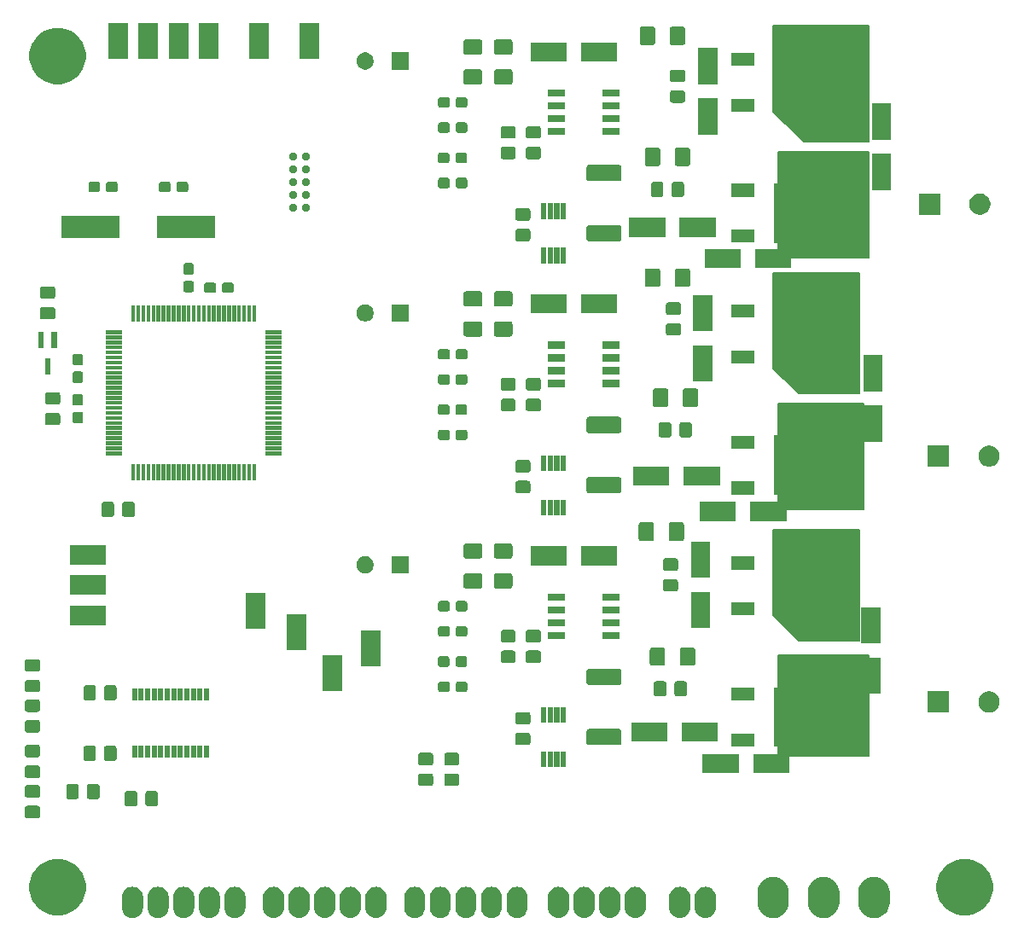
<source format=gbr>
G04 #@! TF.GenerationSoftware,KiCad,Pcbnew,5.0.2+dfsg1-1~bpo9+1*
G04 #@! TF.CreationDate,2020-06-16T21:43:01-06:00*
G04 #@! TF.ProjectId,SCARAMotorFeedbackController,53434152-414d-46f7-946f-724665656462,rev?*
G04 #@! TF.SameCoordinates,Original*
G04 #@! TF.FileFunction,Soldermask,Top*
G04 #@! TF.FilePolarity,Negative*
%FSLAX46Y46*%
G04 Gerber Fmt 4.6, Leading zero omitted, Abs format (unit mm)*
G04 Created by KiCad (PCBNEW 5.0.2+dfsg1-1~bpo9+1) date Tue 16 Jun 2020 09:43:01 PM MDT*
%MOMM*%
%LPD*%
G01*
G04 APERTURE LIST*
%ADD10C,0.150000*%
%ADD11C,0.100000*%
G04 APERTURE END LIST*
D10*
G36*
X85500000Y67500000D02*
X76500000Y67500000D01*
X76500000Y78000000D01*
X85500000Y78000000D01*
X85500000Y67500000D01*
G37*
X85500000Y67500000D02*
X76500000Y67500000D01*
X76500000Y78000000D01*
X85500000Y78000000D01*
X85500000Y67500000D01*
G36*
X84000000Y42500000D02*
X85000000Y42500000D01*
X85000000Y53000000D01*
X84000000Y53000000D01*
X84000000Y42500000D01*
G37*
X84000000Y42500000D02*
X85000000Y42500000D01*
X85000000Y53000000D01*
X84000000Y53000000D01*
X84000000Y42500000D01*
G36*
X84500000Y42500000D02*
X76500000Y42500000D01*
X76500000Y53000000D01*
X84500000Y53000000D01*
X84500000Y42500000D01*
G37*
X84500000Y42500000D02*
X76500000Y42500000D01*
X76500000Y53000000D01*
X84500000Y53000000D01*
X84500000Y42500000D01*
G36*
X85500000Y18000000D02*
X76500000Y18000000D01*
X76500000Y28000000D01*
X85500000Y28000000D01*
X85500000Y18000000D01*
G37*
X85500000Y18000000D02*
X76500000Y18000000D01*
X76500000Y28000000D01*
X85500000Y28000000D01*
X85500000Y18000000D01*
G36*
X84000000Y79000000D02*
X85500000Y79000000D01*
X85500000Y90500000D01*
X84000000Y90500000D01*
X84000000Y79000000D01*
G37*
X84000000Y79000000D02*
X85500000Y79000000D01*
X85500000Y90500000D01*
X84000000Y90500000D01*
X84000000Y79000000D01*
G36*
X76000000Y40500000D02*
X76000000Y32000000D01*
X78500000Y29500000D01*
X84000000Y29500000D01*
X84500000Y29500000D01*
X84500000Y40500000D01*
X76000000Y40500000D01*
G37*
X76000000Y40500000D02*
X76000000Y32000000D01*
X78500000Y29500000D01*
X84000000Y29500000D01*
X84500000Y29500000D01*
X84500000Y40500000D01*
X76000000Y40500000D01*
G36*
X76000000Y66000000D02*
X76000000Y56500000D01*
X78500000Y54000000D01*
X84500000Y54000000D01*
X84500000Y66000000D01*
X76000000Y66000000D01*
G37*
X76000000Y66000000D02*
X76000000Y56500000D01*
X78500000Y54000000D01*
X84500000Y54000000D01*
X84500000Y66000000D01*
X76000000Y66000000D01*
G36*
X76000000Y90500000D02*
X76000000Y82000000D01*
X79000000Y79000000D01*
X85000000Y79000000D01*
X85000000Y90500000D01*
X76000000Y90500000D01*
G37*
X76000000Y90500000D02*
X76000000Y82000000D01*
X79000000Y79000000D01*
X85000000Y79000000D01*
X85000000Y90500000D01*
X76000000Y90500000D01*
D11*
G36*
X76303853Y6027572D02*
X76596029Y5938941D01*
X76865300Y5795013D01*
X77101318Y5601318D01*
X77295013Y5365300D01*
X77438941Y5096029D01*
X77527572Y4803853D01*
X77550000Y4576138D01*
X77550000Y3423862D01*
X77527572Y3196147D01*
X77438941Y2903971D01*
X77295013Y2634700D01*
X77101318Y2398682D01*
X76865299Y2204987D01*
X76596028Y2061059D01*
X76303852Y1972428D01*
X76000000Y1942501D01*
X75696147Y1972428D01*
X75403971Y2061059D01*
X75134700Y2204987D01*
X74898682Y2398682D01*
X74704987Y2634701D01*
X74561059Y2903972D01*
X74472428Y3196148D01*
X74450000Y3423863D01*
X74450000Y4576138D01*
X74472428Y4803853D01*
X74561059Y5096029D01*
X74704987Y5365300D01*
X74898683Y5601318D01*
X75134701Y5795013D01*
X75403972Y5938941D01*
X75696148Y6027572D01*
X76000000Y6057499D01*
X76303853Y6027572D01*
X76303853Y6027572D01*
G37*
G36*
X81303853Y6027572D02*
X81596029Y5938941D01*
X81865300Y5795013D01*
X82101318Y5601318D01*
X82295013Y5365300D01*
X82438941Y5096029D01*
X82527572Y4803853D01*
X82550000Y4576138D01*
X82550000Y3423862D01*
X82527572Y3196147D01*
X82438941Y2903971D01*
X82295013Y2634700D01*
X82101318Y2398682D01*
X81865299Y2204987D01*
X81596028Y2061059D01*
X81303852Y1972428D01*
X81000000Y1942501D01*
X80696147Y1972428D01*
X80403971Y2061059D01*
X80134700Y2204987D01*
X79898682Y2398682D01*
X79704987Y2634701D01*
X79561059Y2903972D01*
X79472428Y3196148D01*
X79450000Y3423863D01*
X79450000Y4576138D01*
X79472428Y4803853D01*
X79561059Y5096029D01*
X79704987Y5365300D01*
X79898683Y5601318D01*
X80134701Y5795013D01*
X80403972Y5938941D01*
X80696148Y6027572D01*
X81000000Y6057499D01*
X81303853Y6027572D01*
X81303853Y6027572D01*
G37*
G36*
X86303853Y6027572D02*
X86596029Y5938941D01*
X86865300Y5795013D01*
X87101318Y5601318D01*
X87295013Y5365300D01*
X87438941Y5096029D01*
X87527572Y4803853D01*
X87550000Y4576138D01*
X87550000Y3423862D01*
X87527572Y3196147D01*
X87438941Y2903971D01*
X87295013Y2634700D01*
X87101318Y2398682D01*
X86865299Y2204987D01*
X86596028Y2061059D01*
X86303852Y1972428D01*
X86000000Y1942501D01*
X85696147Y1972428D01*
X85403971Y2061059D01*
X85134700Y2204987D01*
X84898682Y2398682D01*
X84704987Y2634701D01*
X84561059Y2903972D01*
X84472428Y3196148D01*
X84450000Y3423863D01*
X84450000Y4576138D01*
X84472428Y4803853D01*
X84561059Y5096029D01*
X84704987Y5365300D01*
X84898683Y5601318D01*
X85134701Y5795013D01*
X85403972Y5938941D01*
X85696148Y6027572D01*
X86000000Y6057499D01*
X86303853Y6027572D01*
X86303853Y6027572D01*
G37*
G36*
X50785836Y5034807D02*
X50983762Y4974767D01*
X51166171Y4877267D01*
X51326054Y4746054D01*
X51457267Y4586171D01*
X51554767Y4403762D01*
X51614807Y4205836D01*
X51630000Y4051578D01*
X51630000Y2948422D01*
X51614807Y2794164D01*
X51554767Y2596238D01*
X51457267Y2413829D01*
X51326054Y2253946D01*
X51166171Y2122733D01*
X50983761Y2025233D01*
X50785835Y1965193D01*
X50580000Y1944920D01*
X50374164Y1965193D01*
X50176238Y2025233D01*
X49993829Y2122733D01*
X49833946Y2253946D01*
X49702733Y2413829D01*
X49605233Y2596239D01*
X49545193Y2794165D01*
X49530000Y2948423D01*
X49530000Y4051578D01*
X49545194Y4205836D01*
X49545194Y4205840D01*
X49605232Y4403759D01*
X49650079Y4487662D01*
X49702734Y4586171D01*
X49833947Y4746054D01*
X49993830Y4877267D01*
X50176239Y4974767D01*
X50374165Y5034807D01*
X50580000Y5055080D01*
X50785836Y5034807D01*
X50785836Y5034807D01*
G37*
G36*
X69475836Y5034807D02*
X69673762Y4974767D01*
X69856171Y4877267D01*
X70016054Y4746054D01*
X70147267Y4586171D01*
X70244767Y4403762D01*
X70304807Y4205836D01*
X70320000Y4051578D01*
X70320000Y2948422D01*
X70304807Y2794164D01*
X70244767Y2596238D01*
X70147267Y2413829D01*
X70016054Y2253946D01*
X69856171Y2122733D01*
X69673761Y2025233D01*
X69475835Y1965193D01*
X69270000Y1944920D01*
X69064164Y1965193D01*
X68866238Y2025233D01*
X68683829Y2122733D01*
X68523946Y2253946D01*
X68392733Y2413829D01*
X68295233Y2596239D01*
X68235193Y2794165D01*
X68220000Y2948423D01*
X68220000Y4051578D01*
X68235194Y4205836D01*
X68235194Y4205840D01*
X68295232Y4403759D01*
X68340079Y4487662D01*
X68392734Y4586171D01*
X68523947Y4746054D01*
X68683830Y4877267D01*
X68866239Y4974767D01*
X69064165Y5034807D01*
X69270000Y5055080D01*
X69475836Y5034807D01*
X69475836Y5034807D01*
G37*
G36*
X66935836Y5034807D02*
X67133762Y4974767D01*
X67316171Y4877267D01*
X67476054Y4746054D01*
X67607267Y4586171D01*
X67704767Y4403762D01*
X67764807Y4205836D01*
X67780000Y4051578D01*
X67780000Y2948422D01*
X67764807Y2794164D01*
X67704767Y2596238D01*
X67607267Y2413829D01*
X67476054Y2253946D01*
X67316171Y2122733D01*
X67133761Y2025233D01*
X66935835Y1965193D01*
X66730000Y1944920D01*
X66524164Y1965193D01*
X66326238Y2025233D01*
X66143829Y2122733D01*
X65983946Y2253946D01*
X65852733Y2413829D01*
X65755233Y2596239D01*
X65695193Y2794165D01*
X65680000Y2948423D01*
X65680000Y4051578D01*
X65695194Y4205836D01*
X65695194Y4205840D01*
X65755232Y4403759D01*
X65800079Y4487662D01*
X65852734Y4586171D01*
X65983947Y4746054D01*
X66143830Y4877267D01*
X66326239Y4974767D01*
X66524165Y5034807D01*
X66730000Y5055080D01*
X66935836Y5034807D01*
X66935836Y5034807D01*
G37*
G36*
X22785836Y5034807D02*
X22983762Y4974767D01*
X23166171Y4877267D01*
X23326054Y4746054D01*
X23457267Y4586171D01*
X23554767Y4403762D01*
X23614807Y4205836D01*
X23630000Y4051578D01*
X23630000Y2948422D01*
X23614807Y2794164D01*
X23554767Y2596238D01*
X23457267Y2413829D01*
X23326054Y2253946D01*
X23166171Y2122733D01*
X22983761Y2025233D01*
X22785835Y1965193D01*
X22580000Y1944920D01*
X22374164Y1965193D01*
X22176238Y2025233D01*
X21993829Y2122733D01*
X21833946Y2253946D01*
X21702733Y2413829D01*
X21605233Y2596239D01*
X21545193Y2794165D01*
X21530000Y2948423D01*
X21530000Y4051578D01*
X21545194Y4205836D01*
X21545194Y4205840D01*
X21605232Y4403759D01*
X21650079Y4487662D01*
X21702734Y4586171D01*
X21833947Y4746054D01*
X21993830Y4877267D01*
X22176239Y4974767D01*
X22374165Y5034807D01*
X22580000Y5055080D01*
X22785836Y5034807D01*
X22785836Y5034807D01*
G37*
G36*
X20245836Y5034807D02*
X20443762Y4974767D01*
X20626171Y4877267D01*
X20786054Y4746054D01*
X20917267Y4586171D01*
X21014767Y4403762D01*
X21074807Y4205836D01*
X21090000Y4051578D01*
X21090000Y2948422D01*
X21074807Y2794164D01*
X21014767Y2596238D01*
X20917267Y2413829D01*
X20786054Y2253946D01*
X20626171Y2122733D01*
X20443761Y2025233D01*
X20245835Y1965193D01*
X20040000Y1944920D01*
X19834164Y1965193D01*
X19636238Y2025233D01*
X19453829Y2122733D01*
X19293946Y2253946D01*
X19162733Y2413829D01*
X19065233Y2596239D01*
X19005193Y2794165D01*
X18990000Y2948423D01*
X18990000Y4051578D01*
X19005194Y4205836D01*
X19005194Y4205840D01*
X19065232Y4403759D01*
X19110079Y4487662D01*
X19162734Y4586171D01*
X19293947Y4746054D01*
X19453830Y4877267D01*
X19636239Y4974767D01*
X19834165Y5034807D01*
X20040000Y5055080D01*
X20245836Y5034807D01*
X20245836Y5034807D01*
G37*
G36*
X17705836Y5034807D02*
X17903762Y4974767D01*
X18086171Y4877267D01*
X18246054Y4746054D01*
X18377267Y4586171D01*
X18474767Y4403762D01*
X18534807Y4205836D01*
X18550000Y4051578D01*
X18550000Y2948422D01*
X18534807Y2794164D01*
X18474767Y2596238D01*
X18377267Y2413829D01*
X18246054Y2253946D01*
X18086171Y2122733D01*
X17903761Y2025233D01*
X17705835Y1965193D01*
X17500000Y1944920D01*
X17294164Y1965193D01*
X17096238Y2025233D01*
X16913829Y2122733D01*
X16753946Y2253946D01*
X16622733Y2413829D01*
X16525233Y2596239D01*
X16465193Y2794165D01*
X16450000Y2948423D01*
X16450000Y4051578D01*
X16465194Y4205836D01*
X16465194Y4205840D01*
X16525232Y4403759D01*
X16570079Y4487662D01*
X16622734Y4586171D01*
X16753947Y4746054D01*
X16913830Y4877267D01*
X17096239Y4974767D01*
X17294165Y5034807D01*
X17500000Y5055080D01*
X17705836Y5034807D01*
X17705836Y5034807D01*
G37*
G36*
X15165836Y5034807D02*
X15363762Y4974767D01*
X15546171Y4877267D01*
X15706054Y4746054D01*
X15837267Y4586171D01*
X15934767Y4403762D01*
X15994807Y4205836D01*
X16010000Y4051578D01*
X16010000Y2948422D01*
X15994807Y2794164D01*
X15934767Y2596238D01*
X15837267Y2413829D01*
X15706054Y2253946D01*
X15546171Y2122733D01*
X15363761Y2025233D01*
X15165835Y1965193D01*
X14960000Y1944920D01*
X14754164Y1965193D01*
X14556238Y2025233D01*
X14373829Y2122733D01*
X14213946Y2253946D01*
X14082733Y2413829D01*
X13985233Y2596239D01*
X13925193Y2794165D01*
X13910000Y2948423D01*
X13910000Y4051578D01*
X13925194Y4205836D01*
X13925194Y4205840D01*
X13985232Y4403759D01*
X14030079Y4487662D01*
X14082734Y4586171D01*
X14213947Y4746054D01*
X14373830Y4877267D01*
X14556239Y4974767D01*
X14754165Y5034807D01*
X14960000Y5055080D01*
X15165836Y5034807D01*
X15165836Y5034807D01*
G37*
G36*
X12625836Y5034807D02*
X12823762Y4974767D01*
X13006171Y4877267D01*
X13166054Y4746054D01*
X13297267Y4586171D01*
X13394767Y4403762D01*
X13454807Y4205836D01*
X13470000Y4051578D01*
X13470000Y2948422D01*
X13454807Y2794164D01*
X13394767Y2596238D01*
X13297267Y2413829D01*
X13166054Y2253946D01*
X13006171Y2122733D01*
X12823761Y2025233D01*
X12625835Y1965193D01*
X12420000Y1944920D01*
X12214164Y1965193D01*
X12016238Y2025233D01*
X11833829Y2122733D01*
X11673946Y2253946D01*
X11542733Y2413829D01*
X11445233Y2596239D01*
X11385193Y2794165D01*
X11370000Y2948423D01*
X11370000Y4051578D01*
X11385194Y4205836D01*
X11385194Y4205840D01*
X11445232Y4403759D01*
X11490079Y4487662D01*
X11542734Y4586171D01*
X11673947Y4746054D01*
X11833830Y4877267D01*
X12016239Y4974767D01*
X12214165Y5034807D01*
X12420000Y5055080D01*
X12625836Y5034807D01*
X12625836Y5034807D01*
G37*
G36*
X26625836Y5034807D02*
X26823762Y4974767D01*
X27006171Y4877267D01*
X27166054Y4746054D01*
X27297267Y4586171D01*
X27394767Y4403762D01*
X27454807Y4205836D01*
X27470000Y4051578D01*
X27470000Y2948422D01*
X27454807Y2794164D01*
X27394767Y2596238D01*
X27297267Y2413829D01*
X27166054Y2253946D01*
X27006171Y2122733D01*
X26823761Y2025233D01*
X26625835Y1965193D01*
X26420000Y1944920D01*
X26214164Y1965193D01*
X26016238Y2025233D01*
X25833829Y2122733D01*
X25673946Y2253946D01*
X25542733Y2413829D01*
X25445233Y2596239D01*
X25385193Y2794165D01*
X25370000Y2948423D01*
X25370000Y4051578D01*
X25385194Y4205836D01*
X25385194Y4205840D01*
X25445232Y4403759D01*
X25490079Y4487662D01*
X25542734Y4586171D01*
X25673947Y4746054D01*
X25833830Y4877267D01*
X26016239Y4974767D01*
X26214165Y5034807D01*
X26420000Y5055080D01*
X26625836Y5034807D01*
X26625836Y5034807D01*
G37*
G36*
X29165836Y5034807D02*
X29363762Y4974767D01*
X29546171Y4877267D01*
X29706054Y4746054D01*
X29837267Y4586171D01*
X29934767Y4403762D01*
X29994807Y4205836D01*
X30010000Y4051578D01*
X30010000Y2948422D01*
X29994807Y2794164D01*
X29934767Y2596238D01*
X29837267Y2413829D01*
X29706054Y2253946D01*
X29546171Y2122733D01*
X29363761Y2025233D01*
X29165835Y1965193D01*
X28960000Y1944920D01*
X28754164Y1965193D01*
X28556238Y2025233D01*
X28373829Y2122733D01*
X28213946Y2253946D01*
X28082733Y2413829D01*
X27985233Y2596239D01*
X27925193Y2794165D01*
X27910000Y2948423D01*
X27910000Y4051578D01*
X27925194Y4205836D01*
X27925194Y4205840D01*
X27985232Y4403759D01*
X28030079Y4487662D01*
X28082734Y4586171D01*
X28213947Y4746054D01*
X28373830Y4877267D01*
X28556239Y4974767D01*
X28754165Y5034807D01*
X28960000Y5055080D01*
X29165836Y5034807D01*
X29165836Y5034807D01*
G37*
G36*
X31705836Y5034807D02*
X31903762Y4974767D01*
X32086171Y4877267D01*
X32246054Y4746054D01*
X32377267Y4586171D01*
X32474767Y4403762D01*
X32534807Y4205836D01*
X32550000Y4051578D01*
X32550000Y2948422D01*
X32534807Y2794164D01*
X32474767Y2596238D01*
X32377267Y2413829D01*
X32246054Y2253946D01*
X32086171Y2122733D01*
X31903761Y2025233D01*
X31705835Y1965193D01*
X31500000Y1944920D01*
X31294164Y1965193D01*
X31096238Y2025233D01*
X30913829Y2122733D01*
X30753946Y2253946D01*
X30622733Y2413829D01*
X30525233Y2596239D01*
X30465193Y2794165D01*
X30450000Y2948423D01*
X30450000Y4051578D01*
X30465194Y4205836D01*
X30465194Y4205840D01*
X30525232Y4403759D01*
X30570079Y4487662D01*
X30622734Y4586171D01*
X30753947Y4746054D01*
X30913830Y4877267D01*
X31096239Y4974767D01*
X31294165Y5034807D01*
X31500000Y5055080D01*
X31705836Y5034807D01*
X31705836Y5034807D01*
G37*
G36*
X36785836Y5034807D02*
X36983762Y4974767D01*
X37166171Y4877267D01*
X37326054Y4746054D01*
X37457267Y4586171D01*
X37554767Y4403762D01*
X37614807Y4205836D01*
X37630000Y4051578D01*
X37630000Y2948422D01*
X37614807Y2794164D01*
X37554767Y2596238D01*
X37457267Y2413829D01*
X37326054Y2253946D01*
X37166171Y2122733D01*
X36983761Y2025233D01*
X36785835Y1965193D01*
X36580000Y1944920D01*
X36374164Y1965193D01*
X36176238Y2025233D01*
X35993829Y2122733D01*
X35833946Y2253946D01*
X35702733Y2413829D01*
X35605233Y2596239D01*
X35545193Y2794165D01*
X35530000Y2948423D01*
X35530000Y4051578D01*
X35545194Y4205836D01*
X35545194Y4205840D01*
X35605232Y4403759D01*
X35650079Y4487662D01*
X35702734Y4586171D01*
X35833947Y4746054D01*
X35993830Y4877267D01*
X36176239Y4974767D01*
X36374165Y5034807D01*
X36580000Y5055080D01*
X36785836Y5034807D01*
X36785836Y5034807D01*
G37*
G36*
X34245836Y5034807D02*
X34443762Y4974767D01*
X34626171Y4877267D01*
X34786054Y4746054D01*
X34917267Y4586171D01*
X35014767Y4403762D01*
X35074807Y4205836D01*
X35090000Y4051578D01*
X35090000Y2948422D01*
X35074807Y2794164D01*
X35014767Y2596238D01*
X34917267Y2413829D01*
X34786054Y2253946D01*
X34626171Y2122733D01*
X34443761Y2025233D01*
X34245835Y1965193D01*
X34040000Y1944920D01*
X33834164Y1965193D01*
X33636238Y2025233D01*
X33453829Y2122733D01*
X33293946Y2253946D01*
X33162733Y2413829D01*
X33065233Y2596239D01*
X33005193Y2794165D01*
X32990000Y2948423D01*
X32990000Y4051578D01*
X33005194Y4205836D01*
X33005194Y4205840D01*
X33065232Y4403759D01*
X33110079Y4487662D01*
X33162734Y4586171D01*
X33293947Y4746054D01*
X33453830Y4877267D01*
X33636239Y4974767D01*
X33834165Y5034807D01*
X34040000Y5055080D01*
X34245836Y5034807D01*
X34245836Y5034807D01*
G37*
G36*
X40625836Y5034807D02*
X40823762Y4974767D01*
X41006171Y4877267D01*
X41166054Y4746054D01*
X41297267Y4586171D01*
X41394767Y4403762D01*
X41454807Y4205836D01*
X41470000Y4051578D01*
X41470000Y2948422D01*
X41454807Y2794164D01*
X41394767Y2596238D01*
X41297267Y2413829D01*
X41166054Y2253946D01*
X41006171Y2122733D01*
X40823761Y2025233D01*
X40625835Y1965193D01*
X40420000Y1944920D01*
X40214164Y1965193D01*
X40016238Y2025233D01*
X39833829Y2122733D01*
X39673946Y2253946D01*
X39542733Y2413829D01*
X39445233Y2596239D01*
X39385193Y2794165D01*
X39370000Y2948423D01*
X39370000Y4051578D01*
X39385194Y4205836D01*
X39385194Y4205840D01*
X39445232Y4403759D01*
X39490079Y4487662D01*
X39542734Y4586171D01*
X39673947Y4746054D01*
X39833830Y4877267D01*
X40016239Y4974767D01*
X40214165Y5034807D01*
X40420000Y5055080D01*
X40625836Y5034807D01*
X40625836Y5034807D01*
G37*
G36*
X54895836Y5034807D02*
X55093762Y4974767D01*
X55276171Y4877267D01*
X55436054Y4746054D01*
X55567267Y4586171D01*
X55664767Y4403762D01*
X55724807Y4205836D01*
X55740000Y4051578D01*
X55740000Y2948422D01*
X55724807Y2794164D01*
X55664767Y2596238D01*
X55567267Y2413829D01*
X55436054Y2253946D01*
X55276171Y2122733D01*
X55093761Y2025233D01*
X54895835Y1965193D01*
X54690000Y1944920D01*
X54484164Y1965193D01*
X54286238Y2025233D01*
X54103829Y2122733D01*
X53943946Y2253946D01*
X53812733Y2413829D01*
X53715233Y2596239D01*
X53655193Y2794165D01*
X53640000Y2948423D01*
X53640000Y4051578D01*
X53655194Y4205836D01*
X53655194Y4205840D01*
X53715232Y4403759D01*
X53760079Y4487662D01*
X53812734Y4586171D01*
X53943947Y4746054D01*
X54103830Y4877267D01*
X54286239Y4974767D01*
X54484165Y5034807D01*
X54690000Y5055080D01*
X54895836Y5034807D01*
X54895836Y5034807D01*
G37*
G36*
X57435836Y5034807D02*
X57633762Y4974767D01*
X57816171Y4877267D01*
X57976054Y4746054D01*
X58107267Y4586171D01*
X58204767Y4403762D01*
X58264807Y4205836D01*
X58280000Y4051578D01*
X58280000Y2948422D01*
X58264807Y2794164D01*
X58204767Y2596238D01*
X58107267Y2413829D01*
X57976054Y2253946D01*
X57816171Y2122733D01*
X57633761Y2025233D01*
X57435835Y1965193D01*
X57230000Y1944920D01*
X57024164Y1965193D01*
X56826238Y2025233D01*
X56643829Y2122733D01*
X56483946Y2253946D01*
X56352733Y2413829D01*
X56255233Y2596239D01*
X56195193Y2794165D01*
X56180000Y2948423D01*
X56180000Y4051578D01*
X56195194Y4205836D01*
X56195194Y4205840D01*
X56255232Y4403759D01*
X56300079Y4487662D01*
X56352734Y4586171D01*
X56483947Y4746054D01*
X56643830Y4877267D01*
X56826239Y4974767D01*
X57024165Y5034807D01*
X57230000Y5055080D01*
X57435836Y5034807D01*
X57435836Y5034807D01*
G37*
G36*
X59975836Y5034807D02*
X60173762Y4974767D01*
X60356171Y4877267D01*
X60516054Y4746054D01*
X60647267Y4586171D01*
X60744767Y4403762D01*
X60804807Y4205836D01*
X60820000Y4051578D01*
X60820000Y2948422D01*
X60804807Y2794164D01*
X60744767Y2596238D01*
X60647267Y2413829D01*
X60516054Y2253946D01*
X60356171Y2122733D01*
X60173761Y2025233D01*
X59975835Y1965193D01*
X59770000Y1944920D01*
X59564164Y1965193D01*
X59366238Y2025233D01*
X59183829Y2122733D01*
X59023946Y2253946D01*
X58892733Y2413829D01*
X58795233Y2596239D01*
X58735193Y2794165D01*
X58720000Y2948423D01*
X58720000Y4051578D01*
X58735194Y4205836D01*
X58735194Y4205840D01*
X58795232Y4403759D01*
X58840079Y4487662D01*
X58892734Y4586171D01*
X59023947Y4746054D01*
X59183830Y4877267D01*
X59366239Y4974767D01*
X59564165Y5034807D01*
X59770000Y5055080D01*
X59975836Y5034807D01*
X59975836Y5034807D01*
G37*
G36*
X43165836Y5034807D02*
X43363762Y4974767D01*
X43546171Y4877267D01*
X43706054Y4746054D01*
X43837267Y4586171D01*
X43934767Y4403762D01*
X43994807Y4205836D01*
X44010000Y4051578D01*
X44010000Y2948422D01*
X43994807Y2794164D01*
X43934767Y2596238D01*
X43837267Y2413829D01*
X43706054Y2253946D01*
X43546171Y2122733D01*
X43363761Y2025233D01*
X43165835Y1965193D01*
X42960000Y1944920D01*
X42754164Y1965193D01*
X42556238Y2025233D01*
X42373829Y2122733D01*
X42213946Y2253946D01*
X42082733Y2413829D01*
X41985233Y2596239D01*
X41925193Y2794165D01*
X41910000Y2948423D01*
X41910000Y4051578D01*
X41925194Y4205836D01*
X41925194Y4205840D01*
X41985232Y4403759D01*
X42030079Y4487662D01*
X42082734Y4586171D01*
X42213947Y4746054D01*
X42373830Y4877267D01*
X42556239Y4974767D01*
X42754165Y5034807D01*
X42960000Y5055080D01*
X43165836Y5034807D01*
X43165836Y5034807D01*
G37*
G36*
X62515836Y5034807D02*
X62713762Y4974767D01*
X62896171Y4877267D01*
X63056054Y4746054D01*
X63187267Y4586171D01*
X63284767Y4403762D01*
X63344807Y4205836D01*
X63360000Y4051578D01*
X63360000Y2948422D01*
X63344807Y2794164D01*
X63284767Y2596238D01*
X63187267Y2413829D01*
X63056054Y2253946D01*
X62896171Y2122733D01*
X62713761Y2025233D01*
X62515835Y1965193D01*
X62310000Y1944920D01*
X62104164Y1965193D01*
X61906238Y2025233D01*
X61723829Y2122733D01*
X61563946Y2253946D01*
X61432733Y2413829D01*
X61335233Y2596239D01*
X61275193Y2794165D01*
X61260000Y2948423D01*
X61260000Y4051578D01*
X61275194Y4205836D01*
X61275194Y4205840D01*
X61335232Y4403759D01*
X61380079Y4487662D01*
X61432734Y4586171D01*
X61563947Y4746054D01*
X61723830Y4877267D01*
X61906239Y4974767D01*
X62104165Y5034807D01*
X62310000Y5055080D01*
X62515836Y5034807D01*
X62515836Y5034807D01*
G37*
G36*
X48245836Y5034807D02*
X48443762Y4974767D01*
X48626171Y4877267D01*
X48786054Y4746054D01*
X48917267Y4586171D01*
X49014767Y4403762D01*
X49074807Y4205836D01*
X49090000Y4051578D01*
X49090000Y2948422D01*
X49074807Y2794164D01*
X49014767Y2596238D01*
X48917267Y2413829D01*
X48786054Y2253946D01*
X48626171Y2122733D01*
X48443761Y2025233D01*
X48245835Y1965193D01*
X48040000Y1944920D01*
X47834164Y1965193D01*
X47636238Y2025233D01*
X47453829Y2122733D01*
X47293946Y2253946D01*
X47162733Y2413829D01*
X47065233Y2596239D01*
X47005193Y2794165D01*
X46990000Y2948423D01*
X46990000Y4051578D01*
X47005194Y4205836D01*
X47005194Y4205840D01*
X47065232Y4403759D01*
X47110079Y4487662D01*
X47162734Y4586171D01*
X47293947Y4746054D01*
X47453830Y4877267D01*
X47636239Y4974767D01*
X47834165Y5034807D01*
X48040000Y5055080D01*
X48245836Y5034807D01*
X48245836Y5034807D01*
G37*
G36*
X45705836Y5034807D02*
X45903762Y4974767D01*
X46086171Y4877267D01*
X46246054Y4746054D01*
X46377267Y4586171D01*
X46474767Y4403762D01*
X46534807Y4205836D01*
X46550000Y4051578D01*
X46550000Y2948422D01*
X46534807Y2794164D01*
X46474767Y2596238D01*
X46377267Y2413829D01*
X46246054Y2253946D01*
X46086171Y2122733D01*
X45903761Y2025233D01*
X45705835Y1965193D01*
X45500000Y1944920D01*
X45294164Y1965193D01*
X45096238Y2025233D01*
X44913829Y2122733D01*
X44753946Y2253946D01*
X44622733Y2413829D01*
X44525233Y2596239D01*
X44465193Y2794165D01*
X44450000Y2948423D01*
X44450000Y4051578D01*
X44465194Y4205836D01*
X44465194Y4205840D01*
X44525232Y4403759D01*
X44570079Y4487662D01*
X44622734Y4586171D01*
X44753947Y4746054D01*
X44913830Y4877267D01*
X45096239Y4974767D01*
X45294165Y5034807D01*
X45500000Y5055080D01*
X45705836Y5034807D01*
X45705836Y5034807D01*
G37*
G36*
X95816730Y7692398D02*
X96326297Y7481328D01*
X96784896Y7174902D01*
X97174902Y6784896D01*
X97481328Y6326297D01*
X97692398Y5816730D01*
X97800000Y5275776D01*
X97800000Y4724224D01*
X97692398Y4183270D01*
X97481328Y3673703D01*
X97174903Y3215105D01*
X96784895Y2825097D01*
X96738600Y2794164D01*
X96326297Y2518672D01*
X95816730Y2307602D01*
X95275776Y2200000D01*
X94724224Y2200000D01*
X94183270Y2307602D01*
X93673703Y2518672D01*
X93261400Y2794164D01*
X93215105Y2825097D01*
X92825097Y3215105D01*
X92518672Y3673703D01*
X92307602Y4183270D01*
X92200000Y4724224D01*
X92200000Y5275776D01*
X92307602Y5816730D01*
X92518672Y6326297D01*
X92825098Y6784896D01*
X93215104Y7174902D01*
X93673703Y7481328D01*
X94183270Y7692398D01*
X94724224Y7800000D01*
X95275776Y7800000D01*
X95816730Y7692398D01*
X95816730Y7692398D01*
G37*
G36*
X5816730Y7692398D02*
X6326297Y7481328D01*
X6784896Y7174902D01*
X7174902Y6784896D01*
X7481328Y6326297D01*
X7692398Y5816730D01*
X7800000Y5275776D01*
X7800000Y4724224D01*
X7692398Y4183270D01*
X7481328Y3673703D01*
X7174903Y3215105D01*
X6784895Y2825097D01*
X6738600Y2794164D01*
X6326297Y2518672D01*
X5816730Y2307602D01*
X5275776Y2200000D01*
X4724224Y2200000D01*
X4183270Y2307602D01*
X3673703Y2518672D01*
X3261400Y2794164D01*
X3215105Y2825097D01*
X2825097Y3215105D01*
X2518672Y3673703D01*
X2307602Y4183270D01*
X2200000Y4724224D01*
X2200000Y5275776D01*
X2307602Y5816730D01*
X2518672Y6326297D01*
X2825098Y6784896D01*
X3215104Y7174902D01*
X3673703Y7481328D01*
X4183270Y7692398D01*
X4724224Y7800000D01*
X5275776Y7800000D01*
X5816730Y7692398D01*
X5816730Y7692398D01*
G37*
G36*
X3042629Y13094931D02*
X3090925Y13080281D01*
X3135445Y13056484D01*
X3174463Y13024463D01*
X3206484Y12985445D01*
X3230281Y12940925D01*
X3244931Y12892629D01*
X3250000Y12841160D01*
X3250000Y12108840D01*
X3244931Y12057371D01*
X3230281Y12009075D01*
X3206484Y11964555D01*
X3174463Y11925537D01*
X3135445Y11893516D01*
X3090925Y11869719D01*
X3042629Y11855069D01*
X2991160Y11850000D01*
X2008840Y11850000D01*
X1957371Y11855069D01*
X1909075Y11869719D01*
X1864555Y11893516D01*
X1825537Y11925537D01*
X1793516Y11964555D01*
X1769719Y12009075D01*
X1755069Y12057371D01*
X1750000Y12108840D01*
X1750000Y12841160D01*
X1755069Y12892629D01*
X1769719Y12940925D01*
X1793516Y12985445D01*
X1825537Y13024463D01*
X1864555Y13056484D01*
X1909075Y13080281D01*
X1957371Y13094931D01*
X2008840Y13100000D01*
X2991160Y13100000D01*
X3042629Y13094931D01*
X3042629Y13094931D01*
G37*
G36*
X14742629Y14544931D02*
X14790925Y14530281D01*
X14835445Y14506484D01*
X14874463Y14474463D01*
X14906484Y14435445D01*
X14930281Y14390925D01*
X14944931Y14342629D01*
X14950000Y14291160D01*
X14950000Y13308840D01*
X14944931Y13257371D01*
X14930281Y13209075D01*
X14906484Y13164555D01*
X14874463Y13125537D01*
X14835445Y13093516D01*
X14790925Y13069719D01*
X14742629Y13055069D01*
X14691160Y13050000D01*
X13958840Y13050000D01*
X13907371Y13055069D01*
X13859075Y13069719D01*
X13814555Y13093516D01*
X13775537Y13125537D01*
X13743516Y13164555D01*
X13719719Y13209075D01*
X13705069Y13257371D01*
X13700000Y13308840D01*
X13700000Y14291160D01*
X13705069Y14342629D01*
X13719719Y14390925D01*
X13743516Y14435445D01*
X13775537Y14474463D01*
X13814555Y14506484D01*
X13859075Y14530281D01*
X13907371Y14544931D01*
X13958840Y14550000D01*
X14691160Y14550000D01*
X14742629Y14544931D01*
X14742629Y14544931D01*
G37*
G36*
X12692629Y14544931D02*
X12740925Y14530281D01*
X12785445Y14506484D01*
X12824463Y14474463D01*
X12856484Y14435445D01*
X12880281Y14390925D01*
X12894931Y14342629D01*
X12900000Y14291160D01*
X12900000Y13308840D01*
X12894931Y13257371D01*
X12880281Y13209075D01*
X12856484Y13164555D01*
X12824463Y13125537D01*
X12785445Y13093516D01*
X12740925Y13069719D01*
X12692629Y13055069D01*
X12641160Y13050000D01*
X11908840Y13050000D01*
X11857371Y13055069D01*
X11809075Y13069719D01*
X11764555Y13093516D01*
X11725537Y13125537D01*
X11693516Y13164555D01*
X11669719Y13209075D01*
X11655069Y13257371D01*
X11650000Y13308840D01*
X11650000Y14291160D01*
X11655069Y14342629D01*
X11669719Y14390925D01*
X11693516Y14435445D01*
X11725537Y14474463D01*
X11764555Y14506484D01*
X11809075Y14530281D01*
X11857371Y14544931D01*
X11908840Y14550000D01*
X12641160Y14550000D01*
X12692629Y14544931D01*
X12692629Y14544931D01*
G37*
G36*
X8942629Y15244931D02*
X8990925Y15230281D01*
X9035445Y15206484D01*
X9074463Y15174463D01*
X9106484Y15135445D01*
X9130281Y15090925D01*
X9144931Y15042629D01*
X9150000Y14991160D01*
X9150000Y14008840D01*
X9144931Y13957371D01*
X9130281Y13909075D01*
X9106484Y13864555D01*
X9074463Y13825537D01*
X9035445Y13793516D01*
X8990925Y13769719D01*
X8942629Y13755069D01*
X8891160Y13750000D01*
X8158840Y13750000D01*
X8107371Y13755069D01*
X8059075Y13769719D01*
X8014555Y13793516D01*
X7975537Y13825537D01*
X7943516Y13864555D01*
X7919719Y13909075D01*
X7905069Y13957371D01*
X7900000Y14008840D01*
X7900000Y14991160D01*
X7905069Y15042629D01*
X7919719Y15090925D01*
X7943516Y15135445D01*
X7975537Y15174463D01*
X8014555Y15206484D01*
X8059075Y15230281D01*
X8107371Y15244931D01*
X8158840Y15250000D01*
X8891160Y15250000D01*
X8942629Y15244931D01*
X8942629Y15244931D01*
G37*
G36*
X6892629Y15244931D02*
X6940925Y15230281D01*
X6985445Y15206484D01*
X7024463Y15174463D01*
X7056484Y15135445D01*
X7080281Y15090925D01*
X7094931Y15042629D01*
X7100000Y14991160D01*
X7100000Y14008840D01*
X7094931Y13957371D01*
X7080281Y13909075D01*
X7056484Y13864555D01*
X7024463Y13825537D01*
X6985445Y13793516D01*
X6940925Y13769719D01*
X6892629Y13755069D01*
X6841160Y13750000D01*
X6108840Y13750000D01*
X6057371Y13755069D01*
X6009075Y13769719D01*
X5964555Y13793516D01*
X5925537Y13825537D01*
X5893516Y13864555D01*
X5869719Y13909075D01*
X5855069Y13957371D01*
X5850000Y14008840D01*
X5850000Y14991160D01*
X5855069Y15042629D01*
X5869719Y15090925D01*
X5893516Y15135445D01*
X5925537Y15174463D01*
X5964555Y15206484D01*
X6009075Y15230281D01*
X6057371Y15244931D01*
X6108840Y15250000D01*
X6841160Y15250000D01*
X6892629Y15244931D01*
X6892629Y15244931D01*
G37*
G36*
X3042629Y15144931D02*
X3090925Y15130281D01*
X3135445Y15106484D01*
X3174463Y15074463D01*
X3206484Y15035445D01*
X3230281Y14990925D01*
X3244931Y14942629D01*
X3250000Y14891160D01*
X3250000Y14158840D01*
X3244931Y14107371D01*
X3230281Y14059075D01*
X3206484Y14014555D01*
X3174463Y13975537D01*
X3135445Y13943516D01*
X3090925Y13919719D01*
X3042629Y13905069D01*
X2991160Y13900000D01*
X2008840Y13900000D01*
X1957371Y13905069D01*
X1909075Y13919719D01*
X1864555Y13943516D01*
X1825537Y13975537D01*
X1793516Y14014555D01*
X1769719Y14059075D01*
X1755069Y14107371D01*
X1750000Y14158840D01*
X1750000Y14891160D01*
X1755069Y14942629D01*
X1769719Y14990925D01*
X1793516Y15035445D01*
X1825537Y15074463D01*
X1864555Y15106484D01*
X1909075Y15130281D01*
X1957371Y15144931D01*
X2008840Y15150000D01*
X2991160Y15150000D01*
X3042629Y15144931D01*
X3042629Y15144931D01*
G37*
G36*
X42042629Y16294931D02*
X42090925Y16280281D01*
X42135445Y16256484D01*
X42174463Y16224463D01*
X42206484Y16185445D01*
X42230281Y16140925D01*
X42244931Y16092629D01*
X42250000Y16041160D01*
X42250000Y15308840D01*
X42244931Y15257371D01*
X42230281Y15209075D01*
X42206484Y15164555D01*
X42174463Y15125537D01*
X42135445Y15093516D01*
X42090925Y15069719D01*
X42042629Y15055069D01*
X41991160Y15050000D01*
X41008840Y15050000D01*
X40957371Y15055069D01*
X40909075Y15069719D01*
X40864555Y15093516D01*
X40825537Y15125537D01*
X40793516Y15164555D01*
X40769719Y15209075D01*
X40755069Y15257371D01*
X40750000Y15308840D01*
X40750000Y16041160D01*
X40755069Y16092629D01*
X40769719Y16140925D01*
X40793516Y16185445D01*
X40825537Y16224463D01*
X40864555Y16256484D01*
X40909075Y16280281D01*
X40957371Y16294931D01*
X41008840Y16300000D01*
X41991160Y16300000D01*
X42042629Y16294931D01*
X42042629Y16294931D01*
G37*
G36*
X44642629Y16294931D02*
X44690925Y16280281D01*
X44735445Y16256484D01*
X44774463Y16224463D01*
X44806484Y16185445D01*
X44830281Y16140925D01*
X44844931Y16092629D01*
X44850000Y16041160D01*
X44850000Y15308840D01*
X44844931Y15257371D01*
X44830281Y15209075D01*
X44806484Y15164555D01*
X44774463Y15125537D01*
X44735445Y15093516D01*
X44690925Y15069719D01*
X44642629Y15055069D01*
X44591160Y15050000D01*
X43608840Y15050000D01*
X43557371Y15055069D01*
X43509075Y15069719D01*
X43464555Y15093516D01*
X43425537Y15125537D01*
X43393516Y15164555D01*
X43369719Y15209075D01*
X43355069Y15257371D01*
X43350000Y15308840D01*
X43350000Y16041160D01*
X43355069Y16092629D01*
X43369719Y16140925D01*
X43393516Y16185445D01*
X43425537Y16224463D01*
X43464555Y16256484D01*
X43509075Y16280281D01*
X43557371Y16294931D01*
X43608840Y16300000D01*
X44591160Y16300000D01*
X44642629Y16294931D01*
X44642629Y16294931D01*
G37*
G36*
X3042629Y17094931D02*
X3090925Y17080281D01*
X3135445Y17056484D01*
X3174463Y17024463D01*
X3206484Y16985445D01*
X3230281Y16940925D01*
X3244931Y16892629D01*
X3250000Y16841160D01*
X3250000Y16108840D01*
X3244931Y16057371D01*
X3230281Y16009075D01*
X3206484Y15964555D01*
X3174463Y15925537D01*
X3135445Y15893516D01*
X3090925Y15869719D01*
X3042629Y15855069D01*
X2991160Y15850000D01*
X2008840Y15850000D01*
X1957371Y15855069D01*
X1909075Y15869719D01*
X1864555Y15893516D01*
X1825537Y15925537D01*
X1793516Y15964555D01*
X1769719Y16009075D01*
X1755069Y16057371D01*
X1750000Y16108840D01*
X1750000Y16841160D01*
X1755069Y16892629D01*
X1769719Y16940925D01*
X1793516Y16985445D01*
X1825537Y17024463D01*
X1864555Y17056484D01*
X1909075Y17080281D01*
X1957371Y17094931D01*
X2008840Y17100000D01*
X2991160Y17100000D01*
X3042629Y17094931D01*
X3042629Y17094931D01*
G37*
G36*
X77600000Y16350000D02*
X74000000Y16350000D01*
X74000000Y18250000D01*
X77600000Y18250000D01*
X77600000Y16350000D01*
X77600000Y16350000D01*
G37*
G36*
X72600000Y16350000D02*
X69000000Y16350000D01*
X69000000Y18250000D01*
X72600000Y18250000D01*
X72600000Y16350000D01*
X72600000Y16350000D01*
G37*
G36*
X54150000Y16925000D02*
X53600000Y16925000D01*
X53600000Y18475000D01*
X54150000Y18475000D01*
X54150000Y16925000D01*
X54150000Y16925000D01*
G37*
G36*
X53500000Y16925000D02*
X52950000Y16925000D01*
X52950000Y18475000D01*
X53500000Y18475000D01*
X53500000Y16925000D01*
X53500000Y16925000D01*
G37*
G36*
X54800000Y16925000D02*
X54250000Y16925000D01*
X54250000Y18475000D01*
X54800000Y18475000D01*
X54800000Y16925000D01*
X54800000Y16925000D01*
G37*
G36*
X55450000Y16925000D02*
X54900000Y16925000D01*
X54900000Y18475000D01*
X55450000Y18475000D01*
X55450000Y16925000D01*
X55450000Y16925000D01*
G37*
G36*
X42042629Y18344931D02*
X42090925Y18330281D01*
X42135445Y18306484D01*
X42174463Y18274463D01*
X42206484Y18235445D01*
X42230281Y18190925D01*
X42244931Y18142629D01*
X42250000Y18091160D01*
X42250000Y17358840D01*
X42244931Y17307371D01*
X42230281Y17259075D01*
X42206484Y17214555D01*
X42174463Y17175537D01*
X42135445Y17143516D01*
X42090925Y17119719D01*
X42042629Y17105069D01*
X41991160Y17100000D01*
X41008840Y17100000D01*
X40957371Y17105069D01*
X40909075Y17119719D01*
X40864555Y17143516D01*
X40825537Y17175537D01*
X40793516Y17214555D01*
X40769719Y17259075D01*
X40755069Y17307371D01*
X40750000Y17358840D01*
X40750000Y18091160D01*
X40755069Y18142629D01*
X40769719Y18190925D01*
X40793516Y18235445D01*
X40825537Y18274463D01*
X40864555Y18306484D01*
X40909075Y18330281D01*
X40957371Y18344931D01*
X41008840Y18350000D01*
X41991160Y18350000D01*
X42042629Y18344931D01*
X42042629Y18344931D01*
G37*
G36*
X44642629Y18344931D02*
X44690925Y18330281D01*
X44735445Y18306484D01*
X44774463Y18274463D01*
X44806484Y18235445D01*
X44830281Y18190925D01*
X44844931Y18142629D01*
X44850000Y18091160D01*
X44850000Y17358840D01*
X44844931Y17307371D01*
X44830281Y17259075D01*
X44806484Y17214555D01*
X44774463Y17175537D01*
X44735445Y17143516D01*
X44690925Y17119719D01*
X44642629Y17105069D01*
X44591160Y17100000D01*
X43608840Y17100000D01*
X43557371Y17105069D01*
X43509075Y17119719D01*
X43464555Y17143516D01*
X43425537Y17175537D01*
X43393516Y17214555D01*
X43369719Y17259075D01*
X43355069Y17307371D01*
X43350000Y17358840D01*
X43350000Y18091160D01*
X43355069Y18142629D01*
X43369719Y18190925D01*
X43393516Y18235445D01*
X43425537Y18274463D01*
X43464555Y18306484D01*
X43509075Y18330281D01*
X43557371Y18344931D01*
X43608840Y18350000D01*
X44591160Y18350000D01*
X44642629Y18344931D01*
X44642629Y18344931D01*
G37*
G36*
X8592629Y19044931D02*
X8640925Y19030281D01*
X8685445Y19006484D01*
X8724463Y18974463D01*
X8756484Y18935445D01*
X8780281Y18890925D01*
X8794931Y18842629D01*
X8800000Y18791160D01*
X8800000Y17808840D01*
X8794931Y17757371D01*
X8780281Y17709075D01*
X8756484Y17664555D01*
X8724463Y17625537D01*
X8685445Y17593516D01*
X8640925Y17569719D01*
X8592629Y17555069D01*
X8541160Y17550000D01*
X7808840Y17550000D01*
X7757371Y17555069D01*
X7709075Y17569719D01*
X7664555Y17593516D01*
X7625537Y17625537D01*
X7593516Y17664555D01*
X7569719Y17709075D01*
X7555069Y17757371D01*
X7550000Y17808840D01*
X7550000Y18791160D01*
X7555069Y18842629D01*
X7569719Y18890925D01*
X7593516Y18935445D01*
X7625537Y18974463D01*
X7664555Y19006484D01*
X7709075Y19030281D01*
X7757371Y19044931D01*
X7808840Y19050000D01*
X8541160Y19050000D01*
X8592629Y19044931D01*
X8592629Y19044931D01*
G37*
G36*
X10642629Y19044931D02*
X10690925Y19030281D01*
X10735445Y19006484D01*
X10774463Y18974463D01*
X10806484Y18935445D01*
X10830281Y18890925D01*
X10844931Y18842629D01*
X10850000Y18791160D01*
X10850000Y17808840D01*
X10844931Y17757371D01*
X10830281Y17709075D01*
X10806484Y17664555D01*
X10774463Y17625537D01*
X10735445Y17593516D01*
X10690925Y17569719D01*
X10642629Y17555069D01*
X10591160Y17550000D01*
X9858840Y17550000D01*
X9807371Y17555069D01*
X9759075Y17569719D01*
X9714555Y17593516D01*
X9675537Y17625537D01*
X9643516Y17664555D01*
X9619719Y17709075D01*
X9605069Y17757371D01*
X9600000Y17808840D01*
X9600000Y18791160D01*
X9605069Y18842629D01*
X9619719Y18890925D01*
X9643516Y18935445D01*
X9675537Y18974463D01*
X9714555Y19006484D01*
X9759075Y19030281D01*
X9807371Y19044931D01*
X9858840Y19050000D01*
X10591160Y19050000D01*
X10642629Y19044931D01*
X10642629Y19044931D01*
G37*
G36*
X16125000Y17850000D02*
X15625000Y17850000D01*
X15625000Y19050000D01*
X16125000Y19050000D01*
X16125000Y17850000D01*
X16125000Y17850000D01*
G37*
G36*
X16775000Y17850000D02*
X16275000Y17850000D01*
X16275000Y19050000D01*
X16775000Y19050000D01*
X16775000Y17850000D01*
X16775000Y17850000D01*
G37*
G36*
X15475000Y17850000D02*
X14975000Y17850000D01*
X14975000Y19050000D01*
X15475000Y19050000D01*
X15475000Y17850000D01*
X15475000Y17850000D01*
G37*
G36*
X14825000Y17850000D02*
X14325000Y17850000D01*
X14325000Y19050000D01*
X14825000Y19050000D01*
X14825000Y17850000D01*
X14825000Y17850000D01*
G37*
G36*
X14175000Y17850000D02*
X13675000Y17850000D01*
X13675000Y19050000D01*
X14175000Y19050000D01*
X14175000Y17850000D01*
X14175000Y17850000D01*
G37*
G36*
X13525000Y17850000D02*
X13025000Y17850000D01*
X13025000Y19050000D01*
X13525000Y19050000D01*
X13525000Y17850000D01*
X13525000Y17850000D01*
G37*
G36*
X12875000Y17850000D02*
X12375000Y17850000D01*
X12375000Y19050000D01*
X12875000Y19050000D01*
X12875000Y17850000D01*
X12875000Y17850000D01*
G37*
G36*
X17425000Y17850000D02*
X16925000Y17850000D01*
X16925000Y19050000D01*
X17425000Y19050000D01*
X17425000Y17850000D01*
X17425000Y17850000D01*
G37*
G36*
X18075000Y17850000D02*
X17575000Y17850000D01*
X17575000Y19050000D01*
X18075000Y19050000D01*
X18075000Y17850000D01*
X18075000Y17850000D01*
G37*
G36*
X18725000Y17850000D02*
X18225000Y17850000D01*
X18225000Y19050000D01*
X18725000Y19050000D01*
X18725000Y17850000D01*
X18725000Y17850000D01*
G37*
G36*
X19375000Y17850000D02*
X18875000Y17850000D01*
X18875000Y19050000D01*
X19375000Y19050000D01*
X19375000Y17850000D01*
X19375000Y17850000D01*
G37*
G36*
X20025000Y17850000D02*
X19525000Y17850000D01*
X19525000Y19050000D01*
X20025000Y19050000D01*
X20025000Y17850000D01*
X20025000Y17850000D01*
G37*
G36*
X3042629Y19144931D02*
X3090925Y19130281D01*
X3135445Y19106484D01*
X3174463Y19074463D01*
X3206484Y19035445D01*
X3230281Y18990925D01*
X3244931Y18942629D01*
X3250000Y18891160D01*
X3250000Y18158840D01*
X3244931Y18107371D01*
X3230281Y18059075D01*
X3206484Y18014555D01*
X3174463Y17975537D01*
X3135445Y17943516D01*
X3090925Y17919719D01*
X3042629Y17905069D01*
X2991160Y17900000D01*
X2008840Y17900000D01*
X1957371Y17905069D01*
X1909075Y17919719D01*
X1864555Y17943516D01*
X1825537Y17975537D01*
X1793516Y18014555D01*
X1769719Y18059075D01*
X1755069Y18107371D01*
X1750000Y18158840D01*
X1750000Y18891160D01*
X1755069Y18942629D01*
X1769719Y18990925D01*
X1793516Y19035445D01*
X1825537Y19074463D01*
X1864555Y19106484D01*
X1909075Y19130281D01*
X1957371Y19144931D01*
X2008840Y19150000D01*
X2991160Y19150000D01*
X3042629Y19144931D01*
X3042629Y19144931D01*
G37*
G36*
X82550000Y18950000D02*
X76050000Y18950000D01*
X76050000Y24850000D01*
X82550000Y24850000D01*
X82550000Y18950000D01*
X82550000Y18950000D01*
G37*
G36*
X74150000Y18970000D02*
X71850000Y18970000D01*
X71850000Y20270000D01*
X74150000Y20270000D01*
X74150000Y18970000D01*
X74150000Y18970000D01*
G37*
G36*
X60724084Y20720085D02*
X60770876Y20705891D01*
X60814007Y20682836D01*
X60851812Y20651812D01*
X60882836Y20614007D01*
X60905891Y20570876D01*
X60920085Y20524084D01*
X60925000Y20474179D01*
X60925000Y19350821D01*
X60920085Y19300916D01*
X60905891Y19254124D01*
X60882836Y19210993D01*
X60851812Y19173188D01*
X60814007Y19142164D01*
X60770876Y19119109D01*
X60724084Y19104915D01*
X60674179Y19100000D01*
X57725821Y19100000D01*
X57675916Y19104915D01*
X57629124Y19119109D01*
X57585993Y19142164D01*
X57548188Y19173188D01*
X57517164Y19210993D01*
X57494109Y19254124D01*
X57479915Y19300916D01*
X57475000Y19350821D01*
X57475000Y20474179D01*
X57479915Y20524084D01*
X57494109Y20570876D01*
X57517164Y20614007D01*
X57548188Y20651812D01*
X57585993Y20682836D01*
X57629124Y20705891D01*
X57675916Y20720085D01*
X57725821Y20725000D01*
X60674179Y20725000D01*
X60724084Y20720085D01*
X60724084Y20720085D01*
G37*
G36*
X51692629Y20344931D02*
X51740925Y20330281D01*
X51785445Y20306484D01*
X51824463Y20274463D01*
X51856484Y20235445D01*
X51880281Y20190925D01*
X51894931Y20142629D01*
X51900000Y20091160D01*
X51900000Y19358840D01*
X51894931Y19307371D01*
X51880281Y19259075D01*
X51856484Y19214555D01*
X51824463Y19175537D01*
X51785445Y19143516D01*
X51740925Y19119719D01*
X51692629Y19105069D01*
X51641160Y19100000D01*
X50658840Y19100000D01*
X50607371Y19105069D01*
X50559075Y19119719D01*
X50514555Y19143516D01*
X50475537Y19175537D01*
X50443516Y19214555D01*
X50419719Y19259075D01*
X50405069Y19307371D01*
X50400000Y19358840D01*
X50400000Y20091160D01*
X50405069Y20142629D01*
X50419719Y20190925D01*
X50443516Y20235445D01*
X50475537Y20274463D01*
X50514555Y20306484D01*
X50559075Y20330281D01*
X50607371Y20344931D01*
X50658840Y20350000D01*
X51641160Y20350000D01*
X51692629Y20344931D01*
X51692629Y20344931D01*
G37*
G36*
X65500000Y19450000D02*
X61900000Y19450000D01*
X61900000Y21350000D01*
X65500000Y21350000D01*
X65500000Y19450000D01*
X65500000Y19450000D01*
G37*
G36*
X70500000Y19450000D02*
X66900000Y19450000D01*
X66900000Y21350000D01*
X70500000Y21350000D01*
X70500000Y19450000D01*
X70500000Y19450000D01*
G37*
G36*
X3042629Y21594931D02*
X3090925Y21580281D01*
X3135445Y21556484D01*
X3174463Y21524463D01*
X3206484Y21485445D01*
X3230281Y21440925D01*
X3244931Y21392629D01*
X3250000Y21341160D01*
X3250000Y20608840D01*
X3244931Y20557371D01*
X3230281Y20509075D01*
X3206484Y20464555D01*
X3174463Y20425537D01*
X3135445Y20393516D01*
X3090925Y20369719D01*
X3042629Y20355069D01*
X2991160Y20350000D01*
X2008840Y20350000D01*
X1957371Y20355069D01*
X1909075Y20369719D01*
X1864555Y20393516D01*
X1825537Y20425537D01*
X1793516Y20464555D01*
X1769719Y20509075D01*
X1755069Y20557371D01*
X1750000Y20608840D01*
X1750000Y21341160D01*
X1755069Y21392629D01*
X1769719Y21440925D01*
X1793516Y21485445D01*
X1825537Y21524463D01*
X1864555Y21556484D01*
X1909075Y21580281D01*
X1957371Y21594931D01*
X2008840Y21600000D01*
X2991160Y21600000D01*
X3042629Y21594931D01*
X3042629Y21594931D01*
G37*
G36*
X51692629Y22394931D02*
X51740925Y22380281D01*
X51785445Y22356484D01*
X51824463Y22324463D01*
X51856484Y22285445D01*
X51880281Y22240925D01*
X51894931Y22192629D01*
X51900000Y22141160D01*
X51900000Y21408840D01*
X51894931Y21357371D01*
X51880281Y21309075D01*
X51856484Y21264555D01*
X51824463Y21225537D01*
X51785445Y21193516D01*
X51740925Y21169719D01*
X51692629Y21155069D01*
X51641160Y21150000D01*
X50658840Y21150000D01*
X50607371Y21155069D01*
X50559075Y21169719D01*
X50514555Y21193516D01*
X50475537Y21225537D01*
X50443516Y21264555D01*
X50419719Y21309075D01*
X50405069Y21357371D01*
X50400000Y21408840D01*
X50400000Y22141160D01*
X50405069Y22192629D01*
X50419719Y22240925D01*
X50443516Y22285445D01*
X50475537Y22324463D01*
X50514555Y22356484D01*
X50559075Y22380281D01*
X50607371Y22394931D01*
X50658840Y22400000D01*
X51641160Y22400000D01*
X51692629Y22394931D01*
X51692629Y22394931D01*
G37*
G36*
X54150000Y21325000D02*
X53600000Y21325000D01*
X53600000Y22875000D01*
X54150000Y22875000D01*
X54150000Y21325000D01*
X54150000Y21325000D01*
G37*
G36*
X53500000Y21325000D02*
X52950000Y21325000D01*
X52950000Y22875000D01*
X53500000Y22875000D01*
X53500000Y21325000D01*
X53500000Y21325000D01*
G37*
G36*
X55450000Y21325000D02*
X54900000Y21325000D01*
X54900000Y22875000D01*
X55450000Y22875000D01*
X55450000Y21325000D01*
X55450000Y21325000D01*
G37*
G36*
X54800000Y21325000D02*
X54250000Y21325000D01*
X54250000Y22875000D01*
X54800000Y22875000D01*
X54800000Y21325000D01*
X54800000Y21325000D01*
G37*
G36*
X97706274Y24409650D02*
X97897362Y24330498D01*
X98069336Y24215589D01*
X98215589Y24069336D01*
X98330498Y23897362D01*
X98409650Y23706274D01*
X98450000Y23503416D01*
X98450000Y23296584D01*
X98409650Y23093726D01*
X98330498Y22902638D01*
X98215589Y22730664D01*
X98069336Y22584411D01*
X97897362Y22469502D01*
X97706274Y22390350D01*
X97503416Y22350000D01*
X97296584Y22350000D01*
X97093726Y22390350D01*
X96902638Y22469502D01*
X96730664Y22584411D01*
X96584411Y22730664D01*
X96469502Y22902638D01*
X96390350Y23093726D01*
X96350000Y23296584D01*
X96350000Y23503416D01*
X96390350Y23706274D01*
X96469502Y23897362D01*
X96584411Y24069336D01*
X96730664Y24215589D01*
X96902638Y24330498D01*
X97093726Y24409650D01*
X97296584Y24450000D01*
X97503416Y24450000D01*
X97706274Y24409650D01*
X97706274Y24409650D01*
G37*
G36*
X93450000Y22350000D02*
X91350000Y22350000D01*
X91350000Y24450000D01*
X93450000Y24450000D01*
X93450000Y22350000D01*
X93450000Y22350000D01*
G37*
G36*
X3042629Y23644931D02*
X3090925Y23630281D01*
X3135445Y23606484D01*
X3174463Y23574463D01*
X3206484Y23535445D01*
X3230281Y23490925D01*
X3244931Y23442629D01*
X3250000Y23391160D01*
X3250000Y22658840D01*
X3244931Y22607371D01*
X3230281Y22559075D01*
X3206484Y22514555D01*
X3174463Y22475537D01*
X3135445Y22443516D01*
X3090925Y22419719D01*
X3042629Y22405069D01*
X2991160Y22400000D01*
X2008840Y22400000D01*
X1957371Y22405069D01*
X1909075Y22419719D01*
X1864555Y22443516D01*
X1825537Y22475537D01*
X1793516Y22514555D01*
X1769719Y22559075D01*
X1755069Y22607371D01*
X1750000Y22658840D01*
X1750000Y23391160D01*
X1755069Y23442629D01*
X1769719Y23490925D01*
X1793516Y23535445D01*
X1825537Y23574463D01*
X1864555Y23606484D01*
X1909075Y23630281D01*
X1957371Y23644931D01*
X2008840Y23650000D01*
X2991160Y23650000D01*
X3042629Y23644931D01*
X3042629Y23644931D01*
G37*
G36*
X74150000Y23530000D02*
X71850000Y23530000D01*
X71850000Y24830000D01*
X74150000Y24830000D01*
X74150000Y23530000D01*
X74150000Y23530000D01*
G37*
G36*
X8592629Y25044931D02*
X8640925Y25030281D01*
X8685445Y25006484D01*
X8724463Y24974463D01*
X8756484Y24935445D01*
X8780281Y24890925D01*
X8794931Y24842629D01*
X8800000Y24791160D01*
X8800000Y23808840D01*
X8794931Y23757371D01*
X8780281Y23709075D01*
X8756484Y23664555D01*
X8724463Y23625537D01*
X8685445Y23593516D01*
X8640925Y23569719D01*
X8592629Y23555069D01*
X8541160Y23550000D01*
X7808840Y23550000D01*
X7757371Y23555069D01*
X7709075Y23569719D01*
X7664555Y23593516D01*
X7625537Y23625537D01*
X7593516Y23664555D01*
X7569719Y23709075D01*
X7555069Y23757371D01*
X7550000Y23808840D01*
X7550000Y24791160D01*
X7555069Y24842629D01*
X7569719Y24890925D01*
X7593516Y24935445D01*
X7625537Y24974463D01*
X7664555Y25006484D01*
X7709075Y25030281D01*
X7757371Y25044931D01*
X7808840Y25050000D01*
X8541160Y25050000D01*
X8592629Y25044931D01*
X8592629Y25044931D01*
G37*
G36*
X10642629Y25044931D02*
X10690925Y25030281D01*
X10735445Y25006484D01*
X10774463Y24974463D01*
X10806484Y24935445D01*
X10830281Y24890925D01*
X10844931Y24842629D01*
X10850000Y24791160D01*
X10850000Y23808840D01*
X10844931Y23757371D01*
X10830281Y23709075D01*
X10806484Y23664555D01*
X10774463Y23625537D01*
X10735445Y23593516D01*
X10690925Y23569719D01*
X10642629Y23555069D01*
X10591160Y23550000D01*
X9858840Y23550000D01*
X9807371Y23555069D01*
X9759075Y23569719D01*
X9714555Y23593516D01*
X9675537Y23625537D01*
X9643516Y23664555D01*
X9619719Y23709075D01*
X9605069Y23757371D01*
X9600000Y23808840D01*
X9600000Y24791160D01*
X9605069Y24842629D01*
X9619719Y24890925D01*
X9643516Y24935445D01*
X9675537Y24974463D01*
X9714555Y25006484D01*
X9759075Y25030281D01*
X9807371Y25044931D01*
X9858840Y25050000D01*
X10591160Y25050000D01*
X10642629Y25044931D01*
X10642629Y25044931D01*
G37*
G36*
X18725000Y23550000D02*
X18225000Y23550000D01*
X18225000Y24750000D01*
X18725000Y24750000D01*
X18725000Y23550000D01*
X18725000Y23550000D01*
G37*
G36*
X18075000Y23550000D02*
X17575000Y23550000D01*
X17575000Y24750000D01*
X18075000Y24750000D01*
X18075000Y23550000D01*
X18075000Y23550000D01*
G37*
G36*
X17425000Y23550000D02*
X16925000Y23550000D01*
X16925000Y24750000D01*
X17425000Y24750000D01*
X17425000Y23550000D01*
X17425000Y23550000D01*
G37*
G36*
X16775000Y23550000D02*
X16275000Y23550000D01*
X16275000Y24750000D01*
X16775000Y24750000D01*
X16775000Y23550000D01*
X16775000Y23550000D01*
G37*
G36*
X16125000Y23550000D02*
X15625000Y23550000D01*
X15625000Y24750000D01*
X16125000Y24750000D01*
X16125000Y23550000D01*
X16125000Y23550000D01*
G37*
G36*
X12875000Y23550000D02*
X12375000Y23550000D01*
X12375000Y24750000D01*
X12875000Y24750000D01*
X12875000Y23550000D01*
X12875000Y23550000D01*
G37*
G36*
X15475000Y23550000D02*
X14975000Y23550000D01*
X14975000Y24750000D01*
X15475000Y24750000D01*
X15475000Y23550000D01*
X15475000Y23550000D01*
G37*
G36*
X14825000Y23550000D02*
X14325000Y23550000D01*
X14325000Y24750000D01*
X14825000Y24750000D01*
X14825000Y23550000D01*
X14825000Y23550000D01*
G37*
G36*
X20025000Y23550000D02*
X19525000Y23550000D01*
X19525000Y24750000D01*
X20025000Y24750000D01*
X20025000Y23550000D01*
X20025000Y23550000D01*
G37*
G36*
X14175000Y23550000D02*
X13675000Y23550000D01*
X13675000Y24750000D01*
X14175000Y24750000D01*
X14175000Y23550000D01*
X14175000Y23550000D01*
G37*
G36*
X19375000Y23550000D02*
X18875000Y23550000D01*
X18875000Y24750000D01*
X19375000Y24750000D01*
X19375000Y23550000D01*
X19375000Y23550000D01*
G37*
G36*
X13525000Y23550000D02*
X13025000Y23550000D01*
X13025000Y24750000D01*
X13525000Y24750000D01*
X13525000Y23550000D01*
X13525000Y23550000D01*
G37*
G36*
X65192629Y25444931D02*
X65240925Y25430281D01*
X65285445Y25406484D01*
X65324463Y25374463D01*
X65356484Y25335445D01*
X65380281Y25290925D01*
X65394931Y25242629D01*
X65400000Y25191160D01*
X65400000Y24208840D01*
X65394931Y24157371D01*
X65380281Y24109075D01*
X65356484Y24064555D01*
X65324463Y24025537D01*
X65285445Y23993516D01*
X65240925Y23969719D01*
X65192629Y23955069D01*
X65141160Y23950000D01*
X64408840Y23950000D01*
X64357371Y23955069D01*
X64309075Y23969719D01*
X64264555Y23993516D01*
X64225537Y24025537D01*
X64193516Y24064555D01*
X64169719Y24109075D01*
X64155069Y24157371D01*
X64150000Y24208840D01*
X64150000Y25191160D01*
X64155069Y25242629D01*
X64169719Y25290925D01*
X64193516Y25335445D01*
X64225537Y25374463D01*
X64264555Y25406484D01*
X64309075Y25430281D01*
X64357371Y25444931D01*
X64408840Y25450000D01*
X65141160Y25450000D01*
X65192629Y25444931D01*
X65192629Y25444931D01*
G37*
G36*
X67242629Y25444931D02*
X67290925Y25430281D01*
X67335445Y25406484D01*
X67374463Y25374463D01*
X67406484Y25335445D01*
X67430281Y25290925D01*
X67444931Y25242629D01*
X67450000Y25191160D01*
X67450000Y24208840D01*
X67444931Y24157371D01*
X67430281Y24109075D01*
X67406484Y24064555D01*
X67374463Y24025537D01*
X67335445Y23993516D01*
X67290925Y23969719D01*
X67242629Y23955069D01*
X67191160Y23950000D01*
X66458840Y23950000D01*
X66407371Y23955069D01*
X66359075Y23969719D01*
X66314555Y23993516D01*
X66275537Y24025537D01*
X66243516Y24064555D01*
X66219719Y24109075D01*
X66205069Y24157371D01*
X66200000Y24208840D01*
X66200000Y25191160D01*
X66205069Y25242629D01*
X66219719Y25290925D01*
X66243516Y25335445D01*
X66275537Y25374463D01*
X66314555Y25406484D01*
X66359075Y25430281D01*
X66407371Y25444931D01*
X66458840Y25450000D01*
X67191160Y25450000D01*
X67242629Y25444931D01*
X67242629Y25444931D01*
G37*
G36*
X86650000Y24200000D02*
X84750000Y24200000D01*
X84750000Y27800000D01*
X86650000Y27800000D01*
X86650000Y24200000D01*
X86650000Y24200000D01*
G37*
G36*
X3042629Y25594931D02*
X3090925Y25580281D01*
X3135445Y25556484D01*
X3174463Y25524463D01*
X3206484Y25485445D01*
X3230281Y25440925D01*
X3244931Y25392629D01*
X3250000Y25341160D01*
X3250000Y24608840D01*
X3244931Y24557371D01*
X3230281Y24509075D01*
X3206484Y24464555D01*
X3174463Y24425537D01*
X3135445Y24393516D01*
X3090925Y24369719D01*
X3042629Y24355069D01*
X2991160Y24350000D01*
X2008840Y24350000D01*
X1957371Y24355069D01*
X1909075Y24369719D01*
X1864555Y24393516D01*
X1825537Y24425537D01*
X1793516Y24464555D01*
X1769719Y24509075D01*
X1755069Y24557371D01*
X1750000Y24608840D01*
X1750000Y25341160D01*
X1755069Y25392629D01*
X1769719Y25440925D01*
X1793516Y25485445D01*
X1825537Y25524463D01*
X1864555Y25556484D01*
X1909075Y25580281D01*
X1957371Y25594931D01*
X2008840Y25600000D01*
X2991160Y25600000D01*
X3042629Y25594931D01*
X3042629Y25594931D01*
G37*
G36*
X45448749Y25420077D02*
X45495627Y25405857D01*
X45538826Y25382767D01*
X45576691Y25351691D01*
X45607767Y25313826D01*
X45630857Y25270627D01*
X45645077Y25223749D01*
X45650000Y25173768D01*
X45650000Y24626232D01*
X45645077Y24576251D01*
X45630857Y24529373D01*
X45607767Y24486174D01*
X45576691Y24448309D01*
X45538826Y24417233D01*
X45495627Y24394143D01*
X45448749Y24379923D01*
X45398768Y24375000D01*
X44751232Y24375000D01*
X44701251Y24379923D01*
X44654373Y24394143D01*
X44611174Y24417233D01*
X44573309Y24448309D01*
X44542233Y24486174D01*
X44519143Y24529373D01*
X44504923Y24576251D01*
X44500000Y24626232D01*
X44500000Y25173768D01*
X44504923Y25223749D01*
X44519143Y25270627D01*
X44542233Y25313826D01*
X44573309Y25351691D01*
X44611174Y25382767D01*
X44654373Y25405857D01*
X44701251Y25420077D01*
X44751232Y25425000D01*
X45398768Y25425000D01*
X45448749Y25420077D01*
X45448749Y25420077D01*
G37*
G36*
X43698749Y25420077D02*
X43745627Y25405857D01*
X43788826Y25382767D01*
X43826691Y25351691D01*
X43857767Y25313826D01*
X43880857Y25270627D01*
X43895077Y25223749D01*
X43900000Y25173768D01*
X43900000Y24626232D01*
X43895077Y24576251D01*
X43880857Y24529373D01*
X43857767Y24486174D01*
X43826691Y24448309D01*
X43788826Y24417233D01*
X43745627Y24394143D01*
X43698749Y24379923D01*
X43648768Y24375000D01*
X43001232Y24375000D01*
X42951251Y24379923D01*
X42904373Y24394143D01*
X42861174Y24417233D01*
X42823309Y24448309D01*
X42792233Y24486174D01*
X42769143Y24529373D01*
X42754923Y24576251D01*
X42750000Y24626232D01*
X42750000Y25173768D01*
X42754923Y25223749D01*
X42769143Y25270627D01*
X42792233Y25313826D01*
X42823309Y25351691D01*
X42861174Y25382767D01*
X42904373Y25405857D01*
X42951251Y25420077D01*
X43001232Y25425000D01*
X43648768Y25425000D01*
X43698749Y25420077D01*
X43698749Y25420077D01*
G37*
G36*
X33225000Y24475000D02*
X31275000Y24475000D01*
X31275000Y28025000D01*
X33225000Y28025000D01*
X33225000Y24475000D01*
X33225000Y24475000D01*
G37*
G36*
X60724084Y26695085D02*
X60770876Y26680891D01*
X60814007Y26657836D01*
X60851812Y26626812D01*
X60882836Y26589007D01*
X60905891Y26545876D01*
X60920085Y26499084D01*
X60925000Y26449179D01*
X60925000Y25325821D01*
X60920085Y25275916D01*
X60905891Y25229124D01*
X60882836Y25185993D01*
X60851812Y25148188D01*
X60814007Y25117164D01*
X60770876Y25094109D01*
X60724084Y25079915D01*
X60674179Y25075000D01*
X57725821Y25075000D01*
X57675916Y25079915D01*
X57629124Y25094109D01*
X57585993Y25117164D01*
X57548188Y25148188D01*
X57517164Y25185993D01*
X57494109Y25229124D01*
X57479915Y25275916D01*
X57475000Y25325821D01*
X57475000Y26449179D01*
X57479915Y26499084D01*
X57494109Y26545876D01*
X57517164Y26589007D01*
X57548188Y26626812D01*
X57585993Y26657836D01*
X57629124Y26680891D01*
X57675916Y26695085D01*
X57725821Y26700000D01*
X60674179Y26700000D01*
X60724084Y26695085D01*
X60724084Y26695085D01*
G37*
G36*
X3042629Y27644931D02*
X3090925Y27630281D01*
X3135445Y27606484D01*
X3174463Y27574463D01*
X3206484Y27535445D01*
X3230281Y27490925D01*
X3244931Y27442629D01*
X3250000Y27391160D01*
X3250000Y26658840D01*
X3244931Y26607371D01*
X3230281Y26559075D01*
X3206484Y26514555D01*
X3174463Y26475537D01*
X3135445Y26443516D01*
X3090925Y26419719D01*
X3042629Y26405069D01*
X2991160Y26400000D01*
X2008840Y26400000D01*
X1957371Y26405069D01*
X1909075Y26419719D01*
X1864555Y26443516D01*
X1825537Y26475537D01*
X1793516Y26514555D01*
X1769719Y26559075D01*
X1755069Y26607371D01*
X1750000Y26658840D01*
X1750000Y27391160D01*
X1755069Y27442629D01*
X1769719Y27490925D01*
X1793516Y27535445D01*
X1825537Y27574463D01*
X1864555Y27606484D01*
X1909075Y27630281D01*
X1957371Y27644931D01*
X2008840Y27650000D01*
X2991160Y27650000D01*
X3042629Y27644931D01*
X3042629Y27644931D01*
G37*
G36*
X43673749Y27920077D02*
X43720627Y27905857D01*
X43763826Y27882767D01*
X43801691Y27851691D01*
X43832767Y27813826D01*
X43855857Y27770627D01*
X43870077Y27723749D01*
X43875000Y27673768D01*
X43875000Y27126232D01*
X43870077Y27076251D01*
X43855857Y27029373D01*
X43832767Y26986174D01*
X43801691Y26948309D01*
X43763826Y26917233D01*
X43720627Y26894143D01*
X43673749Y26879923D01*
X43623768Y26875000D01*
X42976232Y26875000D01*
X42926251Y26879923D01*
X42879373Y26894143D01*
X42836174Y26917233D01*
X42798309Y26948309D01*
X42767233Y26986174D01*
X42744143Y27029373D01*
X42729923Y27076251D01*
X42725000Y27126232D01*
X42725000Y27673768D01*
X42729923Y27723749D01*
X42744143Y27770627D01*
X42767233Y27813826D01*
X42798309Y27851691D01*
X42836174Y27882767D01*
X42879373Y27905857D01*
X42926251Y27920077D01*
X42976232Y27925000D01*
X43623768Y27925000D01*
X43673749Y27920077D01*
X43673749Y27920077D01*
G37*
G36*
X45423749Y27920077D02*
X45470627Y27905857D01*
X45513826Y27882767D01*
X45551691Y27851691D01*
X45582767Y27813826D01*
X45605857Y27770627D01*
X45620077Y27723749D01*
X45625000Y27673768D01*
X45625000Y27126232D01*
X45620077Y27076251D01*
X45605857Y27029373D01*
X45582767Y26986174D01*
X45551691Y26948309D01*
X45513826Y26917233D01*
X45470627Y26894143D01*
X45423749Y26879923D01*
X45373768Y26875000D01*
X44726232Y26875000D01*
X44676251Y26879923D01*
X44629373Y26894143D01*
X44586174Y26917233D01*
X44548309Y26948309D01*
X44517233Y26986174D01*
X44494143Y27029373D01*
X44479923Y27076251D01*
X44475000Y27126232D01*
X44475000Y27673768D01*
X44479923Y27723749D01*
X44494143Y27770627D01*
X44517233Y27813826D01*
X44548309Y27851691D01*
X44586174Y27882767D01*
X44629373Y27905857D01*
X44676251Y27920077D01*
X44726232Y27925000D01*
X45373768Y27925000D01*
X45423749Y27920077D01*
X45423749Y27920077D01*
G37*
G36*
X37025000Y26925000D02*
X35075000Y26925000D01*
X35075000Y30475000D01*
X37025000Y30475000D01*
X37025000Y26925000D01*
X37025000Y26925000D01*
G37*
G36*
X65072690Y28820052D02*
X65119814Y28805757D01*
X65163241Y28782544D01*
X65201306Y28751306D01*
X65232544Y28713241D01*
X65255757Y28669814D01*
X65270052Y28622690D01*
X65275000Y28572452D01*
X65275000Y27227548D01*
X65270052Y27177310D01*
X65255757Y27130186D01*
X65232544Y27086759D01*
X65201306Y27048694D01*
X65163241Y27017456D01*
X65119814Y26994243D01*
X65072690Y26979948D01*
X65022452Y26975000D01*
X64002548Y26975000D01*
X63952310Y26979948D01*
X63905186Y26994243D01*
X63861759Y27017456D01*
X63823694Y27048694D01*
X63792456Y27086759D01*
X63769243Y27130186D01*
X63754948Y27177310D01*
X63750000Y27227548D01*
X63750000Y28572452D01*
X63754948Y28622690D01*
X63769243Y28669814D01*
X63792456Y28713241D01*
X63823694Y28751306D01*
X63861759Y28782544D01*
X63905186Y28805757D01*
X63952310Y28820052D01*
X64002548Y28825000D01*
X65022452Y28825000D01*
X65072690Y28820052D01*
X65072690Y28820052D01*
G37*
G36*
X68047690Y28820052D02*
X68094814Y28805757D01*
X68138241Y28782544D01*
X68176306Y28751306D01*
X68207544Y28713241D01*
X68230757Y28669814D01*
X68245052Y28622690D01*
X68250000Y28572452D01*
X68250000Y27227548D01*
X68245052Y27177310D01*
X68230757Y27130186D01*
X68207544Y27086759D01*
X68176306Y27048694D01*
X68138241Y27017456D01*
X68094814Y26994243D01*
X68047690Y26979948D01*
X67997452Y26975000D01*
X66977548Y26975000D01*
X66927310Y26979948D01*
X66880186Y26994243D01*
X66836759Y27017456D01*
X66798694Y27048694D01*
X66767456Y27086759D01*
X66744243Y27130186D01*
X66729948Y27177310D01*
X66725000Y27227548D01*
X66725000Y28572452D01*
X66729948Y28622690D01*
X66744243Y28669814D01*
X66767456Y28713241D01*
X66798694Y28751306D01*
X66836759Y28782544D01*
X66880186Y28805757D01*
X66927310Y28820052D01*
X66977548Y28825000D01*
X67997452Y28825000D01*
X68047690Y28820052D01*
X68047690Y28820052D01*
G37*
G36*
X50242629Y28494931D02*
X50290925Y28480281D01*
X50335445Y28456484D01*
X50374463Y28424463D01*
X50406484Y28385445D01*
X50430281Y28340925D01*
X50444931Y28292629D01*
X50450000Y28241160D01*
X50450000Y27508840D01*
X50444931Y27457371D01*
X50430281Y27409075D01*
X50406484Y27364555D01*
X50374463Y27325537D01*
X50335445Y27293516D01*
X50290925Y27269719D01*
X50242629Y27255069D01*
X50191160Y27250000D01*
X49208840Y27250000D01*
X49157371Y27255069D01*
X49109075Y27269719D01*
X49064555Y27293516D01*
X49025537Y27325537D01*
X48993516Y27364555D01*
X48969719Y27409075D01*
X48955069Y27457371D01*
X48950000Y27508840D01*
X48950000Y28241160D01*
X48955069Y28292629D01*
X48969719Y28340925D01*
X48993516Y28385445D01*
X49025537Y28424463D01*
X49064555Y28456484D01*
X49109075Y28480281D01*
X49157371Y28494931D01*
X49208840Y28500000D01*
X50191160Y28500000D01*
X50242629Y28494931D01*
X50242629Y28494931D01*
G37*
G36*
X52742629Y28494931D02*
X52790925Y28480281D01*
X52835445Y28456484D01*
X52874463Y28424463D01*
X52906484Y28385445D01*
X52930281Y28340925D01*
X52944931Y28292629D01*
X52950000Y28241160D01*
X52950000Y27508840D01*
X52944931Y27457371D01*
X52930281Y27409075D01*
X52906484Y27364555D01*
X52874463Y27325537D01*
X52835445Y27293516D01*
X52790925Y27269719D01*
X52742629Y27255069D01*
X52691160Y27250000D01*
X51708840Y27250000D01*
X51657371Y27255069D01*
X51609075Y27269719D01*
X51564555Y27293516D01*
X51525537Y27325537D01*
X51493516Y27364555D01*
X51469719Y27409075D01*
X51455069Y27457371D01*
X51450000Y27508840D01*
X51450000Y28241160D01*
X51455069Y28292629D01*
X51469719Y28340925D01*
X51493516Y28385445D01*
X51525537Y28424463D01*
X51564555Y28456484D01*
X51609075Y28480281D01*
X51657371Y28494931D01*
X51708840Y28500000D01*
X52691160Y28500000D01*
X52742629Y28494931D01*
X52742629Y28494931D01*
G37*
G36*
X29675000Y28575000D02*
X27725000Y28575000D01*
X27725000Y32125000D01*
X29675000Y32125000D01*
X29675000Y28575000D01*
X29675000Y28575000D01*
G37*
G36*
X86650000Y29200000D02*
X84750000Y29200000D01*
X84750000Y32800000D01*
X86650000Y32800000D01*
X86650000Y29200000D01*
X86650000Y29200000D01*
G37*
G36*
X52742629Y30544931D02*
X52790925Y30530281D01*
X52835445Y30506484D01*
X52874463Y30474463D01*
X52906484Y30435445D01*
X52930281Y30390925D01*
X52944931Y30342629D01*
X52950000Y30291160D01*
X52950000Y29558840D01*
X52944931Y29507371D01*
X52930281Y29459075D01*
X52906484Y29414555D01*
X52874463Y29375537D01*
X52835445Y29343516D01*
X52790925Y29319719D01*
X52742629Y29305069D01*
X52691160Y29300000D01*
X51708840Y29300000D01*
X51657371Y29305069D01*
X51609075Y29319719D01*
X51564555Y29343516D01*
X51525537Y29375537D01*
X51493516Y29414555D01*
X51469719Y29459075D01*
X51455069Y29507371D01*
X51450000Y29558840D01*
X51450000Y30291160D01*
X51455069Y30342629D01*
X51469719Y30390925D01*
X51493516Y30435445D01*
X51525537Y30474463D01*
X51564555Y30506484D01*
X51609075Y30530281D01*
X51657371Y30544931D01*
X51708840Y30550000D01*
X52691160Y30550000D01*
X52742629Y30544931D01*
X52742629Y30544931D01*
G37*
G36*
X50242629Y30544931D02*
X50290925Y30530281D01*
X50335445Y30506484D01*
X50374463Y30474463D01*
X50406484Y30435445D01*
X50430281Y30390925D01*
X50444931Y30342629D01*
X50450000Y30291160D01*
X50450000Y29558840D01*
X50444931Y29507371D01*
X50430281Y29459075D01*
X50406484Y29414555D01*
X50374463Y29375537D01*
X50335445Y29343516D01*
X50290925Y29319719D01*
X50242629Y29305069D01*
X50191160Y29300000D01*
X49208840Y29300000D01*
X49157371Y29305069D01*
X49109075Y29319719D01*
X49064555Y29343516D01*
X49025537Y29375537D01*
X48993516Y29414555D01*
X48969719Y29459075D01*
X48955069Y29507371D01*
X48950000Y29558840D01*
X48950000Y30291160D01*
X48955069Y30342629D01*
X48969719Y30390925D01*
X48993516Y30435445D01*
X49025537Y30474463D01*
X49064555Y30506484D01*
X49109075Y30530281D01*
X49157371Y30544931D01*
X49208840Y30550000D01*
X50191160Y30550000D01*
X50242629Y30544931D01*
X50242629Y30544931D01*
G37*
G36*
X55325000Y29645000D02*
X53675000Y29645000D01*
X53675000Y30345000D01*
X55325000Y30345000D01*
X55325000Y29645000D01*
X55325000Y29645000D01*
G37*
G36*
X60725000Y29645000D02*
X59075000Y29645000D01*
X59075000Y30345000D01*
X60725000Y30345000D01*
X60725000Y29645000D01*
X60725000Y29645000D01*
G37*
G36*
X45448749Y30920077D02*
X45495627Y30905857D01*
X45538826Y30882767D01*
X45576691Y30851691D01*
X45607767Y30813826D01*
X45630857Y30770627D01*
X45645077Y30723749D01*
X45650000Y30673768D01*
X45650000Y30126232D01*
X45645077Y30076251D01*
X45630857Y30029373D01*
X45607767Y29986174D01*
X45576691Y29948309D01*
X45538826Y29917233D01*
X45495627Y29894143D01*
X45448749Y29879923D01*
X45398768Y29875000D01*
X44751232Y29875000D01*
X44701251Y29879923D01*
X44654373Y29894143D01*
X44611174Y29917233D01*
X44573309Y29948309D01*
X44542233Y29986174D01*
X44519143Y30029373D01*
X44504923Y30076251D01*
X44500000Y30126232D01*
X44500000Y30673768D01*
X44504923Y30723749D01*
X44519143Y30770627D01*
X44542233Y30813826D01*
X44573309Y30851691D01*
X44611174Y30882767D01*
X44654373Y30905857D01*
X44701251Y30920077D01*
X44751232Y30925000D01*
X45398768Y30925000D01*
X45448749Y30920077D01*
X45448749Y30920077D01*
G37*
G36*
X43698749Y30920077D02*
X43745627Y30905857D01*
X43788826Y30882767D01*
X43826691Y30851691D01*
X43857767Y30813826D01*
X43880857Y30770627D01*
X43895077Y30723749D01*
X43900000Y30673768D01*
X43900000Y30126232D01*
X43895077Y30076251D01*
X43880857Y30029373D01*
X43857767Y29986174D01*
X43826691Y29948309D01*
X43788826Y29917233D01*
X43745627Y29894143D01*
X43698749Y29879923D01*
X43648768Y29875000D01*
X43001232Y29875000D01*
X42951251Y29879923D01*
X42904373Y29894143D01*
X42861174Y29917233D01*
X42823309Y29948309D01*
X42792233Y29986174D01*
X42769143Y30029373D01*
X42754923Y30076251D01*
X42750000Y30126232D01*
X42750000Y30673768D01*
X42754923Y30723749D01*
X42769143Y30770627D01*
X42792233Y30813826D01*
X42823309Y30851691D01*
X42861174Y30882767D01*
X42904373Y30905857D01*
X42951251Y30920077D01*
X43001232Y30925000D01*
X43648768Y30925000D01*
X43698749Y30920077D01*
X43698749Y30920077D01*
G37*
G36*
X25575000Y30625000D02*
X23625000Y30625000D01*
X23625000Y34175000D01*
X25575000Y34175000D01*
X25575000Y30625000D01*
X25575000Y30625000D01*
G37*
G36*
X69750000Y30700000D02*
X67850000Y30700000D01*
X67850000Y34300000D01*
X69750000Y34300000D01*
X69750000Y30700000D01*
X69750000Y30700000D01*
G37*
G36*
X55325000Y30915000D02*
X53675000Y30915000D01*
X53675000Y31615000D01*
X55325000Y31615000D01*
X55325000Y30915000D01*
X55325000Y30915000D01*
G37*
G36*
X60725000Y30915000D02*
X59075000Y30915000D01*
X59075000Y31615000D01*
X60725000Y31615000D01*
X60725000Y30915000D01*
X60725000Y30915000D01*
G37*
G36*
X9775000Y31025000D02*
X6225000Y31025000D01*
X6225000Y32975000D01*
X9775000Y32975000D01*
X9775000Y31025000D01*
X9775000Y31025000D01*
G37*
G36*
X82550000Y31950000D02*
X76050000Y31950000D01*
X76050000Y37850000D01*
X82550000Y37850000D01*
X82550000Y31950000D01*
X82550000Y31950000D01*
G37*
G36*
X74150000Y31970000D02*
X71850000Y31970000D01*
X71850000Y33270000D01*
X74150000Y33270000D01*
X74150000Y31970000D01*
X74150000Y31970000D01*
G37*
G36*
X55325000Y32185000D02*
X53675000Y32185000D01*
X53675000Y32885000D01*
X55325000Y32885000D01*
X55325000Y32185000D01*
X55325000Y32185000D01*
G37*
G36*
X60725000Y32185000D02*
X59075000Y32185000D01*
X59075000Y32885000D01*
X60725000Y32885000D01*
X60725000Y32185000D01*
X60725000Y32185000D01*
G37*
G36*
X43698749Y33420077D02*
X43745627Y33405857D01*
X43788826Y33382767D01*
X43826691Y33351691D01*
X43857767Y33313826D01*
X43880857Y33270627D01*
X43895077Y33223749D01*
X43900000Y33173768D01*
X43900000Y32626232D01*
X43895077Y32576251D01*
X43880857Y32529373D01*
X43857767Y32486174D01*
X43826691Y32448309D01*
X43788826Y32417233D01*
X43745627Y32394143D01*
X43698749Y32379923D01*
X43648768Y32375000D01*
X43001232Y32375000D01*
X42951251Y32379923D01*
X42904373Y32394143D01*
X42861174Y32417233D01*
X42823309Y32448309D01*
X42792233Y32486174D01*
X42769143Y32529373D01*
X42754923Y32576251D01*
X42750000Y32626232D01*
X42750000Y33173768D01*
X42754923Y33223749D01*
X42769143Y33270627D01*
X42792233Y33313826D01*
X42823309Y33351691D01*
X42861174Y33382767D01*
X42904373Y33405857D01*
X42951251Y33420077D01*
X43001232Y33425000D01*
X43648768Y33425000D01*
X43698749Y33420077D01*
X43698749Y33420077D01*
G37*
G36*
X45448749Y33420077D02*
X45495627Y33405857D01*
X45538826Y33382767D01*
X45576691Y33351691D01*
X45607767Y33313826D01*
X45630857Y33270627D01*
X45645077Y33223749D01*
X45650000Y33173768D01*
X45650000Y32626232D01*
X45645077Y32576251D01*
X45630857Y32529373D01*
X45607767Y32486174D01*
X45576691Y32448309D01*
X45538826Y32417233D01*
X45495627Y32394143D01*
X45448749Y32379923D01*
X45398768Y32375000D01*
X44751232Y32375000D01*
X44701251Y32379923D01*
X44654373Y32394143D01*
X44611174Y32417233D01*
X44573309Y32448309D01*
X44542233Y32486174D01*
X44519143Y32529373D01*
X44504923Y32576251D01*
X44500000Y32626232D01*
X44500000Y33173768D01*
X44504923Y33223749D01*
X44519143Y33270627D01*
X44542233Y33313826D01*
X44573309Y33351691D01*
X44611174Y33382767D01*
X44654373Y33405857D01*
X44701251Y33420077D01*
X44751232Y33425000D01*
X45398768Y33425000D01*
X45448749Y33420077D01*
X45448749Y33420077D01*
G37*
G36*
X55325000Y33455000D02*
X53675000Y33455000D01*
X53675000Y34155000D01*
X55325000Y34155000D01*
X55325000Y33455000D01*
X55325000Y33455000D01*
G37*
G36*
X60725000Y33455000D02*
X59075000Y33455000D01*
X59075000Y34155000D01*
X60725000Y34155000D01*
X60725000Y33455000D01*
X60725000Y33455000D01*
G37*
G36*
X9775000Y34025000D02*
X6225000Y34025000D01*
X6225000Y35975000D01*
X9775000Y35975000D01*
X9775000Y34025000D01*
X9775000Y34025000D01*
G37*
G36*
X66342629Y35594931D02*
X66390925Y35580281D01*
X66435445Y35556484D01*
X66474463Y35524463D01*
X66506484Y35485445D01*
X66530281Y35440925D01*
X66544931Y35392629D01*
X66550000Y35341160D01*
X66550000Y34608840D01*
X66544931Y34557371D01*
X66530281Y34509075D01*
X66506484Y34464555D01*
X66474463Y34425537D01*
X66435445Y34393516D01*
X66390925Y34369719D01*
X66342629Y34355069D01*
X66291160Y34350000D01*
X65308840Y34350000D01*
X65257371Y34355069D01*
X65209075Y34369719D01*
X65164555Y34393516D01*
X65125537Y34425537D01*
X65093516Y34464555D01*
X65069719Y34509075D01*
X65055069Y34557371D01*
X65050000Y34608840D01*
X65050000Y35341160D01*
X65055069Y35392629D01*
X65069719Y35440925D01*
X65093516Y35485445D01*
X65125537Y35524463D01*
X65164555Y35556484D01*
X65209075Y35580281D01*
X65257371Y35594931D01*
X65308840Y35600000D01*
X66291160Y35600000D01*
X66342629Y35594931D01*
X66342629Y35594931D01*
G37*
G36*
X46922690Y36170052D02*
X46969814Y36155757D01*
X47013241Y36132544D01*
X47051306Y36101306D01*
X47082544Y36063241D01*
X47105757Y36019814D01*
X47120052Y35972690D01*
X47125000Y35922452D01*
X47125000Y34902548D01*
X47120052Y34852310D01*
X47105757Y34805186D01*
X47082544Y34761759D01*
X47051306Y34723694D01*
X47013241Y34692456D01*
X46969814Y34669243D01*
X46922690Y34654948D01*
X46872452Y34650000D01*
X45527548Y34650000D01*
X45477310Y34654948D01*
X45430186Y34669243D01*
X45386759Y34692456D01*
X45348694Y34723694D01*
X45317456Y34761759D01*
X45294243Y34805186D01*
X45279948Y34852310D01*
X45275000Y34902548D01*
X45275000Y35922452D01*
X45279948Y35972690D01*
X45294243Y36019814D01*
X45317456Y36063241D01*
X45348694Y36101306D01*
X45386759Y36132544D01*
X45430186Y36155757D01*
X45477310Y36170052D01*
X45527548Y36175000D01*
X46872452Y36175000D01*
X46922690Y36170052D01*
X46922690Y36170052D01*
G37*
G36*
X49922690Y36170052D02*
X49969814Y36155757D01*
X50013241Y36132544D01*
X50051306Y36101306D01*
X50082544Y36063241D01*
X50105757Y36019814D01*
X50120052Y35972690D01*
X50125000Y35922452D01*
X50125000Y34902548D01*
X50120052Y34852310D01*
X50105757Y34805186D01*
X50082544Y34761759D01*
X50051306Y34723694D01*
X50013241Y34692456D01*
X49969814Y34669243D01*
X49922690Y34654948D01*
X49872452Y34650000D01*
X48527548Y34650000D01*
X48477310Y34654948D01*
X48430186Y34669243D01*
X48386759Y34692456D01*
X48348694Y34723694D01*
X48317456Y34761759D01*
X48294243Y34805186D01*
X48279948Y34852310D01*
X48275000Y34902548D01*
X48275000Y35922452D01*
X48279948Y35972690D01*
X48294243Y36019814D01*
X48317456Y36063241D01*
X48348694Y36101306D01*
X48386759Y36132544D01*
X48430186Y36155757D01*
X48477310Y36170052D01*
X48527548Y36175000D01*
X49872452Y36175000D01*
X49922690Y36170052D01*
X49922690Y36170052D01*
G37*
G36*
X69750000Y35700000D02*
X67850000Y35700000D01*
X67850000Y39300000D01*
X69750000Y39300000D01*
X69750000Y35700000D01*
X69750000Y35700000D01*
G37*
G36*
X35747936Y37817335D02*
X35902626Y37753260D01*
X36041844Y37660238D01*
X36160238Y37541844D01*
X36253260Y37402626D01*
X36317335Y37247936D01*
X36350000Y37083718D01*
X36350000Y36916282D01*
X36317335Y36752064D01*
X36253260Y36597374D01*
X36160238Y36458156D01*
X36041844Y36339762D01*
X35902626Y36246740D01*
X35747936Y36182665D01*
X35583718Y36150000D01*
X35416282Y36150000D01*
X35252064Y36182665D01*
X35097374Y36246740D01*
X34958156Y36339762D01*
X34839762Y36458156D01*
X34746740Y36597374D01*
X34682665Y36752064D01*
X34650000Y36916282D01*
X34650000Y37083718D01*
X34682665Y37247936D01*
X34746740Y37402626D01*
X34839762Y37541844D01*
X34958156Y37660238D01*
X35097374Y37753260D01*
X35252064Y37817335D01*
X35416282Y37850000D01*
X35583718Y37850000D01*
X35747936Y37817335D01*
X35747936Y37817335D01*
G37*
G36*
X39850000Y36150000D02*
X38150000Y36150000D01*
X38150000Y37850000D01*
X39850000Y37850000D01*
X39850000Y36150000D01*
X39850000Y36150000D01*
G37*
G36*
X66342629Y37644931D02*
X66390925Y37630281D01*
X66435445Y37606484D01*
X66474463Y37574463D01*
X66506484Y37535445D01*
X66530281Y37490925D01*
X66544931Y37442629D01*
X66550000Y37391160D01*
X66550000Y36658840D01*
X66544931Y36607371D01*
X66530281Y36559075D01*
X66506484Y36514555D01*
X66474463Y36475537D01*
X66435445Y36443516D01*
X66390925Y36419719D01*
X66342629Y36405069D01*
X66291160Y36400000D01*
X65308840Y36400000D01*
X65257371Y36405069D01*
X65209075Y36419719D01*
X65164555Y36443516D01*
X65125537Y36475537D01*
X65093516Y36514555D01*
X65069719Y36559075D01*
X65055069Y36607371D01*
X65050000Y36658840D01*
X65050000Y37391160D01*
X65055069Y37442629D01*
X65069719Y37490925D01*
X65093516Y37535445D01*
X65125537Y37574463D01*
X65164555Y37606484D01*
X65209075Y37630281D01*
X65257371Y37644931D01*
X65308840Y37650000D01*
X66291160Y37650000D01*
X66342629Y37644931D01*
X66342629Y37644931D01*
G37*
G36*
X74150000Y36530000D02*
X71850000Y36530000D01*
X71850000Y37830000D01*
X74150000Y37830000D01*
X74150000Y36530000D01*
X74150000Y36530000D01*
G37*
G36*
X60500000Y36950000D02*
X56900000Y36950000D01*
X56900000Y38850000D01*
X60500000Y38850000D01*
X60500000Y36950000D01*
X60500000Y36950000D01*
G37*
G36*
X55500000Y36950000D02*
X51900000Y36950000D01*
X51900000Y38850000D01*
X55500000Y38850000D01*
X55500000Y36950000D01*
X55500000Y36950000D01*
G37*
G36*
X9775000Y37025000D02*
X6225000Y37025000D01*
X6225000Y38975000D01*
X9775000Y38975000D01*
X9775000Y37025000D01*
X9775000Y37025000D01*
G37*
G36*
X49922690Y39145052D02*
X49969814Y39130757D01*
X50013241Y39107544D01*
X50051306Y39076306D01*
X50082544Y39038241D01*
X50105757Y38994814D01*
X50120052Y38947690D01*
X50125000Y38897452D01*
X50125000Y37877548D01*
X50120052Y37827310D01*
X50105757Y37780186D01*
X50082544Y37736759D01*
X50051306Y37698694D01*
X50013241Y37667456D01*
X49969814Y37644243D01*
X49922690Y37629948D01*
X49872452Y37625000D01*
X48527548Y37625000D01*
X48477310Y37629948D01*
X48430186Y37644243D01*
X48386759Y37667456D01*
X48348694Y37698694D01*
X48317456Y37736759D01*
X48294243Y37780186D01*
X48279948Y37827310D01*
X48275000Y37877548D01*
X48275000Y38897452D01*
X48279948Y38947690D01*
X48294243Y38994814D01*
X48317456Y39038241D01*
X48348694Y39076306D01*
X48386759Y39107544D01*
X48430186Y39130757D01*
X48477310Y39145052D01*
X48527548Y39150000D01*
X49872452Y39150000D01*
X49922690Y39145052D01*
X49922690Y39145052D01*
G37*
G36*
X46922690Y39145052D02*
X46969814Y39130757D01*
X47013241Y39107544D01*
X47051306Y39076306D01*
X47082544Y39038241D01*
X47105757Y38994814D01*
X47120052Y38947690D01*
X47125000Y38897452D01*
X47125000Y37877548D01*
X47120052Y37827310D01*
X47105757Y37780186D01*
X47082544Y37736759D01*
X47051306Y37698694D01*
X47013241Y37667456D01*
X46969814Y37644243D01*
X46922690Y37629948D01*
X46872452Y37625000D01*
X45527548Y37625000D01*
X45477310Y37629948D01*
X45430186Y37644243D01*
X45386759Y37667456D01*
X45348694Y37698694D01*
X45317456Y37736759D01*
X45294243Y37780186D01*
X45279948Y37827310D01*
X45275000Y37877548D01*
X45275000Y38897452D01*
X45279948Y38947690D01*
X45294243Y38994814D01*
X45317456Y39038241D01*
X45348694Y39076306D01*
X45386759Y39107544D01*
X45430186Y39130757D01*
X45477310Y39145052D01*
X45527548Y39150000D01*
X46872452Y39150000D01*
X46922690Y39145052D01*
X46922690Y39145052D01*
G37*
G36*
X66947690Y41220052D02*
X66994814Y41205757D01*
X67038241Y41182544D01*
X67076306Y41151306D01*
X67107544Y41113241D01*
X67130757Y41069814D01*
X67145052Y41022690D01*
X67150000Y40972452D01*
X67150000Y39627548D01*
X67145052Y39577310D01*
X67130757Y39530186D01*
X67107544Y39486759D01*
X67076306Y39448694D01*
X67038241Y39417456D01*
X66994814Y39394243D01*
X66947690Y39379948D01*
X66897452Y39375000D01*
X65877548Y39375000D01*
X65827310Y39379948D01*
X65780186Y39394243D01*
X65736759Y39417456D01*
X65698694Y39448694D01*
X65667456Y39486759D01*
X65644243Y39530186D01*
X65629948Y39577310D01*
X65625000Y39627548D01*
X65625000Y40972452D01*
X65629948Y41022690D01*
X65644243Y41069814D01*
X65667456Y41113241D01*
X65698694Y41151306D01*
X65736759Y41182544D01*
X65780186Y41205757D01*
X65827310Y41220052D01*
X65877548Y41225000D01*
X66897452Y41225000D01*
X66947690Y41220052D01*
X66947690Y41220052D01*
G37*
G36*
X63972690Y41220052D02*
X64019814Y41205757D01*
X64063241Y41182544D01*
X64101306Y41151306D01*
X64132544Y41113241D01*
X64155757Y41069814D01*
X64170052Y41022690D01*
X64175000Y40972452D01*
X64175000Y39627548D01*
X64170052Y39577310D01*
X64155757Y39530186D01*
X64132544Y39486759D01*
X64101306Y39448694D01*
X64063241Y39417456D01*
X64019814Y39394243D01*
X63972690Y39379948D01*
X63922452Y39375000D01*
X62902548Y39375000D01*
X62852310Y39379948D01*
X62805186Y39394243D01*
X62761759Y39417456D01*
X62723694Y39448694D01*
X62692456Y39486759D01*
X62669243Y39530186D01*
X62654948Y39577310D01*
X62650000Y39627548D01*
X62650000Y40972452D01*
X62654948Y41022690D01*
X62669243Y41069814D01*
X62692456Y41113241D01*
X62723694Y41151306D01*
X62761759Y41182544D01*
X62805186Y41205757D01*
X62852310Y41220052D01*
X62902548Y41225000D01*
X63922452Y41225000D01*
X63972690Y41220052D01*
X63972690Y41220052D01*
G37*
G36*
X77300000Y41350000D02*
X73700000Y41350000D01*
X73700000Y43250000D01*
X77300000Y43250000D01*
X77300000Y41350000D01*
X77300000Y41350000D01*
G37*
G36*
X72300000Y41350000D02*
X68700000Y41350000D01*
X68700000Y43250000D01*
X72300000Y43250000D01*
X72300000Y41350000D01*
X72300000Y41350000D01*
G37*
G36*
X10392629Y43244931D02*
X10440925Y43230281D01*
X10485445Y43206484D01*
X10524463Y43174463D01*
X10556484Y43135445D01*
X10580281Y43090925D01*
X10594931Y43042629D01*
X10600000Y42991160D01*
X10600000Y42008840D01*
X10594931Y41957371D01*
X10580281Y41909075D01*
X10556484Y41864555D01*
X10524463Y41825537D01*
X10485445Y41793516D01*
X10440925Y41769719D01*
X10392629Y41755069D01*
X10341160Y41750000D01*
X9608840Y41750000D01*
X9557371Y41755069D01*
X9509075Y41769719D01*
X9464555Y41793516D01*
X9425537Y41825537D01*
X9393516Y41864555D01*
X9369719Y41909075D01*
X9355069Y41957371D01*
X9350000Y42008840D01*
X9350000Y42991160D01*
X9355069Y43042629D01*
X9369719Y43090925D01*
X9393516Y43135445D01*
X9425537Y43174463D01*
X9464555Y43206484D01*
X9509075Y43230281D01*
X9557371Y43244931D01*
X9608840Y43250000D01*
X10341160Y43250000D01*
X10392629Y43244931D01*
X10392629Y43244931D01*
G37*
G36*
X12442629Y43244931D02*
X12490925Y43230281D01*
X12535445Y43206484D01*
X12574463Y43174463D01*
X12606484Y43135445D01*
X12630281Y43090925D01*
X12644931Y43042629D01*
X12650000Y42991160D01*
X12650000Y42008840D01*
X12644931Y41957371D01*
X12630281Y41909075D01*
X12606484Y41864555D01*
X12574463Y41825537D01*
X12535445Y41793516D01*
X12490925Y41769719D01*
X12442629Y41755069D01*
X12391160Y41750000D01*
X11658840Y41750000D01*
X11607371Y41755069D01*
X11559075Y41769719D01*
X11514555Y41793516D01*
X11475537Y41825537D01*
X11443516Y41864555D01*
X11419719Y41909075D01*
X11405069Y41957371D01*
X11400000Y42008840D01*
X11400000Y42991160D01*
X11405069Y43042629D01*
X11419719Y43090925D01*
X11443516Y43135445D01*
X11475537Y43174463D01*
X11514555Y43206484D01*
X11559075Y43230281D01*
X11607371Y43244931D01*
X11658840Y43250000D01*
X12391160Y43250000D01*
X12442629Y43244931D01*
X12442629Y43244931D01*
G37*
G36*
X53500000Y41925000D02*
X52950000Y41925000D01*
X52950000Y43475000D01*
X53500000Y43475000D01*
X53500000Y41925000D01*
X53500000Y41925000D01*
G37*
G36*
X54150000Y41925000D02*
X53600000Y41925000D01*
X53600000Y43475000D01*
X54150000Y43475000D01*
X54150000Y41925000D01*
X54150000Y41925000D01*
G37*
G36*
X54800000Y41925000D02*
X54250000Y41925000D01*
X54250000Y43475000D01*
X54800000Y43475000D01*
X54800000Y41925000D01*
X54800000Y41925000D01*
G37*
G36*
X55450000Y41925000D02*
X54900000Y41925000D01*
X54900000Y43475000D01*
X55450000Y43475000D01*
X55450000Y41925000D01*
X55450000Y41925000D01*
G37*
G36*
X82550000Y43950000D02*
X76050000Y43950000D01*
X76050000Y49850000D01*
X82550000Y49850000D01*
X82550000Y43950000D01*
X82550000Y43950000D01*
G37*
G36*
X74150000Y43970000D02*
X71850000Y43970000D01*
X71850000Y45270000D01*
X74150000Y45270000D01*
X74150000Y43970000D01*
X74150000Y43970000D01*
G37*
G36*
X51692629Y45344931D02*
X51740925Y45330281D01*
X51785445Y45306484D01*
X51824463Y45274463D01*
X51856484Y45235445D01*
X51880281Y45190925D01*
X51894931Y45142629D01*
X51900000Y45091160D01*
X51900000Y44358840D01*
X51894931Y44307371D01*
X51880281Y44259075D01*
X51856484Y44214555D01*
X51824463Y44175537D01*
X51785445Y44143516D01*
X51740925Y44119719D01*
X51692629Y44105069D01*
X51641160Y44100000D01*
X50658840Y44100000D01*
X50607371Y44105069D01*
X50559075Y44119719D01*
X50514555Y44143516D01*
X50475537Y44175537D01*
X50443516Y44214555D01*
X50419719Y44259075D01*
X50405069Y44307371D01*
X50400000Y44358840D01*
X50400000Y45091160D01*
X50405069Y45142629D01*
X50419719Y45190925D01*
X50443516Y45235445D01*
X50475537Y45274463D01*
X50514555Y45306484D01*
X50559075Y45330281D01*
X50607371Y45344931D01*
X50658840Y45350000D01*
X51641160Y45350000D01*
X51692629Y45344931D01*
X51692629Y45344931D01*
G37*
G36*
X60724084Y45720085D02*
X60770876Y45705891D01*
X60814007Y45682836D01*
X60851812Y45651812D01*
X60882836Y45614007D01*
X60905891Y45570876D01*
X60920085Y45524084D01*
X60925000Y45474179D01*
X60925000Y44350821D01*
X60920085Y44300916D01*
X60905891Y44254124D01*
X60882836Y44210993D01*
X60851812Y44173188D01*
X60814007Y44142164D01*
X60770876Y44119109D01*
X60724084Y44104915D01*
X60674179Y44100000D01*
X57725821Y44100000D01*
X57675916Y44104915D01*
X57629124Y44119109D01*
X57585993Y44142164D01*
X57548188Y44173188D01*
X57517164Y44210993D01*
X57494109Y44254124D01*
X57479915Y44300916D01*
X57475000Y44350821D01*
X57475000Y45474179D01*
X57479915Y45524084D01*
X57494109Y45570876D01*
X57517164Y45614007D01*
X57548188Y45651812D01*
X57585993Y45682836D01*
X57629124Y45705891D01*
X57675916Y45720085D01*
X57725821Y45725000D01*
X60674179Y45725000D01*
X60724084Y45720085D01*
X60724084Y45720085D01*
G37*
G36*
X70700000Y44850000D02*
X67100000Y44850000D01*
X67100000Y46750000D01*
X70700000Y46750000D01*
X70700000Y44850000D01*
X70700000Y44850000D01*
G37*
G36*
X65700000Y44850000D02*
X62100000Y44850000D01*
X62100000Y46750000D01*
X65700000Y46750000D01*
X65700000Y44850000D01*
X65700000Y44850000D01*
G37*
G36*
X13695001Y45374999D02*
X13315001Y45374999D01*
X13315001Y46974999D01*
X13695001Y46974999D01*
X13695001Y45374999D01*
X13695001Y45374999D01*
G37*
G36*
X18695001Y45374999D02*
X18315001Y45374999D01*
X18315001Y46974999D01*
X18695001Y46974999D01*
X18695001Y45374999D01*
X18695001Y45374999D01*
G37*
G36*
X19695001Y45374999D02*
X19315001Y45374999D01*
X19315001Y46974999D01*
X19695001Y46974999D01*
X19695001Y45374999D01*
X19695001Y45374999D01*
G37*
G36*
X20195001Y45374999D02*
X19815001Y45374999D01*
X19815001Y46974999D01*
X20195001Y46974999D01*
X20195001Y45374999D01*
X20195001Y45374999D01*
G37*
G36*
X20695001Y45374999D02*
X20315001Y45374999D01*
X20315001Y46974999D01*
X20695001Y46974999D01*
X20695001Y45374999D01*
X20695001Y45374999D01*
G37*
G36*
X21195001Y45374999D02*
X20815001Y45374999D01*
X20815001Y46974999D01*
X21195001Y46974999D01*
X21195001Y45374999D01*
X21195001Y45374999D01*
G37*
G36*
X21695001Y45374999D02*
X21315001Y45374999D01*
X21315001Y46974999D01*
X21695001Y46974999D01*
X21695001Y45374999D01*
X21695001Y45374999D01*
G37*
G36*
X24695001Y45374999D02*
X24315001Y45374999D01*
X24315001Y46974999D01*
X24695001Y46974999D01*
X24695001Y45374999D01*
X24695001Y45374999D01*
G37*
G36*
X24195001Y45374999D02*
X23815001Y45374999D01*
X23815001Y46974999D01*
X24195001Y46974999D01*
X24195001Y45374999D01*
X24195001Y45374999D01*
G37*
G36*
X23695001Y45374999D02*
X23315001Y45374999D01*
X23315001Y46974999D01*
X23695001Y46974999D01*
X23695001Y45374999D01*
X23695001Y45374999D01*
G37*
G36*
X23195001Y45374999D02*
X22815001Y45374999D01*
X22815001Y46974999D01*
X23195001Y46974999D01*
X23195001Y45374999D01*
X23195001Y45374999D01*
G37*
G36*
X22695001Y45374999D02*
X22315001Y45374999D01*
X22315001Y46974999D01*
X22695001Y46974999D01*
X22695001Y45374999D01*
X22695001Y45374999D01*
G37*
G36*
X22195001Y45374999D02*
X21815001Y45374999D01*
X21815001Y46974999D01*
X22195001Y46974999D01*
X22195001Y45374999D01*
X22195001Y45374999D01*
G37*
G36*
X15195001Y45374999D02*
X14815001Y45374999D01*
X14815001Y46974999D01*
X15195001Y46974999D01*
X15195001Y45374999D01*
X15195001Y45374999D01*
G37*
G36*
X19195001Y45374999D02*
X18815001Y45374999D01*
X18815001Y46974999D01*
X19195001Y46974999D01*
X19195001Y45374999D01*
X19195001Y45374999D01*
G37*
G36*
X14195001Y45374999D02*
X13815001Y45374999D01*
X13815001Y46974999D01*
X14195001Y46974999D01*
X14195001Y45374999D01*
X14195001Y45374999D01*
G37*
G36*
X15695001Y45374999D02*
X15315001Y45374999D01*
X15315001Y46974999D01*
X15695001Y46974999D01*
X15695001Y45374999D01*
X15695001Y45374999D01*
G37*
G36*
X14695001Y45374999D02*
X14315001Y45374999D01*
X14315001Y46974999D01*
X14695001Y46974999D01*
X14695001Y45374999D01*
X14695001Y45374999D01*
G37*
G36*
X17195001Y45374999D02*
X16815001Y45374999D01*
X16815001Y46974999D01*
X17195001Y46974999D01*
X17195001Y45374999D01*
X17195001Y45374999D01*
G37*
G36*
X12695001Y45374999D02*
X12315001Y45374999D01*
X12315001Y46974999D01*
X12695001Y46974999D01*
X12695001Y45374999D01*
X12695001Y45374999D01*
G37*
G36*
X13195001Y45374999D02*
X12815001Y45374999D01*
X12815001Y46974999D01*
X13195001Y46974999D01*
X13195001Y45374999D01*
X13195001Y45374999D01*
G37*
G36*
X18195001Y45374999D02*
X17815001Y45374999D01*
X17815001Y46974999D01*
X18195001Y46974999D01*
X18195001Y45374999D01*
X18195001Y45374999D01*
G37*
G36*
X17695001Y45374999D02*
X17315001Y45374999D01*
X17315001Y46974999D01*
X17695001Y46974999D01*
X17695001Y45374999D01*
X17695001Y45374999D01*
G37*
G36*
X16695001Y45374999D02*
X16315001Y45374999D01*
X16315001Y46974999D01*
X16695001Y46974999D01*
X16695001Y45374999D01*
X16695001Y45374999D01*
G37*
G36*
X16195001Y45374999D02*
X15815001Y45374999D01*
X15815001Y46974999D01*
X16195001Y46974999D01*
X16195001Y45374999D01*
X16195001Y45374999D01*
G37*
G36*
X51692629Y47394931D02*
X51740925Y47380281D01*
X51785445Y47356484D01*
X51824463Y47324463D01*
X51856484Y47285445D01*
X51880281Y47240925D01*
X51894931Y47192629D01*
X51900000Y47141160D01*
X51900000Y46408840D01*
X51894931Y46357371D01*
X51880281Y46309075D01*
X51856484Y46264555D01*
X51824463Y46225537D01*
X51785445Y46193516D01*
X51740925Y46169719D01*
X51692629Y46155069D01*
X51641160Y46150000D01*
X50658840Y46150000D01*
X50607371Y46155069D01*
X50559075Y46169719D01*
X50514555Y46193516D01*
X50475537Y46225537D01*
X50443516Y46264555D01*
X50419719Y46309075D01*
X50405069Y46357371D01*
X50400000Y46408840D01*
X50400000Y47141160D01*
X50405069Y47192629D01*
X50419719Y47240925D01*
X50443516Y47285445D01*
X50475537Y47324463D01*
X50514555Y47356484D01*
X50559075Y47380281D01*
X50607371Y47394931D01*
X50658840Y47400000D01*
X51641160Y47400000D01*
X51692629Y47394931D01*
X51692629Y47394931D01*
G37*
G36*
X54800000Y46325000D02*
X54250000Y46325000D01*
X54250000Y47875000D01*
X54800000Y47875000D01*
X54800000Y46325000D01*
X54800000Y46325000D01*
G37*
G36*
X54150000Y46325000D02*
X53600000Y46325000D01*
X53600000Y47875000D01*
X54150000Y47875000D01*
X54150000Y46325000D01*
X54150000Y46325000D01*
G37*
G36*
X53500000Y46325000D02*
X52950000Y46325000D01*
X52950000Y47875000D01*
X53500000Y47875000D01*
X53500000Y46325000D01*
X53500000Y46325000D01*
G37*
G36*
X55450000Y46325000D02*
X54900000Y46325000D01*
X54900000Y47875000D01*
X55450000Y47875000D01*
X55450000Y46325000D01*
X55450000Y46325000D01*
G37*
G36*
X97706274Y48809650D02*
X97897362Y48730498D01*
X98069336Y48615589D01*
X98215589Y48469336D01*
X98330498Y48297362D01*
X98409650Y48106274D01*
X98450000Y47903416D01*
X98450000Y47696584D01*
X98409650Y47493726D01*
X98330498Y47302638D01*
X98215589Y47130664D01*
X98069336Y46984411D01*
X97897362Y46869502D01*
X97706274Y46790350D01*
X97503416Y46750000D01*
X97296584Y46750000D01*
X97093726Y46790350D01*
X96902638Y46869502D01*
X96730664Y46984411D01*
X96584411Y47130664D01*
X96469502Y47302638D01*
X96390350Y47493726D01*
X96350000Y47696584D01*
X96350000Y47903416D01*
X96390350Y48106274D01*
X96469502Y48297362D01*
X96584411Y48469336D01*
X96730664Y48615589D01*
X96902638Y48730498D01*
X97093726Y48809650D01*
X97296584Y48850000D01*
X97503416Y48850000D01*
X97706274Y48809650D01*
X97706274Y48809650D01*
G37*
G36*
X93450000Y46750000D02*
X91350000Y46750000D01*
X91350000Y48850000D01*
X93450000Y48850000D01*
X93450000Y46750000D01*
X93450000Y46750000D01*
G37*
G36*
X11405001Y47884999D02*
X9805001Y47884999D01*
X9805001Y48264999D01*
X11405001Y48264999D01*
X11405001Y47884999D01*
X11405001Y47884999D01*
G37*
G36*
X27205001Y47884999D02*
X25605001Y47884999D01*
X25605001Y48264999D01*
X27205001Y48264999D01*
X27205001Y47884999D01*
X27205001Y47884999D01*
G37*
G36*
X11405001Y48384999D02*
X9805001Y48384999D01*
X9805001Y48764999D01*
X11405001Y48764999D01*
X11405001Y48384999D01*
X11405001Y48384999D01*
G37*
G36*
X27205001Y48384999D02*
X25605001Y48384999D01*
X25605001Y48764999D01*
X27205001Y48764999D01*
X27205001Y48384999D01*
X27205001Y48384999D01*
G37*
G36*
X74150000Y48530000D02*
X71850000Y48530000D01*
X71850000Y49830000D01*
X74150000Y49830000D01*
X74150000Y48530000D01*
X74150000Y48530000D01*
G37*
G36*
X27205001Y48884999D02*
X25605001Y48884999D01*
X25605001Y49264999D01*
X27205001Y49264999D01*
X27205001Y48884999D01*
X27205001Y48884999D01*
G37*
G36*
X11405001Y48884999D02*
X9805001Y48884999D01*
X9805001Y49264999D01*
X11405001Y49264999D01*
X11405001Y48884999D01*
X11405001Y48884999D01*
G37*
G36*
X86850000Y49200000D02*
X84950000Y49200000D01*
X84950000Y52800000D01*
X86850000Y52800000D01*
X86850000Y49200000D01*
X86850000Y49200000D01*
G37*
G36*
X45448749Y50420077D02*
X45495627Y50405857D01*
X45538826Y50382767D01*
X45576691Y50351691D01*
X45607767Y50313826D01*
X45630857Y50270627D01*
X45645077Y50223749D01*
X45650000Y50173768D01*
X45650000Y49626232D01*
X45645077Y49576251D01*
X45630857Y49529373D01*
X45607767Y49486174D01*
X45576691Y49448309D01*
X45538826Y49417233D01*
X45495627Y49394143D01*
X45448749Y49379923D01*
X45398768Y49375000D01*
X44751232Y49375000D01*
X44701251Y49379923D01*
X44654373Y49394143D01*
X44611174Y49417233D01*
X44573309Y49448309D01*
X44542233Y49486174D01*
X44519143Y49529373D01*
X44504923Y49576251D01*
X44500000Y49626232D01*
X44500000Y50173768D01*
X44504923Y50223749D01*
X44519143Y50270627D01*
X44542233Y50313826D01*
X44573309Y50351691D01*
X44611174Y50382767D01*
X44654373Y50405857D01*
X44701251Y50420077D01*
X44751232Y50425000D01*
X45398768Y50425000D01*
X45448749Y50420077D01*
X45448749Y50420077D01*
G37*
G36*
X43698749Y50420077D02*
X43745627Y50405857D01*
X43788826Y50382767D01*
X43826691Y50351691D01*
X43857767Y50313826D01*
X43880857Y50270627D01*
X43895077Y50223749D01*
X43900000Y50173768D01*
X43900000Y49626232D01*
X43895077Y49576251D01*
X43880857Y49529373D01*
X43857767Y49486174D01*
X43826691Y49448309D01*
X43788826Y49417233D01*
X43745627Y49394143D01*
X43698749Y49379923D01*
X43648768Y49375000D01*
X43001232Y49375000D01*
X42951251Y49379923D01*
X42904373Y49394143D01*
X42861174Y49417233D01*
X42823309Y49448309D01*
X42792233Y49486174D01*
X42769143Y49529373D01*
X42754923Y49576251D01*
X42750000Y49626232D01*
X42750000Y50173768D01*
X42754923Y50223749D01*
X42769143Y50270627D01*
X42792233Y50313826D01*
X42823309Y50351691D01*
X42861174Y50382767D01*
X42904373Y50405857D01*
X42951251Y50420077D01*
X43001232Y50425000D01*
X43648768Y50425000D01*
X43698749Y50420077D01*
X43698749Y50420077D01*
G37*
G36*
X11405001Y49384999D02*
X9805001Y49384999D01*
X9805001Y49764999D01*
X11405001Y49764999D01*
X11405001Y49384999D01*
X11405001Y49384999D01*
G37*
G36*
X27205001Y49384999D02*
X25605001Y49384999D01*
X25605001Y49764999D01*
X27205001Y49764999D01*
X27205001Y49384999D01*
X27205001Y49384999D01*
G37*
G36*
X67717629Y51144931D02*
X67765925Y51130281D01*
X67810445Y51106484D01*
X67849463Y51074463D01*
X67881484Y51035445D01*
X67905281Y50990925D01*
X67919931Y50942629D01*
X67925000Y50891160D01*
X67925000Y49908840D01*
X67919931Y49857371D01*
X67905281Y49809075D01*
X67881484Y49764555D01*
X67849463Y49725537D01*
X67810445Y49693516D01*
X67765925Y49669719D01*
X67717629Y49655069D01*
X67666160Y49650000D01*
X66933840Y49650000D01*
X66882371Y49655069D01*
X66834075Y49669719D01*
X66789555Y49693516D01*
X66750537Y49725537D01*
X66718516Y49764555D01*
X66694719Y49809075D01*
X66680069Y49857371D01*
X66675000Y49908840D01*
X66675000Y50891160D01*
X66680069Y50942629D01*
X66694719Y50990925D01*
X66718516Y51035445D01*
X66750537Y51074463D01*
X66789555Y51106484D01*
X66834075Y51130281D01*
X66882371Y51144931D01*
X66933840Y51150000D01*
X67666160Y51150000D01*
X67717629Y51144931D01*
X67717629Y51144931D01*
G37*
G36*
X65667629Y51144931D02*
X65715925Y51130281D01*
X65760445Y51106484D01*
X65799463Y51074463D01*
X65831484Y51035445D01*
X65855281Y50990925D01*
X65869931Y50942629D01*
X65875000Y50891160D01*
X65875000Y49908840D01*
X65869931Y49857371D01*
X65855281Y49809075D01*
X65831484Y49764555D01*
X65799463Y49725537D01*
X65760445Y49693516D01*
X65715925Y49669719D01*
X65667629Y49655069D01*
X65616160Y49650000D01*
X64883840Y49650000D01*
X64832371Y49655069D01*
X64784075Y49669719D01*
X64739555Y49693516D01*
X64700537Y49725537D01*
X64668516Y49764555D01*
X64644719Y49809075D01*
X64630069Y49857371D01*
X64625000Y49908840D01*
X64625000Y50891160D01*
X64630069Y50942629D01*
X64644719Y50990925D01*
X64668516Y51035445D01*
X64700537Y51074463D01*
X64739555Y51106484D01*
X64784075Y51130281D01*
X64832371Y51144931D01*
X64883840Y51150000D01*
X65616160Y51150000D01*
X65667629Y51144931D01*
X65667629Y51144931D01*
G37*
G36*
X11405001Y49884999D02*
X9805001Y49884999D01*
X9805001Y50264999D01*
X11405001Y50264999D01*
X11405001Y49884999D01*
X11405001Y49884999D01*
G37*
G36*
X27205001Y49884999D02*
X25605001Y49884999D01*
X25605001Y50264999D01*
X27205001Y50264999D01*
X27205001Y49884999D01*
X27205001Y49884999D01*
G37*
G36*
X60724084Y51695085D02*
X60770876Y51680891D01*
X60814007Y51657836D01*
X60851812Y51626812D01*
X60882836Y51589007D01*
X60905891Y51545876D01*
X60920085Y51499084D01*
X60925000Y51449179D01*
X60925000Y50325821D01*
X60920085Y50275916D01*
X60905891Y50229124D01*
X60882836Y50185993D01*
X60851812Y50148188D01*
X60814007Y50117164D01*
X60770876Y50094109D01*
X60724084Y50079915D01*
X60674179Y50075000D01*
X57725821Y50075000D01*
X57675916Y50079915D01*
X57629124Y50094109D01*
X57585993Y50117164D01*
X57548188Y50148188D01*
X57517164Y50185993D01*
X57494109Y50229124D01*
X57479915Y50275916D01*
X57475000Y50325821D01*
X57475000Y51449179D01*
X57479915Y51499084D01*
X57494109Y51545876D01*
X57517164Y51589007D01*
X57548188Y51626812D01*
X57585993Y51657836D01*
X57629124Y51680891D01*
X57675916Y51695085D01*
X57725821Y51700000D01*
X60674179Y51700000D01*
X60724084Y51695085D01*
X60724084Y51695085D01*
G37*
G36*
X11405001Y50384999D02*
X9805001Y50384999D01*
X9805001Y50764999D01*
X11405001Y50764999D01*
X11405001Y50384999D01*
X11405001Y50384999D01*
G37*
G36*
X27205001Y50384999D02*
X25605001Y50384999D01*
X25605001Y50764999D01*
X27205001Y50764999D01*
X27205001Y50384999D01*
X27205001Y50384999D01*
G37*
G36*
X5042629Y52094931D02*
X5090925Y52080281D01*
X5135445Y52056484D01*
X5174463Y52024463D01*
X5206484Y51985445D01*
X5230281Y51940925D01*
X5244931Y51892629D01*
X5250000Y51841160D01*
X5250000Y51108840D01*
X5244931Y51057371D01*
X5230281Y51009075D01*
X5206484Y50964555D01*
X5174463Y50925537D01*
X5135445Y50893516D01*
X5090925Y50869719D01*
X5042629Y50855069D01*
X4991160Y50850000D01*
X4008840Y50850000D01*
X3957371Y50855069D01*
X3909075Y50869719D01*
X3864555Y50893516D01*
X3825537Y50925537D01*
X3793516Y50964555D01*
X3769719Y51009075D01*
X3755069Y51057371D01*
X3750000Y51108840D01*
X3750000Y51841160D01*
X3755069Y51892629D01*
X3769719Y51940925D01*
X3793516Y51985445D01*
X3825537Y52024463D01*
X3864555Y52056484D01*
X3909075Y52080281D01*
X3957371Y52094931D01*
X4008840Y52100000D01*
X4991160Y52100000D01*
X5042629Y52094931D01*
X5042629Y52094931D01*
G37*
G36*
X27205001Y50884999D02*
X25605001Y50884999D01*
X25605001Y51264999D01*
X27205001Y51264999D01*
X27205001Y50884999D01*
X27205001Y50884999D01*
G37*
G36*
X11405001Y50884999D02*
X9805001Y50884999D01*
X9805001Y51264999D01*
X11405001Y51264999D01*
X11405001Y50884999D01*
X11405001Y50884999D01*
G37*
G36*
X7323749Y52195077D02*
X7370627Y52180857D01*
X7413826Y52157767D01*
X7451691Y52126691D01*
X7482767Y52088826D01*
X7505857Y52045627D01*
X7520077Y51998749D01*
X7525000Y51948768D01*
X7525000Y51301232D01*
X7520077Y51251251D01*
X7505857Y51204373D01*
X7482767Y51161174D01*
X7451691Y51123309D01*
X7413826Y51092233D01*
X7370627Y51069143D01*
X7323749Y51054923D01*
X7273768Y51050000D01*
X6726232Y51050000D01*
X6676251Y51054923D01*
X6629373Y51069143D01*
X6586174Y51092233D01*
X6548309Y51123309D01*
X6517233Y51161174D01*
X6494143Y51204373D01*
X6479923Y51251251D01*
X6475000Y51301232D01*
X6475000Y51948768D01*
X6479923Y51998749D01*
X6494143Y52045627D01*
X6517233Y52088826D01*
X6548309Y52126691D01*
X6586174Y52157767D01*
X6629373Y52180857D01*
X6676251Y52195077D01*
X6726232Y52200000D01*
X7273768Y52200000D01*
X7323749Y52195077D01*
X7323749Y52195077D01*
G37*
G36*
X11405001Y51384999D02*
X9805001Y51384999D01*
X9805001Y51764999D01*
X11405001Y51764999D01*
X11405001Y51384999D01*
X11405001Y51384999D01*
G37*
G36*
X27205001Y51384999D02*
X25605001Y51384999D01*
X25605001Y51764999D01*
X27205001Y51764999D01*
X27205001Y51384999D01*
X27205001Y51384999D01*
G37*
G36*
X43673749Y52920077D02*
X43720627Y52905857D01*
X43763826Y52882767D01*
X43801691Y52851691D01*
X43832767Y52813826D01*
X43855857Y52770627D01*
X43870077Y52723749D01*
X43875000Y52673768D01*
X43875000Y52126232D01*
X43870077Y52076251D01*
X43855857Y52029373D01*
X43832767Y51986174D01*
X43801691Y51948309D01*
X43763826Y51917233D01*
X43720627Y51894143D01*
X43673749Y51879923D01*
X43623768Y51875000D01*
X42976232Y51875000D01*
X42926251Y51879923D01*
X42879373Y51894143D01*
X42836174Y51917233D01*
X42798309Y51948309D01*
X42767233Y51986174D01*
X42744143Y52029373D01*
X42729923Y52076251D01*
X42725000Y52126232D01*
X42725000Y52673768D01*
X42729923Y52723749D01*
X42744143Y52770627D01*
X42767233Y52813826D01*
X42798309Y52851691D01*
X42836174Y52882767D01*
X42879373Y52905857D01*
X42926251Y52920077D01*
X42976232Y52925000D01*
X43623768Y52925000D01*
X43673749Y52920077D01*
X43673749Y52920077D01*
G37*
G36*
X45423749Y52920077D02*
X45470627Y52905857D01*
X45513826Y52882767D01*
X45551691Y52851691D01*
X45582767Y52813826D01*
X45605857Y52770627D01*
X45620077Y52723749D01*
X45625000Y52673768D01*
X45625000Y52126232D01*
X45620077Y52076251D01*
X45605857Y52029373D01*
X45582767Y51986174D01*
X45551691Y51948309D01*
X45513826Y51917233D01*
X45470627Y51894143D01*
X45423749Y51879923D01*
X45373768Y51875000D01*
X44726232Y51875000D01*
X44676251Y51879923D01*
X44629373Y51894143D01*
X44586174Y51917233D01*
X44548309Y51948309D01*
X44517233Y51986174D01*
X44494143Y52029373D01*
X44479923Y52076251D01*
X44475000Y52126232D01*
X44475000Y52673768D01*
X44479923Y52723749D01*
X44494143Y52770627D01*
X44517233Y52813826D01*
X44548309Y52851691D01*
X44586174Y52882767D01*
X44629373Y52905857D01*
X44676251Y52920077D01*
X44726232Y52925000D01*
X45373768Y52925000D01*
X45423749Y52920077D01*
X45423749Y52920077D01*
G37*
G36*
X11405001Y51884999D02*
X9805001Y51884999D01*
X9805001Y52264999D01*
X11405001Y52264999D01*
X11405001Y51884999D01*
X11405001Y51884999D01*
G37*
G36*
X27205001Y51884999D02*
X25605001Y51884999D01*
X25605001Y52264999D01*
X27205001Y52264999D01*
X27205001Y51884999D01*
X27205001Y51884999D01*
G37*
G36*
X52742629Y53494931D02*
X52790925Y53480281D01*
X52835445Y53456484D01*
X52874463Y53424463D01*
X52906484Y53385445D01*
X52930281Y53340925D01*
X52944931Y53292629D01*
X52950000Y53241160D01*
X52950000Y52508840D01*
X52944931Y52457371D01*
X52930281Y52409075D01*
X52906484Y52364555D01*
X52874463Y52325537D01*
X52835445Y52293516D01*
X52790925Y52269719D01*
X52742629Y52255069D01*
X52691160Y52250000D01*
X51708840Y52250000D01*
X51657371Y52255069D01*
X51609075Y52269719D01*
X51564555Y52293516D01*
X51525537Y52325537D01*
X51493516Y52364555D01*
X51469719Y52409075D01*
X51455069Y52457371D01*
X51450000Y52508840D01*
X51450000Y53241160D01*
X51455069Y53292629D01*
X51469719Y53340925D01*
X51493516Y53385445D01*
X51525537Y53424463D01*
X51564555Y53456484D01*
X51609075Y53480281D01*
X51657371Y53494931D01*
X51708840Y53500000D01*
X52691160Y53500000D01*
X52742629Y53494931D01*
X52742629Y53494931D01*
G37*
G36*
X50242629Y53494931D02*
X50290925Y53480281D01*
X50335445Y53456484D01*
X50374463Y53424463D01*
X50406484Y53385445D01*
X50430281Y53340925D01*
X50444931Y53292629D01*
X50450000Y53241160D01*
X50450000Y52508840D01*
X50444931Y52457371D01*
X50430281Y52409075D01*
X50406484Y52364555D01*
X50374463Y52325537D01*
X50335445Y52293516D01*
X50290925Y52269719D01*
X50242629Y52255069D01*
X50191160Y52250000D01*
X49208840Y52250000D01*
X49157371Y52255069D01*
X49109075Y52269719D01*
X49064555Y52293516D01*
X49025537Y52325537D01*
X48993516Y52364555D01*
X48969719Y52409075D01*
X48955069Y52457371D01*
X48950000Y52508840D01*
X48950000Y53241160D01*
X48955069Y53292629D01*
X48969719Y53340925D01*
X48993516Y53385445D01*
X49025537Y53424463D01*
X49064555Y53456484D01*
X49109075Y53480281D01*
X49157371Y53494931D01*
X49208840Y53500000D01*
X50191160Y53500000D01*
X50242629Y53494931D01*
X50242629Y53494931D01*
G37*
G36*
X11405001Y52384999D02*
X9805001Y52384999D01*
X9805001Y52764999D01*
X11405001Y52764999D01*
X11405001Y52384999D01*
X11405001Y52384999D01*
G37*
G36*
X27205001Y52384999D02*
X25605001Y52384999D01*
X25605001Y52764999D01*
X27205001Y52764999D01*
X27205001Y52384999D01*
X27205001Y52384999D01*
G37*
G36*
X65372690Y54520052D02*
X65419814Y54505757D01*
X65463241Y54482544D01*
X65501306Y54451306D01*
X65532544Y54413241D01*
X65555757Y54369814D01*
X65570052Y54322690D01*
X65575000Y54272452D01*
X65575000Y52927548D01*
X65570052Y52877310D01*
X65555757Y52830186D01*
X65532544Y52786759D01*
X65501306Y52748694D01*
X65463241Y52717456D01*
X65419814Y52694243D01*
X65372690Y52679948D01*
X65322452Y52675000D01*
X64302548Y52675000D01*
X64252310Y52679948D01*
X64205186Y52694243D01*
X64161759Y52717456D01*
X64123694Y52748694D01*
X64092456Y52786759D01*
X64069243Y52830186D01*
X64054948Y52877310D01*
X64050000Y52927548D01*
X64050000Y54272452D01*
X64054948Y54322690D01*
X64069243Y54369814D01*
X64092456Y54413241D01*
X64123694Y54451306D01*
X64161759Y54482544D01*
X64205186Y54505757D01*
X64252310Y54520052D01*
X64302548Y54525000D01*
X65322452Y54525000D01*
X65372690Y54520052D01*
X65372690Y54520052D01*
G37*
G36*
X68347690Y54520052D02*
X68394814Y54505757D01*
X68438241Y54482544D01*
X68476306Y54451306D01*
X68507544Y54413241D01*
X68530757Y54369814D01*
X68545052Y54322690D01*
X68550000Y54272452D01*
X68550000Y52927548D01*
X68545052Y52877310D01*
X68530757Y52830186D01*
X68507544Y52786759D01*
X68476306Y52748694D01*
X68438241Y52717456D01*
X68394814Y52694243D01*
X68347690Y52679948D01*
X68297452Y52675000D01*
X67277548Y52675000D01*
X67227310Y52679948D01*
X67180186Y52694243D01*
X67136759Y52717456D01*
X67098694Y52748694D01*
X67067456Y52786759D01*
X67044243Y52830186D01*
X67029948Y52877310D01*
X67025000Y52927548D01*
X67025000Y54272452D01*
X67029948Y54322690D01*
X67044243Y54369814D01*
X67067456Y54413241D01*
X67098694Y54451306D01*
X67136759Y54482544D01*
X67180186Y54505757D01*
X67227310Y54520052D01*
X67277548Y54525000D01*
X68297452Y54525000D01*
X68347690Y54520052D01*
X68347690Y54520052D01*
G37*
G36*
X7323749Y53945077D02*
X7370627Y53930857D01*
X7413826Y53907767D01*
X7451691Y53876691D01*
X7482767Y53838826D01*
X7505857Y53795627D01*
X7520077Y53748749D01*
X7525000Y53698768D01*
X7525000Y53051232D01*
X7520077Y53001251D01*
X7505857Y52954373D01*
X7482767Y52911174D01*
X7451691Y52873309D01*
X7413826Y52842233D01*
X7370627Y52819143D01*
X7323749Y52804923D01*
X7273768Y52800000D01*
X6726232Y52800000D01*
X6676251Y52804923D01*
X6629373Y52819143D01*
X6586174Y52842233D01*
X6548309Y52873309D01*
X6517233Y52911174D01*
X6494143Y52954373D01*
X6479923Y53001251D01*
X6475000Y53051232D01*
X6475000Y53698768D01*
X6479923Y53748749D01*
X6494143Y53795627D01*
X6517233Y53838826D01*
X6548309Y53876691D01*
X6586174Y53907767D01*
X6629373Y53930857D01*
X6676251Y53945077D01*
X6726232Y53950000D01*
X7273768Y53950000D01*
X7323749Y53945077D01*
X7323749Y53945077D01*
G37*
G36*
X11405001Y52884999D02*
X9805001Y52884999D01*
X9805001Y53264999D01*
X11405001Y53264999D01*
X11405001Y52884999D01*
X11405001Y52884999D01*
G37*
G36*
X27205001Y52884999D02*
X25605001Y52884999D01*
X25605001Y53264999D01*
X27205001Y53264999D01*
X27205001Y52884999D01*
X27205001Y52884999D01*
G37*
G36*
X5042629Y54144931D02*
X5090925Y54130281D01*
X5135445Y54106484D01*
X5174463Y54074463D01*
X5206484Y54035445D01*
X5230281Y53990925D01*
X5244931Y53942629D01*
X5250000Y53891160D01*
X5250000Y53158840D01*
X5244931Y53107371D01*
X5230281Y53059075D01*
X5206484Y53014555D01*
X5174463Y52975537D01*
X5135445Y52943516D01*
X5090925Y52919719D01*
X5042629Y52905069D01*
X4991160Y52900000D01*
X4008840Y52900000D01*
X3957371Y52905069D01*
X3909075Y52919719D01*
X3864555Y52943516D01*
X3825537Y52975537D01*
X3793516Y53014555D01*
X3769719Y53059075D01*
X3755069Y53107371D01*
X3750000Y53158840D01*
X3750000Y53891160D01*
X3755069Y53942629D01*
X3769719Y53990925D01*
X3793516Y54035445D01*
X3825537Y54074463D01*
X3864555Y54106484D01*
X3909075Y54130281D01*
X3957371Y54144931D01*
X4008840Y54150000D01*
X4991160Y54150000D01*
X5042629Y54144931D01*
X5042629Y54144931D01*
G37*
G36*
X11405001Y53384999D02*
X9805001Y53384999D01*
X9805001Y53764999D01*
X11405001Y53764999D01*
X11405001Y53384999D01*
X11405001Y53384999D01*
G37*
G36*
X27205001Y53384999D02*
X25605001Y53384999D01*
X25605001Y53764999D01*
X27205001Y53764999D01*
X27205001Y53384999D01*
X27205001Y53384999D01*
G37*
G36*
X27205001Y53884999D02*
X25605001Y53884999D01*
X25605001Y54264999D01*
X27205001Y54264999D01*
X27205001Y53884999D01*
X27205001Y53884999D01*
G37*
G36*
X11405001Y53884999D02*
X9805001Y53884999D01*
X9805001Y54264999D01*
X11405001Y54264999D01*
X11405001Y53884999D01*
X11405001Y53884999D01*
G37*
G36*
X86850000Y54200000D02*
X84950000Y54200000D01*
X84950000Y57800000D01*
X86850000Y57800000D01*
X86850000Y54200000D01*
X86850000Y54200000D01*
G37*
G36*
X50242629Y55544931D02*
X50290925Y55530281D01*
X50335445Y55506484D01*
X50374463Y55474463D01*
X50406484Y55435445D01*
X50430281Y55390925D01*
X50444931Y55342629D01*
X50450000Y55291160D01*
X50450000Y54558840D01*
X50444931Y54507371D01*
X50430281Y54459075D01*
X50406484Y54414555D01*
X50374463Y54375537D01*
X50335445Y54343516D01*
X50290925Y54319719D01*
X50242629Y54305069D01*
X50191160Y54300000D01*
X49208840Y54300000D01*
X49157371Y54305069D01*
X49109075Y54319719D01*
X49064555Y54343516D01*
X49025537Y54375537D01*
X48993516Y54414555D01*
X48969719Y54459075D01*
X48955069Y54507371D01*
X48950000Y54558840D01*
X48950000Y55291160D01*
X48955069Y55342629D01*
X48969719Y55390925D01*
X48993516Y55435445D01*
X49025537Y55474463D01*
X49064555Y55506484D01*
X49109075Y55530281D01*
X49157371Y55544931D01*
X49208840Y55550000D01*
X50191160Y55550000D01*
X50242629Y55544931D01*
X50242629Y55544931D01*
G37*
G36*
X52742629Y55544931D02*
X52790925Y55530281D01*
X52835445Y55506484D01*
X52874463Y55474463D01*
X52906484Y55435445D01*
X52930281Y55390925D01*
X52944931Y55342629D01*
X52950000Y55291160D01*
X52950000Y54558840D01*
X52944931Y54507371D01*
X52930281Y54459075D01*
X52906484Y54414555D01*
X52874463Y54375537D01*
X52835445Y54343516D01*
X52790925Y54319719D01*
X52742629Y54305069D01*
X52691160Y54300000D01*
X51708840Y54300000D01*
X51657371Y54305069D01*
X51609075Y54319719D01*
X51564555Y54343516D01*
X51525537Y54375537D01*
X51493516Y54414555D01*
X51469719Y54459075D01*
X51455069Y54507371D01*
X51450000Y54558840D01*
X51450000Y55291160D01*
X51455069Y55342629D01*
X51469719Y55390925D01*
X51493516Y55435445D01*
X51525537Y55474463D01*
X51564555Y55506484D01*
X51609075Y55530281D01*
X51657371Y55544931D01*
X51708840Y55550000D01*
X52691160Y55550000D01*
X52742629Y55544931D01*
X52742629Y55544931D01*
G37*
G36*
X11405001Y54384999D02*
X9805001Y54384999D01*
X9805001Y54764999D01*
X11405001Y54764999D01*
X11405001Y54384999D01*
X11405001Y54384999D01*
G37*
G36*
X27205001Y54384999D02*
X25605001Y54384999D01*
X25605001Y54764999D01*
X27205001Y54764999D01*
X27205001Y54384999D01*
X27205001Y54384999D01*
G37*
G36*
X55325000Y54645000D02*
X53675000Y54645000D01*
X53675000Y55345000D01*
X55325000Y55345000D01*
X55325000Y54645000D01*
X55325000Y54645000D01*
G37*
G36*
X60725000Y54645000D02*
X59075000Y54645000D01*
X59075000Y55345000D01*
X60725000Y55345000D01*
X60725000Y54645000D01*
X60725000Y54645000D01*
G37*
G36*
X43698749Y55920077D02*
X43745627Y55905857D01*
X43788826Y55882767D01*
X43826691Y55851691D01*
X43857767Y55813826D01*
X43880857Y55770627D01*
X43895077Y55723749D01*
X43900000Y55673768D01*
X43900000Y55126232D01*
X43895077Y55076251D01*
X43880857Y55029373D01*
X43857767Y54986174D01*
X43826691Y54948309D01*
X43788826Y54917233D01*
X43745627Y54894143D01*
X43698749Y54879923D01*
X43648768Y54875000D01*
X43001232Y54875000D01*
X42951251Y54879923D01*
X42904373Y54894143D01*
X42861174Y54917233D01*
X42823309Y54948309D01*
X42792233Y54986174D01*
X42769143Y55029373D01*
X42754923Y55076251D01*
X42750000Y55126232D01*
X42750000Y55673768D01*
X42754923Y55723749D01*
X42769143Y55770627D01*
X42792233Y55813826D01*
X42823309Y55851691D01*
X42861174Y55882767D01*
X42904373Y55905857D01*
X42951251Y55920077D01*
X43001232Y55925000D01*
X43648768Y55925000D01*
X43698749Y55920077D01*
X43698749Y55920077D01*
G37*
G36*
X45448749Y55920077D02*
X45495627Y55905857D01*
X45538826Y55882767D01*
X45576691Y55851691D01*
X45607767Y55813826D01*
X45630857Y55770627D01*
X45645077Y55723749D01*
X45650000Y55673768D01*
X45650000Y55126232D01*
X45645077Y55076251D01*
X45630857Y55029373D01*
X45607767Y54986174D01*
X45576691Y54948309D01*
X45538826Y54917233D01*
X45495627Y54894143D01*
X45448749Y54879923D01*
X45398768Y54875000D01*
X44751232Y54875000D01*
X44701251Y54879923D01*
X44654373Y54894143D01*
X44611174Y54917233D01*
X44573309Y54948309D01*
X44542233Y54986174D01*
X44519143Y55029373D01*
X44504923Y55076251D01*
X44500000Y55126232D01*
X44500000Y55673768D01*
X44504923Y55723749D01*
X44519143Y55770627D01*
X44542233Y55813826D01*
X44573309Y55851691D01*
X44611174Y55882767D01*
X44654373Y55905857D01*
X44701251Y55920077D01*
X44751232Y55925000D01*
X45398768Y55925000D01*
X45448749Y55920077D01*
X45448749Y55920077D01*
G37*
G36*
X11405001Y54884999D02*
X9805001Y54884999D01*
X9805001Y55264999D01*
X11405001Y55264999D01*
X11405001Y54884999D01*
X11405001Y54884999D01*
G37*
G36*
X27205001Y54884999D02*
X25605001Y54884999D01*
X25605001Y55264999D01*
X27205001Y55264999D01*
X27205001Y54884999D01*
X27205001Y54884999D01*
G37*
G36*
X7323749Y56195077D02*
X7370627Y56180857D01*
X7413826Y56157767D01*
X7451691Y56126691D01*
X7482767Y56088826D01*
X7505857Y56045627D01*
X7520077Y55998749D01*
X7525000Y55948768D01*
X7525000Y55301232D01*
X7520077Y55251251D01*
X7505857Y55204373D01*
X7482767Y55161174D01*
X7451691Y55123309D01*
X7413826Y55092233D01*
X7370627Y55069143D01*
X7323749Y55054923D01*
X7273768Y55050000D01*
X6726232Y55050000D01*
X6676251Y55054923D01*
X6629373Y55069143D01*
X6586174Y55092233D01*
X6548309Y55123309D01*
X6517233Y55161174D01*
X6494143Y55204373D01*
X6479923Y55251251D01*
X6475000Y55301232D01*
X6475000Y55948768D01*
X6479923Y55998749D01*
X6494143Y56045627D01*
X6517233Y56088826D01*
X6548309Y56126691D01*
X6586174Y56157767D01*
X6629373Y56180857D01*
X6676251Y56195077D01*
X6726232Y56200000D01*
X7273768Y56200000D01*
X7323749Y56195077D01*
X7323749Y56195077D01*
G37*
G36*
X69950000Y55200000D02*
X68050000Y55200000D01*
X68050000Y58800000D01*
X69950000Y58800000D01*
X69950000Y55200000D01*
X69950000Y55200000D01*
G37*
G36*
X11405001Y55384999D02*
X9805001Y55384999D01*
X9805001Y55764999D01*
X11405001Y55764999D01*
X11405001Y55384999D01*
X11405001Y55384999D01*
G37*
G36*
X27205001Y55384999D02*
X25605001Y55384999D01*
X25605001Y55764999D01*
X27205001Y55764999D01*
X27205001Y55384999D01*
X27205001Y55384999D01*
G37*
G36*
X4275000Y55870000D02*
X3725000Y55870000D01*
X3725000Y57470000D01*
X4275000Y57470000D01*
X4275000Y55870000D01*
X4275000Y55870000D01*
G37*
G36*
X11405001Y55884999D02*
X9805001Y55884999D01*
X9805001Y56264999D01*
X11405001Y56264999D01*
X11405001Y55884999D01*
X11405001Y55884999D01*
G37*
G36*
X27205001Y55884999D02*
X25605001Y55884999D01*
X25605001Y56264999D01*
X27205001Y56264999D01*
X27205001Y55884999D01*
X27205001Y55884999D01*
G37*
G36*
X55325000Y55915000D02*
X53675000Y55915000D01*
X53675000Y56615000D01*
X55325000Y56615000D01*
X55325000Y55915000D01*
X55325000Y55915000D01*
G37*
G36*
X60725000Y55915000D02*
X59075000Y55915000D01*
X59075000Y56615000D01*
X60725000Y56615000D01*
X60725000Y55915000D01*
X60725000Y55915000D01*
G37*
G36*
X11405001Y56384999D02*
X9805001Y56384999D01*
X9805001Y56764999D01*
X11405001Y56764999D01*
X11405001Y56384999D01*
X11405001Y56384999D01*
G37*
G36*
X27205001Y56384999D02*
X25605001Y56384999D01*
X25605001Y56764999D01*
X27205001Y56764999D01*
X27205001Y56384999D01*
X27205001Y56384999D01*
G37*
G36*
X7323749Y57945077D02*
X7370627Y57930857D01*
X7413826Y57907767D01*
X7451691Y57876691D01*
X7482767Y57838826D01*
X7505857Y57795627D01*
X7520077Y57748749D01*
X7525000Y57698768D01*
X7525000Y57051232D01*
X7520077Y57001251D01*
X7505857Y56954373D01*
X7482767Y56911174D01*
X7451691Y56873309D01*
X7413826Y56842233D01*
X7370627Y56819143D01*
X7323749Y56804923D01*
X7273768Y56800000D01*
X6726232Y56800000D01*
X6676251Y56804923D01*
X6629373Y56819143D01*
X6586174Y56842233D01*
X6548309Y56873309D01*
X6517233Y56911174D01*
X6494143Y56954373D01*
X6479923Y57001251D01*
X6475000Y57051232D01*
X6475000Y57698768D01*
X6479923Y57748749D01*
X6494143Y57795627D01*
X6517233Y57838826D01*
X6548309Y57876691D01*
X6586174Y57907767D01*
X6629373Y57930857D01*
X6676251Y57945077D01*
X6726232Y57950000D01*
X7273768Y57950000D01*
X7323749Y57945077D01*
X7323749Y57945077D01*
G37*
G36*
X11405001Y56884999D02*
X9805001Y56884999D01*
X9805001Y57264999D01*
X11405001Y57264999D01*
X11405001Y56884999D01*
X11405001Y56884999D01*
G37*
G36*
X27205001Y56884999D02*
X25605001Y56884999D01*
X25605001Y57264999D01*
X27205001Y57264999D01*
X27205001Y56884999D01*
X27205001Y56884999D01*
G37*
G36*
X82550000Y56950000D02*
X76050000Y56950000D01*
X76050000Y62850000D01*
X82550000Y62850000D01*
X82550000Y56950000D01*
X82550000Y56950000D01*
G37*
G36*
X74150000Y56970000D02*
X71850000Y56970000D01*
X71850000Y58270000D01*
X74150000Y58270000D01*
X74150000Y56970000D01*
X74150000Y56970000D01*
G37*
G36*
X60725000Y57185000D02*
X59075000Y57185000D01*
X59075000Y57885000D01*
X60725000Y57885000D01*
X60725000Y57185000D01*
X60725000Y57185000D01*
G37*
G36*
X55325000Y57185000D02*
X53675000Y57185000D01*
X53675000Y57885000D01*
X55325000Y57885000D01*
X55325000Y57185000D01*
X55325000Y57185000D01*
G37*
G36*
X45448749Y58420077D02*
X45495627Y58405857D01*
X45538826Y58382767D01*
X45576691Y58351691D01*
X45607767Y58313826D01*
X45630857Y58270627D01*
X45645077Y58223749D01*
X45650000Y58173768D01*
X45650000Y57626232D01*
X45645077Y57576251D01*
X45630857Y57529373D01*
X45607767Y57486174D01*
X45576691Y57448309D01*
X45538826Y57417233D01*
X45495627Y57394143D01*
X45448749Y57379923D01*
X45398768Y57375000D01*
X44751232Y57375000D01*
X44701251Y57379923D01*
X44654373Y57394143D01*
X44611174Y57417233D01*
X44573309Y57448309D01*
X44542233Y57486174D01*
X44519143Y57529373D01*
X44504923Y57576251D01*
X44500000Y57626232D01*
X44500000Y58173768D01*
X44504923Y58223749D01*
X44519143Y58270627D01*
X44542233Y58313826D01*
X44573309Y58351691D01*
X44611174Y58382767D01*
X44654373Y58405857D01*
X44701251Y58420077D01*
X44751232Y58425000D01*
X45398768Y58425000D01*
X45448749Y58420077D01*
X45448749Y58420077D01*
G37*
G36*
X43698749Y58420077D02*
X43745627Y58405857D01*
X43788826Y58382767D01*
X43826691Y58351691D01*
X43857767Y58313826D01*
X43880857Y58270627D01*
X43895077Y58223749D01*
X43900000Y58173768D01*
X43900000Y57626232D01*
X43895077Y57576251D01*
X43880857Y57529373D01*
X43857767Y57486174D01*
X43826691Y57448309D01*
X43788826Y57417233D01*
X43745627Y57394143D01*
X43698749Y57379923D01*
X43648768Y57375000D01*
X43001232Y57375000D01*
X42951251Y57379923D01*
X42904373Y57394143D01*
X42861174Y57417233D01*
X42823309Y57448309D01*
X42792233Y57486174D01*
X42769143Y57529373D01*
X42754923Y57576251D01*
X42750000Y57626232D01*
X42750000Y58173768D01*
X42754923Y58223749D01*
X42769143Y58270627D01*
X42792233Y58313826D01*
X42823309Y58351691D01*
X42861174Y58382767D01*
X42904373Y58405857D01*
X42951251Y58420077D01*
X43001232Y58425000D01*
X43648768Y58425000D01*
X43698749Y58420077D01*
X43698749Y58420077D01*
G37*
G36*
X27205001Y57384999D02*
X25605001Y57384999D01*
X25605001Y57764999D01*
X27205001Y57764999D01*
X27205001Y57384999D01*
X27205001Y57384999D01*
G37*
G36*
X11405001Y57384999D02*
X9805001Y57384999D01*
X9805001Y57764999D01*
X11405001Y57764999D01*
X11405001Y57384999D01*
X11405001Y57384999D01*
G37*
G36*
X11405001Y57884999D02*
X9805001Y57884999D01*
X9805001Y58264999D01*
X11405001Y58264999D01*
X11405001Y57884999D01*
X11405001Y57884999D01*
G37*
G36*
X27205001Y57884999D02*
X25605001Y57884999D01*
X25605001Y58264999D01*
X27205001Y58264999D01*
X27205001Y57884999D01*
X27205001Y57884999D01*
G37*
G36*
X11405001Y58384999D02*
X9805001Y58384999D01*
X9805001Y58764999D01*
X11405001Y58764999D01*
X11405001Y58384999D01*
X11405001Y58384999D01*
G37*
G36*
X27205001Y58384999D02*
X25605001Y58384999D01*
X25605001Y58764999D01*
X27205001Y58764999D01*
X27205001Y58384999D01*
X27205001Y58384999D01*
G37*
G36*
X55325000Y58455000D02*
X53675000Y58455000D01*
X53675000Y59155000D01*
X55325000Y59155000D01*
X55325000Y58455000D01*
X55325000Y58455000D01*
G37*
G36*
X60725000Y58455000D02*
X59075000Y58455000D01*
X59075000Y59155000D01*
X60725000Y59155000D01*
X60725000Y58455000D01*
X60725000Y58455000D01*
G37*
G36*
X4925000Y58530000D02*
X4375000Y58530000D01*
X4375000Y60130000D01*
X4925000Y60130000D01*
X4925000Y58530000D01*
X4925000Y58530000D01*
G37*
G36*
X3625000Y58530000D02*
X3075000Y58530000D01*
X3075000Y60130000D01*
X3625000Y60130000D01*
X3625000Y58530000D01*
X3625000Y58530000D01*
G37*
G36*
X11405001Y58884999D02*
X9805001Y58884999D01*
X9805001Y59264999D01*
X11405001Y59264999D01*
X11405001Y58884999D01*
X11405001Y58884999D01*
G37*
G36*
X27205001Y58884999D02*
X25605001Y58884999D01*
X25605001Y59264999D01*
X27205001Y59264999D01*
X27205001Y58884999D01*
X27205001Y58884999D01*
G37*
G36*
X11405001Y59384999D02*
X9805001Y59384999D01*
X9805001Y59764999D01*
X11405001Y59764999D01*
X11405001Y59384999D01*
X11405001Y59384999D01*
G37*
G36*
X27205001Y59384999D02*
X25605001Y59384999D01*
X25605001Y59764999D01*
X27205001Y59764999D01*
X27205001Y59384999D01*
X27205001Y59384999D01*
G37*
G36*
X46922690Y61170052D02*
X46969814Y61155757D01*
X47013241Y61132544D01*
X47051306Y61101306D01*
X47082544Y61063241D01*
X47105757Y61019814D01*
X47120052Y60972690D01*
X47125000Y60922452D01*
X47125000Y59902548D01*
X47120052Y59852310D01*
X47105757Y59805186D01*
X47082544Y59761759D01*
X47051306Y59723694D01*
X47013241Y59692456D01*
X46969814Y59669243D01*
X46922690Y59654948D01*
X46872452Y59650000D01*
X45527548Y59650000D01*
X45477310Y59654948D01*
X45430186Y59669243D01*
X45386759Y59692456D01*
X45348694Y59723694D01*
X45317456Y59761759D01*
X45294243Y59805186D01*
X45279948Y59852310D01*
X45275000Y59902548D01*
X45275000Y60922452D01*
X45279948Y60972690D01*
X45294243Y61019814D01*
X45317456Y61063241D01*
X45348694Y61101306D01*
X45386759Y61132544D01*
X45430186Y61155757D01*
X45477310Y61170052D01*
X45527548Y61175000D01*
X46872452Y61175000D01*
X46922690Y61170052D01*
X46922690Y61170052D01*
G37*
G36*
X49922690Y61170052D02*
X49969814Y61155757D01*
X50013241Y61132544D01*
X50051306Y61101306D01*
X50082544Y61063241D01*
X50105757Y61019814D01*
X50120052Y60972690D01*
X50125000Y60922452D01*
X50125000Y59902548D01*
X50120052Y59852310D01*
X50105757Y59805186D01*
X50082544Y59761759D01*
X50051306Y59723694D01*
X50013241Y59692456D01*
X49969814Y59669243D01*
X49922690Y59654948D01*
X49872452Y59650000D01*
X48527548Y59650000D01*
X48477310Y59654948D01*
X48430186Y59669243D01*
X48386759Y59692456D01*
X48348694Y59723694D01*
X48317456Y59761759D01*
X48294243Y59805186D01*
X48279948Y59852310D01*
X48275000Y59902548D01*
X48275000Y60922452D01*
X48279948Y60972690D01*
X48294243Y61019814D01*
X48317456Y61063241D01*
X48348694Y61101306D01*
X48386759Y61132544D01*
X48430186Y61155757D01*
X48477310Y61170052D01*
X48527548Y61175000D01*
X49872452Y61175000D01*
X49922690Y61170052D01*
X49922690Y61170052D01*
G37*
G36*
X66642629Y60994931D02*
X66690925Y60980281D01*
X66735445Y60956484D01*
X66774463Y60924463D01*
X66806484Y60885445D01*
X66830281Y60840925D01*
X66844931Y60792629D01*
X66850000Y60741160D01*
X66850000Y60008840D01*
X66844931Y59957371D01*
X66830281Y59909075D01*
X66806484Y59864555D01*
X66774463Y59825537D01*
X66735445Y59793516D01*
X66690925Y59769719D01*
X66642629Y59755069D01*
X66591160Y59750000D01*
X65608840Y59750000D01*
X65557371Y59755069D01*
X65509075Y59769719D01*
X65464555Y59793516D01*
X65425537Y59825537D01*
X65393516Y59864555D01*
X65369719Y59909075D01*
X65355069Y59957371D01*
X65350000Y60008840D01*
X65350000Y60741160D01*
X65355069Y60792629D01*
X65369719Y60840925D01*
X65393516Y60885445D01*
X65425537Y60924463D01*
X65464555Y60956484D01*
X65509075Y60980281D01*
X65557371Y60994931D01*
X65608840Y61000000D01*
X66591160Y61000000D01*
X66642629Y60994931D01*
X66642629Y60994931D01*
G37*
G36*
X27205001Y59884999D02*
X25605001Y59884999D01*
X25605001Y60264999D01*
X27205001Y60264999D01*
X27205001Y59884999D01*
X27205001Y59884999D01*
G37*
G36*
X11405001Y59884999D02*
X9805001Y59884999D01*
X9805001Y60264999D01*
X11405001Y60264999D01*
X11405001Y59884999D01*
X11405001Y59884999D01*
G37*
G36*
X69950000Y60200000D02*
X68050000Y60200000D01*
X68050000Y63800000D01*
X69950000Y63800000D01*
X69950000Y60200000D01*
X69950000Y60200000D01*
G37*
G36*
X39850000Y61150000D02*
X38150000Y61150000D01*
X38150000Y62850000D01*
X39850000Y62850000D01*
X39850000Y61150000D01*
X39850000Y61150000D01*
G37*
G36*
X35747936Y62817335D02*
X35902626Y62753260D01*
X36041844Y62660238D01*
X36160238Y62541844D01*
X36253260Y62402626D01*
X36317335Y62247936D01*
X36350000Y62083718D01*
X36350000Y61916282D01*
X36317335Y61752064D01*
X36253260Y61597374D01*
X36160238Y61458156D01*
X36041844Y61339762D01*
X35902626Y61246740D01*
X35747936Y61182665D01*
X35583718Y61150000D01*
X35416282Y61150000D01*
X35252064Y61182665D01*
X35097374Y61246740D01*
X34958156Y61339762D01*
X34839762Y61458156D01*
X34746740Y61597374D01*
X34682665Y61752064D01*
X34650000Y61916282D01*
X34650000Y62083718D01*
X34682665Y62247936D01*
X34746740Y62402626D01*
X34839762Y62541844D01*
X34958156Y62660238D01*
X35097374Y62753260D01*
X35252064Y62817335D01*
X35416282Y62850000D01*
X35583718Y62850000D01*
X35747936Y62817335D01*
X35747936Y62817335D01*
G37*
G36*
X20195001Y61174999D02*
X19815001Y61174999D01*
X19815001Y62774999D01*
X20195001Y62774999D01*
X20195001Y61174999D01*
X20195001Y61174999D01*
G37*
G36*
X19695001Y61174999D02*
X19315001Y61174999D01*
X19315001Y62774999D01*
X19695001Y62774999D01*
X19695001Y61174999D01*
X19695001Y61174999D01*
G37*
G36*
X15195001Y61174999D02*
X14815001Y61174999D01*
X14815001Y62774999D01*
X15195001Y62774999D01*
X15195001Y61174999D01*
X15195001Y61174999D01*
G37*
G36*
X12695001Y61174999D02*
X12315001Y61174999D01*
X12315001Y62774999D01*
X12695001Y62774999D01*
X12695001Y61174999D01*
X12695001Y61174999D01*
G37*
G36*
X13195001Y61174999D02*
X12815001Y61174999D01*
X12815001Y62774999D01*
X13195001Y62774999D01*
X13195001Y61174999D01*
X13195001Y61174999D01*
G37*
G36*
X19195001Y61174999D02*
X18815001Y61174999D01*
X18815001Y62774999D01*
X19195001Y62774999D01*
X19195001Y61174999D01*
X19195001Y61174999D01*
G37*
G36*
X18695001Y61174999D02*
X18315001Y61174999D01*
X18315001Y62774999D01*
X18695001Y62774999D01*
X18695001Y61174999D01*
X18695001Y61174999D01*
G37*
G36*
X18195001Y61174999D02*
X17815001Y61174999D01*
X17815001Y62774999D01*
X18195001Y62774999D01*
X18195001Y61174999D01*
X18195001Y61174999D01*
G37*
G36*
X17695001Y61174999D02*
X17315001Y61174999D01*
X17315001Y62774999D01*
X17695001Y62774999D01*
X17695001Y61174999D01*
X17695001Y61174999D01*
G37*
G36*
X17195001Y61174999D02*
X16815001Y61174999D01*
X16815001Y62774999D01*
X17195001Y62774999D01*
X17195001Y61174999D01*
X17195001Y61174999D01*
G37*
G36*
X16695001Y61174999D02*
X16315001Y61174999D01*
X16315001Y62774999D01*
X16695001Y62774999D01*
X16695001Y61174999D01*
X16695001Y61174999D01*
G37*
G36*
X16195001Y61174999D02*
X15815001Y61174999D01*
X15815001Y62774999D01*
X16195001Y62774999D01*
X16195001Y61174999D01*
X16195001Y61174999D01*
G37*
G36*
X21195001Y61174999D02*
X20815001Y61174999D01*
X20815001Y62774999D01*
X21195001Y62774999D01*
X21195001Y61174999D01*
X21195001Y61174999D01*
G37*
G36*
X15695001Y61174999D02*
X15315001Y61174999D01*
X15315001Y62774999D01*
X15695001Y62774999D01*
X15695001Y61174999D01*
X15695001Y61174999D01*
G37*
G36*
X20695001Y61174999D02*
X20315001Y61174999D01*
X20315001Y62774999D01*
X20695001Y62774999D01*
X20695001Y61174999D01*
X20695001Y61174999D01*
G37*
G36*
X13695001Y61174999D02*
X13315001Y61174999D01*
X13315001Y62774999D01*
X13695001Y62774999D01*
X13695001Y61174999D01*
X13695001Y61174999D01*
G37*
G36*
X14195001Y61174999D02*
X13815001Y61174999D01*
X13815001Y62774999D01*
X14195001Y62774999D01*
X14195001Y61174999D01*
X14195001Y61174999D01*
G37*
G36*
X14695001Y61174999D02*
X14315001Y61174999D01*
X14315001Y62774999D01*
X14695001Y62774999D01*
X14695001Y61174999D01*
X14695001Y61174999D01*
G37*
G36*
X24695001Y61174999D02*
X24315001Y61174999D01*
X24315001Y62774999D01*
X24695001Y62774999D01*
X24695001Y61174999D01*
X24695001Y61174999D01*
G37*
G36*
X23695001Y61174999D02*
X23315001Y61174999D01*
X23315001Y62774999D01*
X23695001Y62774999D01*
X23695001Y61174999D01*
X23695001Y61174999D01*
G37*
G36*
X23195001Y61174999D02*
X22815001Y61174999D01*
X22815001Y62774999D01*
X23195001Y62774999D01*
X23195001Y61174999D01*
X23195001Y61174999D01*
G37*
G36*
X22695001Y61174999D02*
X22315001Y61174999D01*
X22315001Y62774999D01*
X22695001Y62774999D01*
X22695001Y61174999D01*
X22695001Y61174999D01*
G37*
G36*
X22195001Y61174999D02*
X21815001Y61174999D01*
X21815001Y62774999D01*
X22195001Y62774999D01*
X22195001Y61174999D01*
X22195001Y61174999D01*
G37*
G36*
X21695001Y61174999D02*
X21315001Y61174999D01*
X21315001Y62774999D01*
X21695001Y62774999D01*
X21695001Y61174999D01*
X21695001Y61174999D01*
G37*
G36*
X24195001Y61174999D02*
X23815001Y61174999D01*
X23815001Y62774999D01*
X24195001Y62774999D01*
X24195001Y61174999D01*
X24195001Y61174999D01*
G37*
G36*
X4542629Y62594931D02*
X4590925Y62580281D01*
X4635445Y62556484D01*
X4674463Y62524463D01*
X4706484Y62485445D01*
X4730281Y62440925D01*
X4744931Y62392629D01*
X4750000Y62341160D01*
X4750000Y61608840D01*
X4744931Y61557371D01*
X4730281Y61509075D01*
X4706484Y61464555D01*
X4674463Y61425537D01*
X4635445Y61393516D01*
X4590925Y61369719D01*
X4542629Y61355069D01*
X4491160Y61350000D01*
X3508840Y61350000D01*
X3457371Y61355069D01*
X3409075Y61369719D01*
X3364555Y61393516D01*
X3325537Y61425537D01*
X3293516Y61464555D01*
X3269719Y61509075D01*
X3255069Y61557371D01*
X3250000Y61608840D01*
X3250000Y62341160D01*
X3255069Y62392629D01*
X3269719Y62440925D01*
X3293516Y62485445D01*
X3325537Y62524463D01*
X3364555Y62556484D01*
X3409075Y62580281D01*
X3457371Y62594931D01*
X3508840Y62600000D01*
X4491160Y62600000D01*
X4542629Y62594931D01*
X4542629Y62594931D01*
G37*
G36*
X74150000Y61530000D02*
X71850000Y61530000D01*
X71850000Y62830000D01*
X74150000Y62830000D01*
X74150000Y61530000D01*
X74150000Y61530000D01*
G37*
G36*
X66642629Y63044931D02*
X66690925Y63030281D01*
X66735445Y63006484D01*
X66774463Y62974463D01*
X66806484Y62935445D01*
X66830281Y62890925D01*
X66844931Y62842629D01*
X66850000Y62791160D01*
X66850000Y62058840D01*
X66844931Y62007371D01*
X66830281Y61959075D01*
X66806484Y61914555D01*
X66774463Y61875537D01*
X66735445Y61843516D01*
X66690925Y61819719D01*
X66642629Y61805069D01*
X66591160Y61800000D01*
X65608840Y61800000D01*
X65557371Y61805069D01*
X65509075Y61819719D01*
X65464555Y61843516D01*
X65425537Y61875537D01*
X65393516Y61914555D01*
X65369719Y61959075D01*
X65355069Y62007371D01*
X65350000Y62058840D01*
X65350000Y62791160D01*
X65355069Y62842629D01*
X65369719Y62890925D01*
X65393516Y62935445D01*
X65425537Y62974463D01*
X65464555Y63006484D01*
X65509075Y63030281D01*
X65557371Y63044931D01*
X65608840Y63050000D01*
X66591160Y63050000D01*
X66642629Y63044931D01*
X66642629Y63044931D01*
G37*
G36*
X60500000Y61950000D02*
X56900000Y61950000D01*
X56900000Y63850000D01*
X60500000Y63850000D01*
X60500000Y61950000D01*
X60500000Y61950000D01*
G37*
G36*
X55500000Y61950000D02*
X51900000Y61950000D01*
X51900000Y63850000D01*
X55500000Y63850000D01*
X55500000Y61950000D01*
X55500000Y61950000D01*
G37*
G36*
X49922690Y64145052D02*
X49969814Y64130757D01*
X50013241Y64107544D01*
X50051306Y64076306D01*
X50082544Y64038241D01*
X50105757Y63994814D01*
X50120052Y63947690D01*
X50125000Y63897452D01*
X50125000Y62877548D01*
X50120052Y62827310D01*
X50105757Y62780186D01*
X50082544Y62736759D01*
X50051306Y62698694D01*
X50013241Y62667456D01*
X49969814Y62644243D01*
X49922690Y62629948D01*
X49872452Y62625000D01*
X48527548Y62625000D01*
X48477310Y62629948D01*
X48430186Y62644243D01*
X48386759Y62667456D01*
X48348694Y62698694D01*
X48317456Y62736759D01*
X48294243Y62780186D01*
X48279948Y62827310D01*
X48275000Y62877548D01*
X48275000Y63897452D01*
X48279948Y63947690D01*
X48294243Y63994814D01*
X48317456Y64038241D01*
X48348694Y64076306D01*
X48386759Y64107544D01*
X48430186Y64130757D01*
X48477310Y64145052D01*
X48527548Y64150000D01*
X49872452Y64150000D01*
X49922690Y64145052D01*
X49922690Y64145052D01*
G37*
G36*
X46922690Y64145052D02*
X46969814Y64130757D01*
X47013241Y64107544D01*
X47051306Y64076306D01*
X47082544Y64038241D01*
X47105757Y63994814D01*
X47120052Y63947690D01*
X47125000Y63897452D01*
X47125000Y62877548D01*
X47120052Y62827310D01*
X47105757Y62780186D01*
X47082544Y62736759D01*
X47051306Y62698694D01*
X47013241Y62667456D01*
X46969814Y62644243D01*
X46922690Y62629948D01*
X46872452Y62625000D01*
X45527548Y62625000D01*
X45477310Y62629948D01*
X45430186Y62644243D01*
X45386759Y62667456D01*
X45348694Y62698694D01*
X45317456Y62736759D01*
X45294243Y62780186D01*
X45279948Y62827310D01*
X45275000Y62877548D01*
X45275000Y63897452D01*
X45279948Y63947690D01*
X45294243Y63994814D01*
X45317456Y64038241D01*
X45348694Y64076306D01*
X45386759Y64107544D01*
X45430186Y64130757D01*
X45477310Y64145052D01*
X45527548Y64150000D01*
X46872452Y64150000D01*
X46922690Y64145052D01*
X46922690Y64145052D01*
G37*
G36*
X4542629Y64644931D02*
X4590925Y64630281D01*
X4635445Y64606484D01*
X4674463Y64574463D01*
X4706484Y64535445D01*
X4730281Y64490925D01*
X4744931Y64442629D01*
X4750000Y64391160D01*
X4750000Y63658840D01*
X4744931Y63607371D01*
X4730281Y63559075D01*
X4706484Y63514555D01*
X4674463Y63475537D01*
X4635445Y63443516D01*
X4590925Y63419719D01*
X4542629Y63405069D01*
X4491160Y63400000D01*
X3508840Y63400000D01*
X3457371Y63405069D01*
X3409075Y63419719D01*
X3364555Y63443516D01*
X3325537Y63475537D01*
X3293516Y63514555D01*
X3269719Y63559075D01*
X3255069Y63607371D01*
X3250000Y63658840D01*
X3250000Y64391160D01*
X3255069Y64442629D01*
X3269719Y64490925D01*
X3293516Y64535445D01*
X3325537Y64574463D01*
X3364555Y64606484D01*
X3409075Y64630281D01*
X3457371Y64644931D01*
X3508840Y64650000D01*
X4491160Y64650000D01*
X4542629Y64644931D01*
X4542629Y64644931D01*
G37*
G36*
X20498749Y65020077D02*
X20545627Y65005857D01*
X20588826Y64982767D01*
X20626691Y64951691D01*
X20657767Y64913826D01*
X20680857Y64870627D01*
X20695077Y64823749D01*
X20700000Y64773768D01*
X20700000Y64226232D01*
X20695077Y64176251D01*
X20680857Y64129373D01*
X20657767Y64086174D01*
X20626691Y64048309D01*
X20588826Y64017233D01*
X20545627Y63994143D01*
X20498749Y63979923D01*
X20448768Y63975000D01*
X19801232Y63975000D01*
X19751251Y63979923D01*
X19704373Y63994143D01*
X19661174Y64017233D01*
X19623309Y64048309D01*
X19592233Y64086174D01*
X19569143Y64129373D01*
X19554923Y64176251D01*
X19550000Y64226232D01*
X19550000Y64773768D01*
X19554923Y64823749D01*
X19569143Y64870627D01*
X19592233Y64913826D01*
X19623309Y64951691D01*
X19661174Y64982767D01*
X19704373Y65005857D01*
X19751251Y65020077D01*
X19801232Y65025000D01*
X20448768Y65025000D01*
X20498749Y65020077D01*
X20498749Y65020077D01*
G37*
G36*
X22248749Y65020077D02*
X22295627Y65005857D01*
X22338826Y64982767D01*
X22376691Y64951691D01*
X22407767Y64913826D01*
X22430857Y64870627D01*
X22445077Y64823749D01*
X22450000Y64773768D01*
X22450000Y64226232D01*
X22445077Y64176251D01*
X22430857Y64129373D01*
X22407767Y64086174D01*
X22376691Y64048309D01*
X22338826Y64017233D01*
X22295627Y63994143D01*
X22248749Y63979923D01*
X22198768Y63975000D01*
X21551232Y63975000D01*
X21501251Y63979923D01*
X21454373Y63994143D01*
X21411174Y64017233D01*
X21373309Y64048309D01*
X21342233Y64086174D01*
X21319143Y64129373D01*
X21304923Y64176251D01*
X21300000Y64226232D01*
X21300000Y64773768D01*
X21304923Y64823749D01*
X21319143Y64870627D01*
X21342233Y64913826D01*
X21373309Y64951691D01*
X21411174Y64982767D01*
X21454373Y65005857D01*
X21501251Y65020077D01*
X21551232Y65025000D01*
X22198768Y65025000D01*
X22248749Y65020077D01*
X22248749Y65020077D01*
G37*
G36*
X18323749Y65195077D02*
X18370627Y65180857D01*
X18413826Y65157767D01*
X18451691Y65126691D01*
X18482767Y65088826D01*
X18505857Y65045627D01*
X18520077Y64998749D01*
X18525000Y64948768D01*
X18525000Y64301232D01*
X18520077Y64251251D01*
X18505857Y64204373D01*
X18482767Y64161174D01*
X18451691Y64123309D01*
X18413826Y64092233D01*
X18370627Y64069143D01*
X18323749Y64054923D01*
X18273768Y64050000D01*
X17726232Y64050000D01*
X17676251Y64054923D01*
X17629373Y64069143D01*
X17586174Y64092233D01*
X17548309Y64123309D01*
X17517233Y64161174D01*
X17494143Y64204373D01*
X17479923Y64251251D01*
X17475000Y64301232D01*
X17475000Y64948768D01*
X17479923Y64998749D01*
X17494143Y65045627D01*
X17517233Y65088826D01*
X17548309Y65126691D01*
X17586174Y65157767D01*
X17629373Y65180857D01*
X17676251Y65195077D01*
X17726232Y65200000D01*
X18273768Y65200000D01*
X18323749Y65195077D01*
X18323749Y65195077D01*
G37*
G36*
X67547690Y66420052D02*
X67594814Y66405757D01*
X67638241Y66382544D01*
X67676306Y66351306D01*
X67707544Y66313241D01*
X67730757Y66269814D01*
X67745052Y66222690D01*
X67750000Y66172452D01*
X67750000Y64827548D01*
X67745052Y64777310D01*
X67730757Y64730186D01*
X67707544Y64686759D01*
X67676306Y64648694D01*
X67638241Y64617456D01*
X67594814Y64594243D01*
X67547690Y64579948D01*
X67497452Y64575000D01*
X66477548Y64575000D01*
X66427310Y64579948D01*
X66380186Y64594243D01*
X66336759Y64617456D01*
X66298694Y64648694D01*
X66267456Y64686759D01*
X66244243Y64730186D01*
X66229948Y64777310D01*
X66225000Y64827548D01*
X66225000Y66172452D01*
X66229948Y66222690D01*
X66244243Y66269814D01*
X66267456Y66313241D01*
X66298694Y66351306D01*
X66336759Y66382544D01*
X66380186Y66405757D01*
X66427310Y66420052D01*
X66477548Y66425000D01*
X67497452Y66425000D01*
X67547690Y66420052D01*
X67547690Y66420052D01*
G37*
G36*
X64572690Y66420052D02*
X64619814Y66405757D01*
X64663241Y66382544D01*
X64701306Y66351306D01*
X64732544Y66313241D01*
X64755757Y66269814D01*
X64770052Y66222690D01*
X64775000Y66172452D01*
X64775000Y64827548D01*
X64770052Y64777310D01*
X64755757Y64730186D01*
X64732544Y64686759D01*
X64701306Y64648694D01*
X64663241Y64617456D01*
X64619814Y64594243D01*
X64572690Y64579948D01*
X64522452Y64575000D01*
X63502548Y64575000D01*
X63452310Y64579948D01*
X63405186Y64594243D01*
X63361759Y64617456D01*
X63323694Y64648694D01*
X63292456Y64686759D01*
X63269243Y64730186D01*
X63254948Y64777310D01*
X63250000Y64827548D01*
X63250000Y66172452D01*
X63254948Y66222690D01*
X63269243Y66269814D01*
X63292456Y66313241D01*
X63323694Y66351306D01*
X63361759Y66382544D01*
X63405186Y66405757D01*
X63452310Y66420052D01*
X63502548Y66425000D01*
X64522452Y66425000D01*
X64572690Y66420052D01*
X64572690Y66420052D01*
G37*
G36*
X18323749Y66945077D02*
X18370627Y66930857D01*
X18413826Y66907767D01*
X18451691Y66876691D01*
X18482767Y66838826D01*
X18505857Y66795627D01*
X18520077Y66748749D01*
X18525000Y66698768D01*
X18525000Y66051232D01*
X18520077Y66001251D01*
X18505857Y65954373D01*
X18482767Y65911174D01*
X18451691Y65873309D01*
X18413826Y65842233D01*
X18370627Y65819143D01*
X18323749Y65804923D01*
X18273768Y65800000D01*
X17726232Y65800000D01*
X17676251Y65804923D01*
X17629373Y65819143D01*
X17586174Y65842233D01*
X17548309Y65873309D01*
X17517233Y65911174D01*
X17494143Y65954373D01*
X17479923Y66001251D01*
X17475000Y66051232D01*
X17475000Y66698768D01*
X17479923Y66748749D01*
X17494143Y66795627D01*
X17517233Y66838826D01*
X17548309Y66876691D01*
X17586174Y66907767D01*
X17629373Y66930857D01*
X17676251Y66945077D01*
X17726232Y66950000D01*
X18273768Y66950000D01*
X18323749Y66945077D01*
X18323749Y66945077D01*
G37*
G36*
X72800000Y66450000D02*
X69200000Y66450000D01*
X69200000Y68350000D01*
X72800000Y68350000D01*
X72800000Y66450000D01*
X72800000Y66450000D01*
G37*
G36*
X77800000Y66450000D02*
X74200000Y66450000D01*
X74200000Y68350000D01*
X77800000Y68350000D01*
X77800000Y66450000D01*
X77800000Y66450000D01*
G37*
G36*
X55450000Y66925000D02*
X54900000Y66925000D01*
X54900000Y68475000D01*
X55450000Y68475000D01*
X55450000Y66925000D01*
X55450000Y66925000D01*
G37*
G36*
X54800000Y66925000D02*
X54250000Y66925000D01*
X54250000Y68475000D01*
X54800000Y68475000D01*
X54800000Y66925000D01*
X54800000Y66925000D01*
G37*
G36*
X53500000Y66925000D02*
X52950000Y66925000D01*
X52950000Y68475000D01*
X53500000Y68475000D01*
X53500000Y66925000D01*
X53500000Y66925000D01*
G37*
G36*
X54150000Y66925000D02*
X53600000Y66925000D01*
X53600000Y68475000D01*
X54150000Y68475000D01*
X54150000Y66925000D01*
X54150000Y66925000D01*
G37*
G36*
X82550000Y68950000D02*
X76050000Y68950000D01*
X76050000Y74850000D01*
X82550000Y74850000D01*
X82550000Y68950000D01*
X82550000Y68950000D01*
G37*
G36*
X74150000Y68970000D02*
X71850000Y68970000D01*
X71850000Y70270000D01*
X74150000Y70270000D01*
X74150000Y68970000D01*
X74150000Y68970000D01*
G37*
G36*
X60724084Y70720085D02*
X60770876Y70705891D01*
X60814007Y70682836D01*
X60851812Y70651812D01*
X60882836Y70614007D01*
X60905891Y70570876D01*
X60920085Y70524084D01*
X60925000Y70474179D01*
X60925000Y69350821D01*
X60920085Y69300916D01*
X60905891Y69254124D01*
X60882836Y69210993D01*
X60851812Y69173188D01*
X60814007Y69142164D01*
X60770876Y69119109D01*
X60724084Y69104915D01*
X60674179Y69100000D01*
X57725821Y69100000D01*
X57675916Y69104915D01*
X57629124Y69119109D01*
X57585993Y69142164D01*
X57548188Y69173188D01*
X57517164Y69210993D01*
X57494109Y69254124D01*
X57479915Y69300916D01*
X57475000Y69350821D01*
X57475000Y70474179D01*
X57479915Y70524084D01*
X57494109Y70570876D01*
X57517164Y70614007D01*
X57548188Y70651812D01*
X57585993Y70682836D01*
X57629124Y70705891D01*
X57675916Y70720085D01*
X57725821Y70725000D01*
X60674179Y70725000D01*
X60724084Y70720085D01*
X60724084Y70720085D01*
G37*
G36*
X51692629Y70344931D02*
X51740925Y70330281D01*
X51785445Y70306484D01*
X51824463Y70274463D01*
X51856484Y70235445D01*
X51880281Y70190925D01*
X51894931Y70142629D01*
X51900000Y70091160D01*
X51900000Y69358840D01*
X51894931Y69307371D01*
X51880281Y69259075D01*
X51856484Y69214555D01*
X51824463Y69175537D01*
X51785445Y69143516D01*
X51740925Y69119719D01*
X51692629Y69105069D01*
X51641160Y69100000D01*
X50658840Y69100000D01*
X50607371Y69105069D01*
X50559075Y69119719D01*
X50514555Y69143516D01*
X50475537Y69175537D01*
X50443516Y69214555D01*
X50419719Y69259075D01*
X50405069Y69307371D01*
X50400000Y69358840D01*
X50400000Y70091160D01*
X50405069Y70142629D01*
X50419719Y70190925D01*
X50443516Y70235445D01*
X50475537Y70274463D01*
X50514555Y70306484D01*
X50559075Y70330281D01*
X50607371Y70344931D01*
X50658840Y70350000D01*
X51641160Y70350000D01*
X51692629Y70344931D01*
X51692629Y70344931D01*
G37*
G36*
X20600000Y69400000D02*
X14900000Y69400000D01*
X14900000Y71600000D01*
X20600000Y71600000D01*
X20600000Y69400000D01*
X20600000Y69400000D01*
G37*
G36*
X11100000Y69400000D02*
X5400000Y69400000D01*
X5400000Y71600000D01*
X11100000Y71600000D01*
X11100000Y69400000D01*
X11100000Y69400000D01*
G37*
G36*
X65300000Y69550000D02*
X61700000Y69550000D01*
X61700000Y71450000D01*
X65300000Y71450000D01*
X65300000Y69550000D01*
X65300000Y69550000D01*
G37*
G36*
X70300000Y69550000D02*
X66700000Y69550000D01*
X66700000Y71450000D01*
X70300000Y71450000D01*
X70300000Y69550000D01*
X70300000Y69550000D01*
G37*
G36*
X51692629Y72394931D02*
X51740925Y72380281D01*
X51785445Y72356484D01*
X51824463Y72324463D01*
X51856484Y72285445D01*
X51880281Y72240925D01*
X51894931Y72192629D01*
X51900000Y72141160D01*
X51900000Y71408840D01*
X51894931Y71357371D01*
X51880281Y71309075D01*
X51856484Y71264555D01*
X51824463Y71225537D01*
X51785445Y71193516D01*
X51740925Y71169719D01*
X51692629Y71155069D01*
X51641160Y71150000D01*
X50658840Y71150000D01*
X50607371Y71155069D01*
X50559075Y71169719D01*
X50514555Y71193516D01*
X50475537Y71225537D01*
X50443516Y71264555D01*
X50419719Y71309075D01*
X50405069Y71357371D01*
X50400000Y71408840D01*
X50400000Y72141160D01*
X50405069Y72192629D01*
X50419719Y72240925D01*
X50443516Y72285445D01*
X50475537Y72324463D01*
X50514555Y72356484D01*
X50559075Y72380281D01*
X50607371Y72394931D01*
X50658840Y72400000D01*
X51641160Y72400000D01*
X51692629Y72394931D01*
X51692629Y72394931D01*
G37*
G36*
X54800000Y71325000D02*
X54250000Y71325000D01*
X54250000Y72875000D01*
X54800000Y72875000D01*
X54800000Y71325000D01*
X54800000Y71325000D01*
G37*
G36*
X55450000Y71325000D02*
X54900000Y71325000D01*
X54900000Y72875000D01*
X55450000Y72875000D01*
X55450000Y71325000D01*
X55450000Y71325000D01*
G37*
G36*
X54150000Y71325000D02*
X53600000Y71325000D01*
X53600000Y72875000D01*
X54150000Y72875000D01*
X54150000Y71325000D01*
X54150000Y71325000D01*
G37*
G36*
X53500000Y71325000D02*
X52950000Y71325000D01*
X52950000Y72875000D01*
X53500000Y72875000D01*
X53500000Y71325000D01*
X53500000Y71325000D01*
G37*
G36*
X92550000Y71750000D02*
X90450000Y71750000D01*
X90450000Y73850000D01*
X92550000Y73850000D01*
X92550000Y71750000D01*
X92550000Y71750000D01*
G37*
G36*
X96806274Y73809650D02*
X96997362Y73730498D01*
X97169336Y73615589D01*
X97315589Y73469336D01*
X97430498Y73297362D01*
X97509650Y73106274D01*
X97550000Y72903416D01*
X97550000Y72696584D01*
X97509650Y72493726D01*
X97430498Y72302638D01*
X97315589Y72130664D01*
X97169336Y71984411D01*
X96997362Y71869502D01*
X96806274Y71790350D01*
X96603416Y71750000D01*
X96396584Y71750000D01*
X96193726Y71790350D01*
X96002638Y71869502D01*
X95830664Y71984411D01*
X95684411Y72130664D01*
X95569502Y72302638D01*
X95490350Y72493726D01*
X95450000Y72696584D01*
X95450000Y72903416D01*
X95490350Y73106274D01*
X95569502Y73297362D01*
X95684411Y73469336D01*
X95830664Y73615589D01*
X96002638Y73730498D01*
X96193726Y73809650D01*
X96396584Y73850000D01*
X96603416Y73850000D01*
X96806274Y73809650D01*
X96806274Y73809650D01*
G37*
G36*
X28481676Y72844628D02*
X28554471Y72814475D01*
X28619985Y72770700D01*
X28675700Y72714985D01*
X28719475Y72649471D01*
X28749628Y72576676D01*
X28765000Y72499397D01*
X28765000Y72420603D01*
X28749628Y72343324D01*
X28719475Y72270529D01*
X28675700Y72205015D01*
X28619985Y72149300D01*
X28554471Y72105525D01*
X28481676Y72075372D01*
X28404397Y72060000D01*
X28325603Y72060000D01*
X28248324Y72075372D01*
X28175529Y72105525D01*
X28110015Y72149300D01*
X28054300Y72205015D01*
X28010525Y72270529D01*
X27980372Y72343324D01*
X27965000Y72420603D01*
X27965000Y72499397D01*
X27980372Y72576676D01*
X28010525Y72649471D01*
X28054300Y72714985D01*
X28110015Y72770700D01*
X28175529Y72814475D01*
X28248324Y72844628D01*
X28325603Y72860000D01*
X28404397Y72860000D01*
X28481676Y72844628D01*
X28481676Y72844628D01*
G37*
G36*
X29751676Y72844628D02*
X29824471Y72814475D01*
X29889985Y72770700D01*
X29945700Y72714985D01*
X29989475Y72649471D01*
X30019628Y72576676D01*
X30035000Y72499397D01*
X30035000Y72420603D01*
X30019628Y72343324D01*
X29989475Y72270529D01*
X29945700Y72205015D01*
X29889985Y72149300D01*
X29824471Y72105525D01*
X29751676Y72075372D01*
X29674397Y72060000D01*
X29595603Y72060000D01*
X29518324Y72075372D01*
X29445529Y72105525D01*
X29380015Y72149300D01*
X29324300Y72205015D01*
X29280525Y72270529D01*
X29250372Y72343324D01*
X29235000Y72420603D01*
X29235000Y72499397D01*
X29250372Y72576676D01*
X29280525Y72649471D01*
X29324300Y72714985D01*
X29380015Y72770700D01*
X29445529Y72814475D01*
X29518324Y72844628D01*
X29595603Y72860000D01*
X29674397Y72860000D01*
X29751676Y72844628D01*
X29751676Y72844628D01*
G37*
G36*
X29751676Y74114628D02*
X29824471Y74084475D01*
X29889985Y74040700D01*
X29945700Y73984985D01*
X29989475Y73919471D01*
X30019628Y73846676D01*
X30035000Y73769397D01*
X30035000Y73690603D01*
X30019628Y73613324D01*
X29989475Y73540529D01*
X29945700Y73475015D01*
X29889985Y73419300D01*
X29824471Y73375525D01*
X29751676Y73345372D01*
X29674397Y73330000D01*
X29595603Y73330000D01*
X29518324Y73345372D01*
X29445529Y73375525D01*
X29380015Y73419300D01*
X29324300Y73475015D01*
X29280525Y73540529D01*
X29250372Y73613324D01*
X29235000Y73690603D01*
X29235000Y73769397D01*
X29250372Y73846676D01*
X29280525Y73919471D01*
X29324300Y73984985D01*
X29380015Y74040700D01*
X29445529Y74084475D01*
X29518324Y74114628D01*
X29595603Y74130000D01*
X29674397Y74130000D01*
X29751676Y74114628D01*
X29751676Y74114628D01*
G37*
G36*
X28481676Y74114628D02*
X28554471Y74084475D01*
X28619985Y74040700D01*
X28675700Y73984985D01*
X28719475Y73919471D01*
X28749628Y73846676D01*
X28765000Y73769397D01*
X28765000Y73690603D01*
X28749628Y73613324D01*
X28719475Y73540529D01*
X28675700Y73475015D01*
X28619985Y73419300D01*
X28554471Y73375525D01*
X28481676Y73345372D01*
X28404397Y73330000D01*
X28325603Y73330000D01*
X28248324Y73345372D01*
X28175529Y73375525D01*
X28110015Y73419300D01*
X28054300Y73475015D01*
X28010525Y73540529D01*
X27980372Y73613324D01*
X27965000Y73690603D01*
X27965000Y73769397D01*
X27980372Y73846676D01*
X28010525Y73919471D01*
X28054300Y73984985D01*
X28110015Y74040700D01*
X28175529Y74084475D01*
X28248324Y74114628D01*
X28325603Y74130000D01*
X28404397Y74130000D01*
X28481676Y74114628D01*
X28481676Y74114628D01*
G37*
G36*
X64892629Y74994931D02*
X64940925Y74980281D01*
X64985445Y74956484D01*
X65024463Y74924463D01*
X65056484Y74885445D01*
X65080281Y74840925D01*
X65094931Y74792629D01*
X65100000Y74741160D01*
X65100000Y73758840D01*
X65094931Y73707371D01*
X65080281Y73659075D01*
X65056484Y73614555D01*
X65024463Y73575537D01*
X64985445Y73543516D01*
X64940925Y73519719D01*
X64892629Y73505069D01*
X64841160Y73500000D01*
X64108840Y73500000D01*
X64057371Y73505069D01*
X64009075Y73519719D01*
X63964555Y73543516D01*
X63925537Y73575537D01*
X63893516Y73614555D01*
X63869719Y73659075D01*
X63855069Y73707371D01*
X63850000Y73758840D01*
X63850000Y74741160D01*
X63855069Y74792629D01*
X63869719Y74840925D01*
X63893516Y74885445D01*
X63925537Y74924463D01*
X63964555Y74956484D01*
X64009075Y74980281D01*
X64057371Y74994931D01*
X64108840Y75000000D01*
X64841160Y75000000D01*
X64892629Y74994931D01*
X64892629Y74994931D01*
G37*
G36*
X66942629Y74994931D02*
X66990925Y74980281D01*
X67035445Y74956484D01*
X67074463Y74924463D01*
X67106484Y74885445D01*
X67130281Y74840925D01*
X67144931Y74792629D01*
X67150000Y74741160D01*
X67150000Y73758840D01*
X67144931Y73707371D01*
X67130281Y73659075D01*
X67106484Y73614555D01*
X67074463Y73575537D01*
X67035445Y73543516D01*
X66990925Y73519719D01*
X66942629Y73505069D01*
X66891160Y73500000D01*
X66158840Y73500000D01*
X66107371Y73505069D01*
X66059075Y73519719D01*
X66014555Y73543516D01*
X65975537Y73575537D01*
X65943516Y73614555D01*
X65919719Y73659075D01*
X65905069Y73707371D01*
X65900000Y73758840D01*
X65900000Y74741160D01*
X65905069Y74792629D01*
X65919719Y74840925D01*
X65943516Y74885445D01*
X65975537Y74924463D01*
X66014555Y74956484D01*
X66059075Y74980281D01*
X66107371Y74994931D01*
X66158840Y75000000D01*
X66891160Y75000000D01*
X66942629Y74994931D01*
X66942629Y74994931D01*
G37*
G36*
X74150000Y73530000D02*
X71850000Y73530000D01*
X71850000Y74830000D01*
X74150000Y74830000D01*
X74150000Y73530000D01*
X74150000Y73530000D01*
G37*
G36*
X8998749Y75020077D02*
X9045627Y75005857D01*
X9088826Y74982767D01*
X9126691Y74951691D01*
X9157767Y74913826D01*
X9180857Y74870627D01*
X9195077Y74823749D01*
X9200000Y74773768D01*
X9200000Y74226232D01*
X9195077Y74176251D01*
X9180857Y74129373D01*
X9157767Y74086174D01*
X9126691Y74048309D01*
X9088826Y74017233D01*
X9045627Y73994143D01*
X8998749Y73979923D01*
X8948768Y73975000D01*
X8301232Y73975000D01*
X8251251Y73979923D01*
X8204373Y73994143D01*
X8161174Y74017233D01*
X8123309Y74048309D01*
X8092233Y74086174D01*
X8069143Y74129373D01*
X8054923Y74176251D01*
X8050000Y74226232D01*
X8050000Y74773768D01*
X8054923Y74823749D01*
X8069143Y74870627D01*
X8092233Y74913826D01*
X8123309Y74951691D01*
X8161174Y74982767D01*
X8204373Y75005857D01*
X8251251Y75020077D01*
X8301232Y75025000D01*
X8948768Y75025000D01*
X8998749Y75020077D01*
X8998749Y75020077D01*
G37*
G36*
X17748749Y75020077D02*
X17795627Y75005857D01*
X17838826Y74982767D01*
X17876691Y74951691D01*
X17907767Y74913826D01*
X17930857Y74870627D01*
X17945077Y74823749D01*
X17950000Y74773768D01*
X17950000Y74226232D01*
X17945077Y74176251D01*
X17930857Y74129373D01*
X17907767Y74086174D01*
X17876691Y74048309D01*
X17838826Y74017233D01*
X17795627Y73994143D01*
X17748749Y73979923D01*
X17698768Y73975000D01*
X17051232Y73975000D01*
X17001251Y73979923D01*
X16954373Y73994143D01*
X16911174Y74017233D01*
X16873309Y74048309D01*
X16842233Y74086174D01*
X16819143Y74129373D01*
X16804923Y74176251D01*
X16800000Y74226232D01*
X16800000Y74773768D01*
X16804923Y74823749D01*
X16819143Y74870627D01*
X16842233Y74913826D01*
X16873309Y74951691D01*
X16911174Y74982767D01*
X16954373Y75005857D01*
X17001251Y75020077D01*
X17051232Y75025000D01*
X17698768Y75025000D01*
X17748749Y75020077D01*
X17748749Y75020077D01*
G37*
G36*
X15998749Y75020077D02*
X16045627Y75005857D01*
X16088826Y74982767D01*
X16126691Y74951691D01*
X16157767Y74913826D01*
X16180857Y74870627D01*
X16195077Y74823749D01*
X16200000Y74773768D01*
X16200000Y74226232D01*
X16195077Y74176251D01*
X16180857Y74129373D01*
X16157767Y74086174D01*
X16126691Y74048309D01*
X16088826Y74017233D01*
X16045627Y73994143D01*
X15998749Y73979923D01*
X15948768Y73975000D01*
X15301232Y73975000D01*
X15251251Y73979923D01*
X15204373Y73994143D01*
X15161174Y74017233D01*
X15123309Y74048309D01*
X15092233Y74086174D01*
X15069143Y74129373D01*
X15054923Y74176251D01*
X15050000Y74226232D01*
X15050000Y74773768D01*
X15054923Y74823749D01*
X15069143Y74870627D01*
X15092233Y74913826D01*
X15123309Y74951691D01*
X15161174Y74982767D01*
X15204373Y75005857D01*
X15251251Y75020077D01*
X15301232Y75025000D01*
X15948768Y75025000D01*
X15998749Y75020077D01*
X15998749Y75020077D01*
G37*
G36*
X10748749Y75020077D02*
X10795627Y75005857D01*
X10838826Y74982767D01*
X10876691Y74951691D01*
X10907767Y74913826D01*
X10930857Y74870627D01*
X10945077Y74823749D01*
X10950000Y74773768D01*
X10950000Y74226232D01*
X10945077Y74176251D01*
X10930857Y74129373D01*
X10907767Y74086174D01*
X10876691Y74048309D01*
X10838826Y74017233D01*
X10795627Y73994143D01*
X10748749Y73979923D01*
X10698768Y73975000D01*
X10051232Y73975000D01*
X10001251Y73979923D01*
X9954373Y73994143D01*
X9911174Y74017233D01*
X9873309Y74048309D01*
X9842233Y74086174D01*
X9819143Y74129373D01*
X9804923Y74176251D01*
X9800000Y74226232D01*
X9800000Y74773768D01*
X9804923Y74823749D01*
X9819143Y74870627D01*
X9842233Y74913826D01*
X9873309Y74951691D01*
X9911174Y74982767D01*
X9954373Y75005857D01*
X10001251Y75020077D01*
X10051232Y75025000D01*
X10698768Y75025000D01*
X10748749Y75020077D01*
X10748749Y75020077D01*
G37*
G36*
X87700000Y74200000D02*
X85800000Y74200000D01*
X85800000Y77800000D01*
X87700000Y77800000D01*
X87700000Y74200000D01*
X87700000Y74200000D01*
G37*
G36*
X43698749Y75420077D02*
X43745627Y75405857D01*
X43788826Y75382767D01*
X43826691Y75351691D01*
X43857767Y75313826D01*
X43880857Y75270627D01*
X43895077Y75223749D01*
X43900000Y75173768D01*
X43900000Y74626232D01*
X43895077Y74576251D01*
X43880857Y74529373D01*
X43857767Y74486174D01*
X43826691Y74448309D01*
X43788826Y74417233D01*
X43745627Y74394143D01*
X43698749Y74379923D01*
X43648768Y74375000D01*
X43001232Y74375000D01*
X42951251Y74379923D01*
X42904373Y74394143D01*
X42861174Y74417233D01*
X42823309Y74448309D01*
X42792233Y74486174D01*
X42769143Y74529373D01*
X42754923Y74576251D01*
X42750000Y74626232D01*
X42750000Y75173768D01*
X42754923Y75223749D01*
X42769143Y75270627D01*
X42792233Y75313826D01*
X42823309Y75351691D01*
X42861174Y75382767D01*
X42904373Y75405857D01*
X42951251Y75420077D01*
X43001232Y75425000D01*
X43648768Y75425000D01*
X43698749Y75420077D01*
X43698749Y75420077D01*
G37*
G36*
X45448749Y75420077D02*
X45495627Y75405857D01*
X45538826Y75382767D01*
X45576691Y75351691D01*
X45607767Y75313826D01*
X45630857Y75270627D01*
X45645077Y75223749D01*
X45650000Y75173768D01*
X45650000Y74626232D01*
X45645077Y74576251D01*
X45630857Y74529373D01*
X45607767Y74486174D01*
X45576691Y74448309D01*
X45538826Y74417233D01*
X45495627Y74394143D01*
X45448749Y74379923D01*
X45398768Y74375000D01*
X44751232Y74375000D01*
X44701251Y74379923D01*
X44654373Y74394143D01*
X44611174Y74417233D01*
X44573309Y74448309D01*
X44542233Y74486174D01*
X44519143Y74529373D01*
X44504923Y74576251D01*
X44500000Y74626232D01*
X44500000Y75173768D01*
X44504923Y75223749D01*
X44519143Y75270627D01*
X44542233Y75313826D01*
X44573309Y75351691D01*
X44611174Y75382767D01*
X44654373Y75405857D01*
X44701251Y75420077D01*
X44751232Y75425000D01*
X45398768Y75425000D01*
X45448749Y75420077D01*
X45448749Y75420077D01*
G37*
G36*
X28481676Y75384628D02*
X28554471Y75354475D01*
X28619985Y75310700D01*
X28675700Y75254985D01*
X28719475Y75189471D01*
X28749628Y75116676D01*
X28765000Y75039397D01*
X28765000Y74960603D01*
X28749628Y74883324D01*
X28719475Y74810529D01*
X28675700Y74745015D01*
X28619985Y74689300D01*
X28554471Y74645525D01*
X28481676Y74615372D01*
X28404397Y74600000D01*
X28325603Y74600000D01*
X28248324Y74615372D01*
X28175529Y74645525D01*
X28110015Y74689300D01*
X28054300Y74745015D01*
X28010525Y74810529D01*
X27980372Y74883324D01*
X27965000Y74960603D01*
X27965000Y75039397D01*
X27980372Y75116676D01*
X28010525Y75189471D01*
X28054300Y75254985D01*
X28110015Y75310700D01*
X28175529Y75354475D01*
X28248324Y75384628D01*
X28325603Y75400000D01*
X28404397Y75400000D01*
X28481676Y75384628D01*
X28481676Y75384628D01*
G37*
G36*
X29751676Y75384628D02*
X29824471Y75354475D01*
X29889985Y75310700D01*
X29945700Y75254985D01*
X29989475Y75189471D01*
X30019628Y75116676D01*
X30035000Y75039397D01*
X30035000Y74960603D01*
X30019628Y74883324D01*
X29989475Y74810529D01*
X29945700Y74745015D01*
X29889985Y74689300D01*
X29824471Y74645525D01*
X29751676Y74615372D01*
X29674397Y74600000D01*
X29595603Y74600000D01*
X29518324Y74615372D01*
X29445529Y74645525D01*
X29380015Y74689300D01*
X29324300Y74745015D01*
X29280525Y74810529D01*
X29250372Y74883324D01*
X29235000Y74960603D01*
X29235000Y75039397D01*
X29250372Y75116676D01*
X29280525Y75189471D01*
X29324300Y75254985D01*
X29380015Y75310700D01*
X29445529Y75354475D01*
X29518324Y75384628D01*
X29595603Y75400000D01*
X29674397Y75400000D01*
X29751676Y75384628D01*
X29751676Y75384628D01*
G37*
G36*
X60724084Y76695085D02*
X60770876Y76680891D01*
X60814007Y76657836D01*
X60851812Y76626812D01*
X60882836Y76589007D01*
X60905891Y76545876D01*
X60920085Y76499084D01*
X60925000Y76449179D01*
X60925000Y75325821D01*
X60920085Y75275916D01*
X60905891Y75229124D01*
X60882836Y75185993D01*
X60851812Y75148188D01*
X60814007Y75117164D01*
X60770876Y75094109D01*
X60724084Y75079915D01*
X60674179Y75075000D01*
X57725821Y75075000D01*
X57675916Y75079915D01*
X57629124Y75094109D01*
X57585993Y75117164D01*
X57548188Y75148188D01*
X57517164Y75185993D01*
X57494109Y75229124D01*
X57479915Y75275916D01*
X57475000Y75325821D01*
X57475000Y76449179D01*
X57479915Y76499084D01*
X57494109Y76545876D01*
X57517164Y76589007D01*
X57548188Y76626812D01*
X57585993Y76657836D01*
X57629124Y76680891D01*
X57675916Y76695085D01*
X57725821Y76700000D01*
X60674179Y76700000D01*
X60724084Y76695085D01*
X60724084Y76695085D01*
G37*
G36*
X29751676Y76654628D02*
X29824471Y76624475D01*
X29889985Y76580700D01*
X29945700Y76524985D01*
X29989475Y76459471D01*
X30019628Y76386676D01*
X30035000Y76309397D01*
X30035000Y76230603D01*
X30019628Y76153324D01*
X29989475Y76080529D01*
X29945700Y76015015D01*
X29889985Y75959300D01*
X29824471Y75915525D01*
X29751676Y75885372D01*
X29674397Y75870000D01*
X29595603Y75870000D01*
X29518324Y75885372D01*
X29445529Y75915525D01*
X29380015Y75959300D01*
X29324300Y76015015D01*
X29280525Y76080529D01*
X29250372Y76153324D01*
X29235000Y76230603D01*
X29235000Y76309397D01*
X29250372Y76386676D01*
X29280525Y76459471D01*
X29324300Y76524985D01*
X29380015Y76580700D01*
X29445529Y76624475D01*
X29518324Y76654628D01*
X29595603Y76670000D01*
X29674397Y76670000D01*
X29751676Y76654628D01*
X29751676Y76654628D01*
G37*
G36*
X28481676Y76654628D02*
X28554471Y76624475D01*
X28619985Y76580700D01*
X28675700Y76524985D01*
X28719475Y76459471D01*
X28749628Y76386676D01*
X28765000Y76309397D01*
X28765000Y76230603D01*
X28749628Y76153324D01*
X28719475Y76080529D01*
X28675700Y76015015D01*
X28619985Y75959300D01*
X28554471Y75915525D01*
X28481676Y75885372D01*
X28404397Y75870000D01*
X28325603Y75870000D01*
X28248324Y75885372D01*
X28175529Y75915525D01*
X28110015Y75959300D01*
X28054300Y76015015D01*
X28010525Y76080529D01*
X27980372Y76153324D01*
X27965000Y76230603D01*
X27965000Y76309397D01*
X27980372Y76386676D01*
X28010525Y76459471D01*
X28054300Y76524985D01*
X28110015Y76580700D01*
X28175529Y76624475D01*
X28248324Y76654628D01*
X28325603Y76670000D01*
X28404397Y76670000D01*
X28481676Y76654628D01*
X28481676Y76654628D01*
G37*
G36*
X64572690Y78420052D02*
X64619814Y78405757D01*
X64663241Y78382544D01*
X64701306Y78351306D01*
X64732544Y78313241D01*
X64755757Y78269814D01*
X64770052Y78222690D01*
X64775000Y78172452D01*
X64775000Y76827548D01*
X64770052Y76777310D01*
X64755757Y76730186D01*
X64732544Y76686759D01*
X64701306Y76648694D01*
X64663241Y76617456D01*
X64619814Y76594243D01*
X64572690Y76579948D01*
X64522452Y76575000D01*
X63502548Y76575000D01*
X63452310Y76579948D01*
X63405186Y76594243D01*
X63361759Y76617456D01*
X63323694Y76648694D01*
X63292456Y76686759D01*
X63269243Y76730186D01*
X63254948Y76777310D01*
X63250000Y76827548D01*
X63250000Y78172452D01*
X63254948Y78222690D01*
X63269243Y78269814D01*
X63292456Y78313241D01*
X63323694Y78351306D01*
X63361759Y78382544D01*
X63405186Y78405757D01*
X63452310Y78420052D01*
X63502548Y78425000D01*
X64522452Y78425000D01*
X64572690Y78420052D01*
X64572690Y78420052D01*
G37*
G36*
X67547690Y78420052D02*
X67594814Y78405757D01*
X67638241Y78382544D01*
X67676306Y78351306D01*
X67707544Y78313241D01*
X67730757Y78269814D01*
X67745052Y78222690D01*
X67750000Y78172452D01*
X67750000Y76827548D01*
X67745052Y76777310D01*
X67730757Y76730186D01*
X67707544Y76686759D01*
X67676306Y76648694D01*
X67638241Y76617456D01*
X67594814Y76594243D01*
X67547690Y76579948D01*
X67497452Y76575000D01*
X66477548Y76575000D01*
X66427310Y76579948D01*
X66380186Y76594243D01*
X66336759Y76617456D01*
X66298694Y76648694D01*
X66267456Y76686759D01*
X66244243Y76730186D01*
X66229948Y76777310D01*
X66225000Y76827548D01*
X66225000Y78172452D01*
X66229948Y78222690D01*
X66244243Y78269814D01*
X66267456Y78313241D01*
X66298694Y78351306D01*
X66336759Y78382544D01*
X66380186Y78405757D01*
X66427310Y78420052D01*
X66477548Y78425000D01*
X67497452Y78425000D01*
X67547690Y78420052D01*
X67547690Y78420052D01*
G37*
G36*
X45423749Y77920077D02*
X45470627Y77905857D01*
X45513826Y77882767D01*
X45551691Y77851691D01*
X45582767Y77813826D01*
X45605857Y77770627D01*
X45620077Y77723749D01*
X45625000Y77673768D01*
X45625000Y77126232D01*
X45620077Y77076251D01*
X45605857Y77029373D01*
X45582767Y76986174D01*
X45551691Y76948309D01*
X45513826Y76917233D01*
X45470627Y76894143D01*
X45423749Y76879923D01*
X45373768Y76875000D01*
X44726232Y76875000D01*
X44676251Y76879923D01*
X44629373Y76894143D01*
X44586174Y76917233D01*
X44548309Y76948309D01*
X44517233Y76986174D01*
X44494143Y77029373D01*
X44479923Y77076251D01*
X44475000Y77126232D01*
X44475000Y77673768D01*
X44479923Y77723749D01*
X44494143Y77770627D01*
X44517233Y77813826D01*
X44548309Y77851691D01*
X44586174Y77882767D01*
X44629373Y77905857D01*
X44676251Y77920077D01*
X44726232Y77925000D01*
X45373768Y77925000D01*
X45423749Y77920077D01*
X45423749Y77920077D01*
G37*
G36*
X43673749Y77920077D02*
X43720627Y77905857D01*
X43763826Y77882767D01*
X43801691Y77851691D01*
X43832767Y77813826D01*
X43855857Y77770627D01*
X43870077Y77723749D01*
X43875000Y77673768D01*
X43875000Y77126232D01*
X43870077Y77076251D01*
X43855857Y77029373D01*
X43832767Y76986174D01*
X43801691Y76948309D01*
X43763826Y76917233D01*
X43720627Y76894143D01*
X43673749Y76879923D01*
X43623768Y76875000D01*
X42976232Y76875000D01*
X42926251Y76879923D01*
X42879373Y76894143D01*
X42836174Y76917233D01*
X42798309Y76948309D01*
X42767233Y76986174D01*
X42744143Y77029373D01*
X42729923Y77076251D01*
X42725000Y77126232D01*
X42725000Y77673768D01*
X42729923Y77723749D01*
X42744143Y77770627D01*
X42767233Y77813826D01*
X42798309Y77851691D01*
X42836174Y77882767D01*
X42879373Y77905857D01*
X42926251Y77920077D01*
X42976232Y77925000D01*
X43623768Y77925000D01*
X43673749Y77920077D01*
X43673749Y77920077D01*
G37*
G36*
X29751676Y77924628D02*
X29824471Y77894475D01*
X29889985Y77850700D01*
X29945700Y77794985D01*
X29989475Y77729471D01*
X30019628Y77656676D01*
X30035000Y77579397D01*
X30035000Y77500603D01*
X30019628Y77423324D01*
X29989475Y77350529D01*
X29945700Y77285015D01*
X29889985Y77229300D01*
X29824471Y77185525D01*
X29751676Y77155372D01*
X29674397Y77140000D01*
X29595603Y77140000D01*
X29518324Y77155372D01*
X29445529Y77185525D01*
X29380015Y77229300D01*
X29324300Y77285015D01*
X29280525Y77350529D01*
X29250372Y77423324D01*
X29235000Y77500603D01*
X29235000Y77579397D01*
X29250372Y77656676D01*
X29280525Y77729471D01*
X29324300Y77794985D01*
X29380015Y77850700D01*
X29445529Y77894475D01*
X29518324Y77924628D01*
X29595603Y77940000D01*
X29674397Y77940000D01*
X29751676Y77924628D01*
X29751676Y77924628D01*
G37*
G36*
X28481676Y77924628D02*
X28554471Y77894475D01*
X28619985Y77850700D01*
X28675700Y77794985D01*
X28719475Y77729471D01*
X28749628Y77656676D01*
X28765000Y77579397D01*
X28765000Y77500603D01*
X28749628Y77423324D01*
X28719475Y77350529D01*
X28675700Y77285015D01*
X28619985Y77229300D01*
X28554471Y77185525D01*
X28481676Y77155372D01*
X28404397Y77140000D01*
X28325603Y77140000D01*
X28248324Y77155372D01*
X28175529Y77185525D01*
X28110015Y77229300D01*
X28054300Y77285015D01*
X28010525Y77350529D01*
X27980372Y77423324D01*
X27965000Y77500603D01*
X27965000Y77579397D01*
X27980372Y77656676D01*
X28010525Y77729471D01*
X28054300Y77794985D01*
X28110015Y77850700D01*
X28175529Y77894475D01*
X28248324Y77924628D01*
X28325603Y77940000D01*
X28404397Y77940000D01*
X28481676Y77924628D01*
X28481676Y77924628D01*
G37*
G36*
X52742629Y78494931D02*
X52790925Y78480281D01*
X52835445Y78456484D01*
X52874463Y78424463D01*
X52906484Y78385445D01*
X52930281Y78340925D01*
X52944931Y78292629D01*
X52950000Y78241160D01*
X52950000Y77508840D01*
X52944931Y77457371D01*
X52930281Y77409075D01*
X52906484Y77364555D01*
X52874463Y77325537D01*
X52835445Y77293516D01*
X52790925Y77269719D01*
X52742629Y77255069D01*
X52691160Y77250000D01*
X51708840Y77250000D01*
X51657371Y77255069D01*
X51609075Y77269719D01*
X51564555Y77293516D01*
X51525537Y77325537D01*
X51493516Y77364555D01*
X51469719Y77409075D01*
X51455069Y77457371D01*
X51450000Y77508840D01*
X51450000Y78241160D01*
X51455069Y78292629D01*
X51469719Y78340925D01*
X51493516Y78385445D01*
X51525537Y78424463D01*
X51564555Y78456484D01*
X51609075Y78480281D01*
X51657371Y78494931D01*
X51708840Y78500000D01*
X52691160Y78500000D01*
X52742629Y78494931D01*
X52742629Y78494931D01*
G37*
G36*
X50242629Y78494931D02*
X50290925Y78480281D01*
X50335445Y78456484D01*
X50374463Y78424463D01*
X50406484Y78385445D01*
X50430281Y78340925D01*
X50444931Y78292629D01*
X50450000Y78241160D01*
X50450000Y77508840D01*
X50444931Y77457371D01*
X50430281Y77409075D01*
X50406484Y77364555D01*
X50374463Y77325537D01*
X50335445Y77293516D01*
X50290925Y77269719D01*
X50242629Y77255069D01*
X50191160Y77250000D01*
X49208840Y77250000D01*
X49157371Y77255069D01*
X49109075Y77269719D01*
X49064555Y77293516D01*
X49025537Y77325537D01*
X48993516Y77364555D01*
X48969719Y77409075D01*
X48955069Y77457371D01*
X48950000Y77508840D01*
X48950000Y78241160D01*
X48955069Y78292629D01*
X48969719Y78340925D01*
X48993516Y78385445D01*
X49025537Y78424463D01*
X49064555Y78456484D01*
X49109075Y78480281D01*
X49157371Y78494931D01*
X49208840Y78500000D01*
X50191160Y78500000D01*
X50242629Y78494931D01*
X50242629Y78494931D01*
G37*
G36*
X87700000Y79200000D02*
X85800000Y79200000D01*
X85800000Y82800000D01*
X87700000Y82800000D01*
X87700000Y79200000D01*
X87700000Y79200000D01*
G37*
G36*
X52742629Y80544931D02*
X52790925Y80530281D01*
X52835445Y80506484D01*
X52874463Y80474463D01*
X52906484Y80435445D01*
X52930281Y80390925D01*
X52944931Y80342629D01*
X52950000Y80291160D01*
X52950000Y79558840D01*
X52944931Y79507371D01*
X52930281Y79459075D01*
X52906484Y79414555D01*
X52874463Y79375537D01*
X52835445Y79343516D01*
X52790925Y79319719D01*
X52742629Y79305069D01*
X52691160Y79300000D01*
X51708840Y79300000D01*
X51657371Y79305069D01*
X51609075Y79319719D01*
X51564555Y79343516D01*
X51525537Y79375537D01*
X51493516Y79414555D01*
X51469719Y79459075D01*
X51455069Y79507371D01*
X51450000Y79558840D01*
X51450000Y80291160D01*
X51455069Y80342629D01*
X51469719Y80390925D01*
X51493516Y80435445D01*
X51525537Y80474463D01*
X51564555Y80506484D01*
X51609075Y80530281D01*
X51657371Y80544931D01*
X51708840Y80550000D01*
X52691160Y80550000D01*
X52742629Y80544931D01*
X52742629Y80544931D01*
G37*
G36*
X50242629Y80544931D02*
X50290925Y80530281D01*
X50335445Y80506484D01*
X50374463Y80474463D01*
X50406484Y80435445D01*
X50430281Y80390925D01*
X50444931Y80342629D01*
X50450000Y80291160D01*
X50450000Y79558840D01*
X50444931Y79507371D01*
X50430281Y79459075D01*
X50406484Y79414555D01*
X50374463Y79375537D01*
X50335445Y79343516D01*
X50290925Y79319719D01*
X50242629Y79305069D01*
X50191160Y79300000D01*
X49208840Y79300000D01*
X49157371Y79305069D01*
X49109075Y79319719D01*
X49064555Y79343516D01*
X49025537Y79375537D01*
X48993516Y79414555D01*
X48969719Y79459075D01*
X48955069Y79507371D01*
X48950000Y79558840D01*
X48950000Y80291160D01*
X48955069Y80342629D01*
X48969719Y80390925D01*
X48993516Y80435445D01*
X49025537Y80474463D01*
X49064555Y80506484D01*
X49109075Y80530281D01*
X49157371Y80544931D01*
X49208840Y80550000D01*
X50191160Y80550000D01*
X50242629Y80544931D01*
X50242629Y80544931D01*
G37*
G36*
X60725000Y79645000D02*
X59075000Y79645000D01*
X59075000Y80345000D01*
X60725000Y80345000D01*
X60725000Y79645000D01*
X60725000Y79645000D01*
G37*
G36*
X55325000Y79645000D02*
X53675000Y79645000D01*
X53675000Y80345000D01*
X55325000Y80345000D01*
X55325000Y79645000D01*
X55325000Y79645000D01*
G37*
G36*
X70450000Y79700000D02*
X68550000Y79700000D01*
X68550000Y83300000D01*
X70450000Y83300000D01*
X70450000Y79700000D01*
X70450000Y79700000D01*
G37*
G36*
X43698749Y80920077D02*
X43745627Y80905857D01*
X43788826Y80882767D01*
X43826691Y80851691D01*
X43857767Y80813826D01*
X43880857Y80770627D01*
X43895077Y80723749D01*
X43900000Y80673768D01*
X43900000Y80126232D01*
X43895077Y80076251D01*
X43880857Y80029373D01*
X43857767Y79986174D01*
X43826691Y79948309D01*
X43788826Y79917233D01*
X43745627Y79894143D01*
X43698749Y79879923D01*
X43648768Y79875000D01*
X43001232Y79875000D01*
X42951251Y79879923D01*
X42904373Y79894143D01*
X42861174Y79917233D01*
X42823309Y79948309D01*
X42792233Y79986174D01*
X42769143Y80029373D01*
X42754923Y80076251D01*
X42750000Y80126232D01*
X42750000Y80673768D01*
X42754923Y80723749D01*
X42769143Y80770627D01*
X42792233Y80813826D01*
X42823309Y80851691D01*
X42861174Y80882767D01*
X42904373Y80905857D01*
X42951251Y80920077D01*
X43001232Y80925000D01*
X43648768Y80925000D01*
X43698749Y80920077D01*
X43698749Y80920077D01*
G37*
G36*
X45448749Y80920077D02*
X45495627Y80905857D01*
X45538826Y80882767D01*
X45576691Y80851691D01*
X45607767Y80813826D01*
X45630857Y80770627D01*
X45645077Y80723749D01*
X45650000Y80673768D01*
X45650000Y80126232D01*
X45645077Y80076251D01*
X45630857Y80029373D01*
X45607767Y79986174D01*
X45576691Y79948309D01*
X45538826Y79917233D01*
X45495627Y79894143D01*
X45448749Y79879923D01*
X45398768Y79875000D01*
X44751232Y79875000D01*
X44701251Y79879923D01*
X44654373Y79894143D01*
X44611174Y79917233D01*
X44573309Y79948309D01*
X44542233Y79986174D01*
X44519143Y80029373D01*
X44504923Y80076251D01*
X44500000Y80126232D01*
X44500000Y80673768D01*
X44504923Y80723749D01*
X44519143Y80770627D01*
X44542233Y80813826D01*
X44573309Y80851691D01*
X44611174Y80882767D01*
X44654373Y80905857D01*
X44701251Y80920077D01*
X44751232Y80925000D01*
X45398768Y80925000D01*
X45448749Y80920077D01*
X45448749Y80920077D01*
G37*
G36*
X55325000Y80915000D02*
X53675000Y80915000D01*
X53675000Y81615000D01*
X55325000Y81615000D01*
X55325000Y80915000D01*
X55325000Y80915000D01*
G37*
G36*
X60725000Y80915000D02*
X59075000Y80915000D01*
X59075000Y81615000D01*
X60725000Y81615000D01*
X60725000Y80915000D01*
X60725000Y80915000D01*
G37*
G36*
X82550000Y81950000D02*
X76050000Y81950000D01*
X76050000Y87850000D01*
X82550000Y87850000D01*
X82550000Y81950000D01*
X82550000Y81950000D01*
G37*
G36*
X74150000Y81970000D02*
X71850000Y81970000D01*
X71850000Y83270000D01*
X74150000Y83270000D01*
X74150000Y81970000D01*
X74150000Y81970000D01*
G37*
G36*
X60725000Y82185000D02*
X59075000Y82185000D01*
X59075000Y82885000D01*
X60725000Y82885000D01*
X60725000Y82185000D01*
X60725000Y82185000D01*
G37*
G36*
X55325000Y82185000D02*
X53675000Y82185000D01*
X53675000Y82885000D01*
X55325000Y82885000D01*
X55325000Y82185000D01*
X55325000Y82185000D01*
G37*
G36*
X45448749Y83420077D02*
X45495627Y83405857D01*
X45538826Y83382767D01*
X45576691Y83351691D01*
X45607767Y83313826D01*
X45630857Y83270627D01*
X45645077Y83223749D01*
X45650000Y83173768D01*
X45650000Y82626232D01*
X45645077Y82576251D01*
X45630857Y82529373D01*
X45607767Y82486174D01*
X45576691Y82448309D01*
X45538826Y82417233D01*
X45495627Y82394143D01*
X45448749Y82379923D01*
X45398768Y82375000D01*
X44751232Y82375000D01*
X44701251Y82379923D01*
X44654373Y82394143D01*
X44611174Y82417233D01*
X44573309Y82448309D01*
X44542233Y82486174D01*
X44519143Y82529373D01*
X44504923Y82576251D01*
X44500000Y82626232D01*
X44500000Y83173768D01*
X44504923Y83223749D01*
X44519143Y83270627D01*
X44542233Y83313826D01*
X44573309Y83351691D01*
X44611174Y83382767D01*
X44654373Y83405857D01*
X44701251Y83420077D01*
X44751232Y83425000D01*
X45398768Y83425000D01*
X45448749Y83420077D01*
X45448749Y83420077D01*
G37*
G36*
X43698749Y83420077D02*
X43745627Y83405857D01*
X43788826Y83382767D01*
X43826691Y83351691D01*
X43857767Y83313826D01*
X43880857Y83270627D01*
X43895077Y83223749D01*
X43900000Y83173768D01*
X43900000Y82626232D01*
X43895077Y82576251D01*
X43880857Y82529373D01*
X43857767Y82486174D01*
X43826691Y82448309D01*
X43788826Y82417233D01*
X43745627Y82394143D01*
X43698749Y82379923D01*
X43648768Y82375000D01*
X43001232Y82375000D01*
X42951251Y82379923D01*
X42904373Y82394143D01*
X42861174Y82417233D01*
X42823309Y82448309D01*
X42792233Y82486174D01*
X42769143Y82529373D01*
X42754923Y82576251D01*
X42750000Y82626232D01*
X42750000Y83173768D01*
X42754923Y83223749D01*
X42769143Y83270627D01*
X42792233Y83313826D01*
X42823309Y83351691D01*
X42861174Y83382767D01*
X42904373Y83405857D01*
X42951251Y83420077D01*
X43001232Y83425000D01*
X43648768Y83425000D01*
X43698749Y83420077D01*
X43698749Y83420077D01*
G37*
G36*
X67042629Y84094931D02*
X67090925Y84080281D01*
X67135445Y84056484D01*
X67174463Y84024463D01*
X67206484Y83985445D01*
X67230281Y83940925D01*
X67244931Y83892629D01*
X67250000Y83841160D01*
X67250000Y83108840D01*
X67244931Y83057371D01*
X67230281Y83009075D01*
X67206484Y82964555D01*
X67174463Y82925537D01*
X67135445Y82893516D01*
X67090925Y82869719D01*
X67042629Y82855069D01*
X66991160Y82850000D01*
X66008840Y82850000D01*
X65957371Y82855069D01*
X65909075Y82869719D01*
X65864555Y82893516D01*
X65825537Y82925537D01*
X65793516Y82964555D01*
X65769719Y83009075D01*
X65755069Y83057371D01*
X65750000Y83108840D01*
X65750000Y83841160D01*
X65755069Y83892629D01*
X65769719Y83940925D01*
X65793516Y83985445D01*
X65825537Y84024463D01*
X65864555Y84056484D01*
X65909075Y84080281D01*
X65957371Y84094931D01*
X66008840Y84100000D01*
X66991160Y84100000D01*
X67042629Y84094931D01*
X67042629Y84094931D01*
G37*
G36*
X60725000Y83455000D02*
X59075000Y83455000D01*
X59075000Y84155000D01*
X60725000Y84155000D01*
X60725000Y83455000D01*
X60725000Y83455000D01*
G37*
G36*
X55325000Y83455000D02*
X53675000Y83455000D01*
X53675000Y84155000D01*
X55325000Y84155000D01*
X55325000Y83455000D01*
X55325000Y83455000D01*
G37*
G36*
X46922690Y86170052D02*
X46969814Y86155757D01*
X47013241Y86132544D01*
X47051306Y86101306D01*
X47082544Y86063241D01*
X47105757Y86019814D01*
X47120052Y85972690D01*
X47125000Y85922452D01*
X47125000Y84902548D01*
X47120052Y84852310D01*
X47105757Y84805186D01*
X47082544Y84761759D01*
X47051306Y84723694D01*
X47013241Y84692456D01*
X46969814Y84669243D01*
X46922690Y84654948D01*
X46872452Y84650000D01*
X45527548Y84650000D01*
X45477310Y84654948D01*
X45430186Y84669243D01*
X45386759Y84692456D01*
X45348694Y84723694D01*
X45317456Y84761759D01*
X45294243Y84805186D01*
X45279948Y84852310D01*
X45275000Y84902548D01*
X45275000Y85922452D01*
X45279948Y85972690D01*
X45294243Y86019814D01*
X45317456Y86063241D01*
X45348694Y86101306D01*
X45386759Y86132544D01*
X45430186Y86155757D01*
X45477310Y86170052D01*
X45527548Y86175000D01*
X46872452Y86175000D01*
X46922690Y86170052D01*
X46922690Y86170052D01*
G37*
G36*
X49922690Y86170052D02*
X49969814Y86155757D01*
X50013241Y86132544D01*
X50051306Y86101306D01*
X50082544Y86063241D01*
X50105757Y86019814D01*
X50120052Y85972690D01*
X50125000Y85922452D01*
X50125000Y84902548D01*
X50120052Y84852310D01*
X50105757Y84805186D01*
X50082544Y84761759D01*
X50051306Y84723694D01*
X50013241Y84692456D01*
X49969814Y84669243D01*
X49922690Y84654948D01*
X49872452Y84650000D01*
X48527548Y84650000D01*
X48477310Y84654948D01*
X48430186Y84669243D01*
X48386759Y84692456D01*
X48348694Y84723694D01*
X48317456Y84761759D01*
X48294243Y84805186D01*
X48279948Y84852310D01*
X48275000Y84902548D01*
X48275000Y85922452D01*
X48279948Y85972690D01*
X48294243Y86019814D01*
X48317456Y86063241D01*
X48348694Y86101306D01*
X48386759Y86132544D01*
X48430186Y86155757D01*
X48477310Y86170052D01*
X48527548Y86175000D01*
X49872452Y86175000D01*
X49922690Y86170052D01*
X49922690Y86170052D01*
G37*
G36*
X70450000Y84700000D02*
X68550000Y84700000D01*
X68550000Y88300000D01*
X70450000Y88300000D01*
X70450000Y84700000D01*
X70450000Y84700000D01*
G37*
G36*
X5816730Y90192398D02*
X6326297Y89981328D01*
X6784895Y89674903D01*
X7174903Y89284895D01*
X7368729Y88994814D01*
X7481328Y88826297D01*
X7692398Y88316730D01*
X7800000Y87775776D01*
X7800000Y87224224D01*
X7692398Y86683270D01*
X7511581Y86246740D01*
X7481328Y86173703D01*
X7174903Y85715105D01*
X6784895Y85325097D01*
X6386764Y85059075D01*
X6326297Y85018672D01*
X5816730Y84807602D01*
X5275776Y84700000D01*
X4724224Y84700000D01*
X4183270Y84807602D01*
X3673703Y85018672D01*
X3613236Y85059075D01*
X3215105Y85325097D01*
X2825097Y85715105D01*
X2518672Y86173703D01*
X2488419Y86246740D01*
X2307602Y86683270D01*
X2200000Y87224224D01*
X2200000Y87775776D01*
X2307602Y88316730D01*
X2518672Y88826297D01*
X2631271Y88994814D01*
X2825097Y89284895D01*
X3215105Y89674903D01*
X3673703Y89981328D01*
X4183270Y90192398D01*
X4724224Y90300000D01*
X5275776Y90300000D01*
X5816730Y90192398D01*
X5816730Y90192398D01*
G37*
G36*
X67042629Y86144931D02*
X67090925Y86130281D01*
X67135445Y86106484D01*
X67174463Y86074463D01*
X67206484Y86035445D01*
X67230281Y85990925D01*
X67244931Y85942629D01*
X67250000Y85891160D01*
X67250000Y85158840D01*
X67244931Y85107371D01*
X67230281Y85059075D01*
X67206484Y85014555D01*
X67174463Y84975537D01*
X67135445Y84943516D01*
X67090925Y84919719D01*
X67042629Y84905069D01*
X66991160Y84900000D01*
X66008840Y84900000D01*
X65957371Y84905069D01*
X65909075Y84919719D01*
X65864555Y84943516D01*
X65825537Y84975537D01*
X65793516Y85014555D01*
X65769719Y85059075D01*
X65755069Y85107371D01*
X65750000Y85158840D01*
X65750000Y85891160D01*
X65755069Y85942629D01*
X65769719Y85990925D01*
X65793516Y86035445D01*
X65825537Y86074463D01*
X65864555Y86106484D01*
X65909075Y86130281D01*
X65957371Y86144931D01*
X66008840Y86150000D01*
X66991160Y86150000D01*
X67042629Y86144931D01*
X67042629Y86144931D01*
G37*
G36*
X35747936Y87817335D02*
X35902626Y87753260D01*
X36041844Y87660238D01*
X36160238Y87541844D01*
X36253260Y87402626D01*
X36317335Y87247936D01*
X36350000Y87083718D01*
X36350000Y86916282D01*
X36317335Y86752064D01*
X36253260Y86597374D01*
X36160238Y86458156D01*
X36041844Y86339762D01*
X35902626Y86246740D01*
X35747936Y86182665D01*
X35583718Y86150000D01*
X35416282Y86150000D01*
X35252064Y86182665D01*
X35097374Y86246740D01*
X34958156Y86339762D01*
X34839762Y86458156D01*
X34746740Y86597374D01*
X34682665Y86752064D01*
X34650000Y86916282D01*
X34650000Y87083718D01*
X34682665Y87247936D01*
X34746740Y87402626D01*
X34839762Y87541844D01*
X34958156Y87660238D01*
X35097374Y87753260D01*
X35252064Y87817335D01*
X35416282Y87850000D01*
X35583718Y87850000D01*
X35747936Y87817335D01*
X35747936Y87817335D01*
G37*
G36*
X39850000Y86150000D02*
X38150000Y86150000D01*
X38150000Y87850000D01*
X39850000Y87850000D01*
X39850000Y86150000D01*
X39850000Y86150000D01*
G37*
G36*
X74150000Y86530000D02*
X71850000Y86530000D01*
X71850000Y87830000D01*
X74150000Y87830000D01*
X74150000Y86530000D01*
X74150000Y86530000D01*
G37*
G36*
X55500000Y86950000D02*
X51900000Y86950000D01*
X51900000Y88850000D01*
X55500000Y88850000D01*
X55500000Y86950000D01*
X55500000Y86950000D01*
G37*
G36*
X60500000Y86950000D02*
X56900000Y86950000D01*
X56900000Y88850000D01*
X60500000Y88850000D01*
X60500000Y86950000D01*
X60500000Y86950000D01*
G37*
G36*
X14975000Y87225000D02*
X13025000Y87225000D01*
X13025000Y90775000D01*
X14975000Y90775000D01*
X14975000Y87225000D01*
X14975000Y87225000D01*
G37*
G36*
X11975000Y87225000D02*
X10025000Y87225000D01*
X10025000Y90775000D01*
X11975000Y90775000D01*
X11975000Y87225000D01*
X11975000Y87225000D01*
G37*
G36*
X17975000Y87225000D02*
X16025000Y87225000D01*
X16025000Y90775000D01*
X17975000Y90775000D01*
X17975000Y87225000D01*
X17975000Y87225000D01*
G37*
G36*
X20975000Y87225000D02*
X19025000Y87225000D01*
X19025000Y90775000D01*
X20975000Y90775000D01*
X20975000Y87225000D01*
X20975000Y87225000D01*
G37*
G36*
X30975000Y87225000D02*
X29025000Y87225000D01*
X29025000Y90775000D01*
X30975000Y90775000D01*
X30975000Y87225000D01*
X30975000Y87225000D01*
G37*
G36*
X25975000Y87225000D02*
X24025000Y87225000D01*
X24025000Y90775000D01*
X25975000Y90775000D01*
X25975000Y87225000D01*
X25975000Y87225000D01*
G37*
G36*
X49922690Y89145052D02*
X49969814Y89130757D01*
X50013241Y89107544D01*
X50051306Y89076306D01*
X50082544Y89038241D01*
X50105757Y88994814D01*
X50120052Y88947690D01*
X50125000Y88897452D01*
X50125000Y87877548D01*
X50120052Y87827310D01*
X50105757Y87780186D01*
X50082544Y87736759D01*
X50051306Y87698694D01*
X50013241Y87667456D01*
X49969814Y87644243D01*
X49922690Y87629948D01*
X49872452Y87625000D01*
X48527548Y87625000D01*
X48477310Y87629948D01*
X48430186Y87644243D01*
X48386759Y87667456D01*
X48348694Y87698694D01*
X48317456Y87736759D01*
X48294243Y87780186D01*
X48279948Y87827310D01*
X48275000Y87877548D01*
X48275000Y88897452D01*
X48279948Y88947690D01*
X48294243Y88994814D01*
X48317456Y89038241D01*
X48348694Y89076306D01*
X48386759Y89107544D01*
X48430186Y89130757D01*
X48477310Y89145052D01*
X48527548Y89150000D01*
X49872452Y89150000D01*
X49922690Y89145052D01*
X49922690Y89145052D01*
G37*
G36*
X46922690Y89145052D02*
X46969814Y89130757D01*
X47013241Y89107544D01*
X47051306Y89076306D01*
X47082544Y89038241D01*
X47105757Y88994814D01*
X47120052Y88947690D01*
X47125000Y88897452D01*
X47125000Y87877548D01*
X47120052Y87827310D01*
X47105757Y87780186D01*
X47082544Y87736759D01*
X47051306Y87698694D01*
X47013241Y87667456D01*
X46969814Y87644243D01*
X46922690Y87629948D01*
X46872452Y87625000D01*
X45527548Y87625000D01*
X45477310Y87629948D01*
X45430186Y87644243D01*
X45386759Y87667456D01*
X45348694Y87698694D01*
X45317456Y87736759D01*
X45294243Y87780186D01*
X45279948Y87827310D01*
X45275000Y87877548D01*
X45275000Y88897452D01*
X45279948Y88947690D01*
X45294243Y88994814D01*
X45317456Y89038241D01*
X45348694Y89076306D01*
X45386759Y89107544D01*
X45430186Y89130757D01*
X45477310Y89145052D01*
X45527548Y89150000D01*
X46872452Y89150000D01*
X46922690Y89145052D01*
X46922690Y89145052D01*
G37*
G36*
X64072690Y90420052D02*
X64119814Y90405757D01*
X64163241Y90382544D01*
X64201306Y90351306D01*
X64232544Y90313241D01*
X64255757Y90269814D01*
X64270052Y90222690D01*
X64275000Y90172452D01*
X64275000Y88827548D01*
X64270052Y88777310D01*
X64255757Y88730186D01*
X64232544Y88686759D01*
X64201306Y88648694D01*
X64163241Y88617456D01*
X64119814Y88594243D01*
X64072690Y88579948D01*
X64022452Y88575000D01*
X63002548Y88575000D01*
X62952310Y88579948D01*
X62905186Y88594243D01*
X62861759Y88617456D01*
X62823694Y88648694D01*
X62792456Y88686759D01*
X62769243Y88730186D01*
X62754948Y88777310D01*
X62750000Y88827548D01*
X62750000Y90172452D01*
X62754948Y90222690D01*
X62769243Y90269814D01*
X62792456Y90313241D01*
X62823694Y90351306D01*
X62861759Y90382544D01*
X62905186Y90405757D01*
X62952310Y90420052D01*
X63002548Y90425000D01*
X64022452Y90425000D01*
X64072690Y90420052D01*
X64072690Y90420052D01*
G37*
G36*
X67047690Y90420052D02*
X67094814Y90405757D01*
X67138241Y90382544D01*
X67176306Y90351306D01*
X67207544Y90313241D01*
X67230757Y90269814D01*
X67245052Y90222690D01*
X67250000Y90172452D01*
X67250000Y88827548D01*
X67245052Y88777310D01*
X67230757Y88730186D01*
X67207544Y88686759D01*
X67176306Y88648694D01*
X67138241Y88617456D01*
X67094814Y88594243D01*
X67047690Y88579948D01*
X66997452Y88575000D01*
X65977548Y88575000D01*
X65927310Y88579948D01*
X65880186Y88594243D01*
X65836759Y88617456D01*
X65798694Y88648694D01*
X65767456Y88686759D01*
X65744243Y88730186D01*
X65729948Y88777310D01*
X65725000Y88827548D01*
X65725000Y90172452D01*
X65729948Y90222690D01*
X65744243Y90269814D01*
X65767456Y90313241D01*
X65798694Y90351306D01*
X65836759Y90382544D01*
X65880186Y90405757D01*
X65927310Y90420052D01*
X65977548Y90425000D01*
X66997452Y90425000D01*
X67047690Y90420052D01*
X67047690Y90420052D01*
G37*
M02*

</source>
